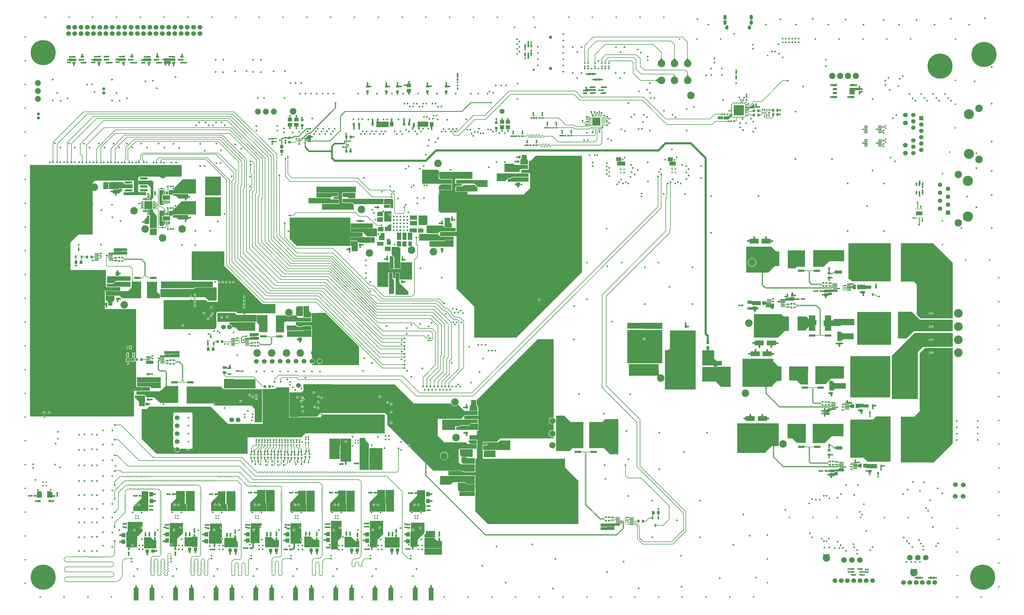
<source format=gbl>
G04*
G04 #@! TF.GenerationSoftware,Altium Limited,Altium Designer,20.0.13 (296)*
G04*
G04 Layer_Physical_Order=12*
G04 Layer_Color=16711680*
%FSLAX25Y25*%
%MOIN*%
G70*
G01*
G75*
%ADD10C,0.02362*%
%ADD11C,0.00984*%
%ADD12C,0.01000*%
%ADD15C,0.00787*%
%ADD17C,0.01575*%
%ADD18C,0.00500*%
%ADD35R,0.03150X0.03740*%
%ADD37R,0.03937X0.04134*%
%ADD43R,0.02441X0.02598*%
%ADD51R,0.02165X0.01772*%
%ADD53R,0.02362X0.01378*%
%ADD59R,0.02323X0.02441*%
%ADD74R,0.02441X0.02323*%
%ADD75R,0.02165X0.02362*%
%ADD76R,0.02362X0.02165*%
%ADD81R,0.03543X0.02756*%
%ADD85R,0.03740X0.03150*%
%ADD88R,0.03740X0.02362*%
%ADD89R,0.02953X0.03543*%
%ADD98R,0.05512X0.04528*%
%ADD101R,0.03543X0.02953*%
%ADD105R,0.03937X0.03543*%
%ADD108R,0.06000X0.16000*%
%ADD109R,0.02756X0.03543*%
%ADD113R,0.04528X0.05512*%
%ADD115R,0.03543X0.03937*%
%ADD116R,0.02362X0.03740*%
%ADD134C,0.01968*%
%ADD164C,0.09449*%
%ADD165C,0.07480*%
%ADD166C,0.04252*%
%ADD167C,0.03937*%
%ADD168C,0.06000*%
%ADD169C,0.05512*%
%ADD170C,0.31496*%
%ADD171C,0.07874*%
%ADD172R,0.05512X0.05512*%
%ADD173C,0.06024*%
%ADD174C,0.12598*%
%ADD175C,0.07087*%
%ADD176O,0.03937X0.06299*%
%ADD177O,0.03937X0.05512*%
%ADD178C,0.06300*%
%ADD179C,0.08300*%
%ADD180C,0.05504*%
%ADD181C,0.02000*%
%ADD182C,0.09272*%
%ADD183R,0.05504X0.05504*%
%ADD184C,0.12795*%
%ADD185C,0.11000*%
%ADD186C,0.02165*%
%ADD187C,0.01900*%
%ADD188C,0.02756*%
%ADD189C,0.01968*%
%ADD192C,0.01181*%
%ADD193C,0.01800*%
%ADD194C,0.01378*%
%ADD195C,0.02756*%
%ADD196C,0.00780*%
%ADD197C,0.00800*%
%ADD198C,0.00980*%
%ADD199C,0.01180*%
%ADD202C,0.00984*%
%ADD203R,0.08268X0.19488*%
%ADD204R,0.08268X0.03150*%
%ADD205O,0.05315X0.01181*%
%ADD206R,0.02362X0.01575*%
%ADD207R,0.32677X0.41732*%
%ADD208R,0.08661X0.04134*%
%ADD209R,0.11811X0.06496*%
%ADD210R,0.09055X0.22047*%
%ADD211R,0.02365X0.04375*%
%ADD212R,0.08465X0.04961*%
%ADD213R,0.00984X0.01575*%
%ADD214R,0.01417X0.00984*%
%ADD215R,0.09252X0.03543*%
%ADD216R,0.35039X0.36417*%
%ADD217R,0.09843X0.09843*%
%ADD218O,0.03740X0.00984*%
%ADD219O,0.00984X0.03740*%
%ADD220R,0.12598X0.12598*%
%ADD221R,0.01181X0.01772*%
%ADD222R,0.01772X0.01181*%
%ADD223R,0.02559X0.02953*%
%ADD224R,0.05709X0.02559*%
%ADD225R,0.06890X0.14567*%
%ADD226R,0.03937X0.01968*%
G04:AMPARAMS|DCode=227|XSize=11.81mil|YSize=53.15mil|CornerRadius=1.95mil|HoleSize=0mil|Usage=FLASHONLY|Rotation=270.000|XOffset=0mil|YOffset=0mil|HoleType=Round|Shape=RoundedRectangle|*
%AMROUNDEDRECTD227*
21,1,0.01181,0.04925,0,0,270.0*
21,1,0.00791,0.05315,0,0,270.0*
1,1,0.00390,-0.02463,-0.00396*
1,1,0.00390,-0.02463,0.00396*
1,1,0.00390,0.02463,0.00396*
1,1,0.00390,0.02463,-0.00396*
%
%ADD227ROUNDEDRECTD227*%
%ADD228R,0.01968X0.03937*%
%ADD229R,0.01378X0.02362*%
G04:AMPARAMS|DCode=230|XSize=25.59mil|YSize=47.24mil|CornerRadius=1.92mil|HoleSize=0mil|Usage=FLASHONLY|Rotation=270.000|XOffset=0mil|YOffset=0mil|HoleType=Round|Shape=RoundedRectangle|*
%AMROUNDEDRECTD230*
21,1,0.02559,0.04341,0,0,270.0*
21,1,0.02175,0.04724,0,0,270.0*
1,1,0.00384,-0.02170,-0.01088*
1,1,0.00384,-0.02170,0.01088*
1,1,0.00384,0.02170,0.01088*
1,1,0.00384,0.02170,-0.01088*
%
%ADD230ROUNDEDRECTD230*%
G04:AMPARAMS|DCode=231|XSize=124.02mil|YSize=70.87mil|CornerRadius=2.13mil|HoleSize=0mil|Usage=FLASHONLY|Rotation=90.000|XOffset=0mil|YOffset=0mil|HoleType=Round|Shape=RoundedRectangle|*
%AMROUNDEDRECTD231*
21,1,0.12402,0.06661,0,0,90.0*
21,1,0.11976,0.07087,0,0,90.0*
1,1,0.00425,0.03331,0.05988*
1,1,0.00425,0.03331,-0.05988*
1,1,0.00425,-0.03331,-0.05988*
1,1,0.00425,-0.03331,0.05988*
%
%ADD231ROUNDEDRECTD231*%
G04:AMPARAMS|DCode=232|XSize=23.62mil|YSize=70.87mil|CornerRadius=2.01mil|HoleSize=0mil|Usage=FLASHONLY|Rotation=90.000|XOffset=0mil|YOffset=0mil|HoleType=Round|Shape=RoundedRectangle|*
%AMROUNDEDRECTD232*
21,1,0.02362,0.06685,0,0,90.0*
21,1,0.01961,0.07087,0,0,90.0*
1,1,0.00402,0.03343,0.00980*
1,1,0.00402,0.03343,-0.00980*
1,1,0.00402,-0.03343,-0.00980*
1,1,0.00402,-0.03343,0.00980*
%
%ADD232ROUNDEDRECTD232*%
%ADD233R,0.01575X0.02165*%
G04:AMPARAMS|DCode=234|XSize=23.62mil|YSize=82.68mil|CornerRadius=2.01mil|HoleSize=0mil|Usage=FLASHONLY|Rotation=90.000|XOffset=0mil|YOffset=0mil|HoleType=Round|Shape=RoundedRectangle|*
%AMROUNDEDRECTD234*
21,1,0.02362,0.07866,0,0,90.0*
21,1,0.01961,0.08268,0,0,90.0*
1,1,0.00402,0.03933,0.00980*
1,1,0.00402,0.03933,-0.00980*
1,1,0.00402,-0.03933,-0.00980*
1,1,0.00402,-0.03933,0.00980*
%
%ADD234ROUNDEDRECTD234*%
G04:AMPARAMS|DCode=235|XSize=125.98mil|YSize=82.68mil|CornerRadius=2.07mil|HoleSize=0mil|Usage=FLASHONLY|Rotation=90.000|XOffset=0mil|YOffset=0mil|HoleType=Round|Shape=RoundedRectangle|*
%AMROUNDEDRECTD235*
21,1,0.12598,0.07854,0,0,90.0*
21,1,0.12185,0.08268,0,0,90.0*
1,1,0.00413,0.03927,0.06093*
1,1,0.00413,0.03927,-0.06093*
1,1,0.00413,-0.03927,-0.06093*
1,1,0.00413,-0.03927,0.06093*
%
%ADD235ROUNDEDRECTD235*%
%ADD236R,0.06378X0.09370*%
%ADD237R,0.02165X0.01378*%
%ADD238R,0.03937X0.04331*%
%ADD239R,0.02165X0.01575*%
%ADD240R,0.01772X0.02953*%
%ADD241O,0.09843X0.02756*%
%ADD242R,0.01181X0.03562*%
%ADD243R,0.03562X0.01181*%
%ADD244R,0.10236X0.10236*%
%ADD245R,0.09370X0.05827*%
%ADD246R,0.01378X0.03937*%
%ADD247R,0.11417X0.05906*%
%ADD248R,0.25591X0.24803*%
%ADD249R,0.07008X0.13780*%
%ADD250R,0.08465X0.12598*%
%ADD251R,0.08465X0.02756*%
G04:AMPARAMS|DCode=252|XSize=25.59mil|YSize=47.24mil|CornerRadius=1.92mil|HoleSize=0mil|Usage=FLASHONLY|Rotation=0.000|XOffset=0mil|YOffset=0mil|HoleType=Round|Shape=RoundedRectangle|*
%AMROUNDEDRECTD252*
21,1,0.02559,0.04341,0,0,0.0*
21,1,0.02175,0.04724,0,0,0.0*
1,1,0.00384,0.01088,-0.02170*
1,1,0.00384,-0.01088,-0.02170*
1,1,0.00384,-0.01088,0.02170*
1,1,0.00384,0.01088,0.02170*
%
%ADD252ROUNDEDRECTD252*%
%ADD253R,0.06890X0.04528*%
G36*
X642377Y803299D02*
X642307Y803226D01*
X642245Y803150D01*
X642190Y803070D01*
X642143Y802987D01*
X642103Y802900D01*
X642070Y802810D01*
X642044Y802717D01*
X642026Y802620D01*
X642015Y802519D01*
X642011Y802415D01*
X641224Y802419D01*
X641220Y802523D01*
X641209Y802623D01*
X641191Y802720D01*
X641166Y802814D01*
X641133Y802904D01*
X641093Y802991D01*
X641046Y803075D01*
X640992Y803155D01*
X640930Y803232D01*
X640861Y803305D01*
X642377Y803299D01*
D02*
G37*
G36*
X638672Y802573D02*
X638737Y801550D01*
X638761Y801439D01*
X638788Y801361D01*
X638819Y801314D01*
X638854Y801298D01*
X636910D01*
X636945Y801314D01*
X636977Y801361D01*
X637005Y801439D01*
X637029Y801550D01*
X637049Y801692D01*
X637079Y802069D01*
X637096Y802873D01*
X638670D01*
X638672Y802573D01*
D02*
G37*
G36*
X642015Y801933D02*
X642027Y801797D01*
X642047Y801678D01*
X642074Y801574D01*
X642110Y801486D01*
X642153Y801414D01*
X642204Y801358D01*
X642263Y801318D01*
X642330Y801294D01*
X642405Y801286D01*
X640830D01*
X640905Y801294D01*
X640972Y801318D01*
X641031Y801358D01*
X641082Y801414D01*
X641125Y801486D01*
X641161Y801574D01*
X641188Y801678D01*
X641208Y801797D01*
X641220Y801933D01*
X641224Y802085D01*
X642011D01*
X642015Y801933D01*
D02*
G37*
G36*
X634854Y797377D02*
X634787Y797353D01*
X634728Y797314D01*
X634677Y797259D01*
X634634Y797188D01*
X634598Y797101D01*
X634571Y796999D01*
X634551Y796881D01*
X634539Y796747D01*
X634535Y796597D01*
X633748D01*
X633744Y796747D01*
X633732Y796881D01*
X633713Y796999D01*
X633685Y797101D01*
X633650Y797188D01*
X633606Y797259D01*
X633555Y797314D01*
X633496Y797353D01*
X633429Y797377D01*
X633354Y797385D01*
X634929D01*
X634854Y797377D01*
D02*
G37*
G36*
X634539Y796294D02*
X634550Y796194D01*
X634568Y796097D01*
X634594Y796003D01*
X634626Y795913D01*
X634666Y795826D01*
X634714Y795743D01*
X634768Y795663D01*
X634830Y795586D01*
X634900Y795513D01*
X633384D01*
X633453Y795586D01*
X633515Y795663D01*
X633570Y795743D01*
X633617Y795826D01*
X633657Y795913D01*
X633690Y796003D01*
X633715Y796097D01*
X633734Y796194D01*
X633744Y796294D01*
X633748Y796398D01*
X634535D01*
X634539Y796294D01*
D02*
G37*
G36*
X642311Y792573D02*
X642249Y792496D01*
X642194Y792416D01*
X642147Y792333D01*
X642107Y792246D01*
X642074Y792156D01*
X642049Y792062D01*
X642030Y791965D01*
X642019Y791865D01*
X642016Y791761D01*
X641228D01*
X641225Y791865D01*
X641214Y791965D01*
X641196Y792062D01*
X641170Y792156D01*
X641137Y792246D01*
X641097Y792333D01*
X641050Y792416D01*
X640995Y792496D01*
X640933Y792573D01*
X640864Y792646D01*
X642380D01*
X642311Y792573D01*
D02*
G37*
G36*
X642020Y791303D02*
X642031Y791167D01*
X642051Y791048D01*
X642079Y790944D01*
X642114Y790856D01*
X642158Y790784D01*
X642209Y790728D01*
X642268Y790688D01*
X642335Y790664D01*
X642410Y790656D01*
X640835D01*
X640909Y790664D01*
X640976Y790688D01*
X641035Y790728D01*
X641087Y790784D01*
X641130Y790856D01*
X641165Y790944D01*
X641193Y791048D01*
X641213Y791167D01*
X641224Y791303D01*
X641228Y791455D01*
X642016D01*
X642020Y791303D01*
D02*
G37*
G36*
X139967Y787879D02*
X139990Y787613D01*
X140028Y787379D01*
X140082Y787175D01*
X140150Y787003D01*
X140234Y786863D01*
X140334Y786753D01*
X140448Y786675D01*
X140578Y786628D01*
X140723Y786613D01*
X137621D01*
X137767Y786628D01*
X137896Y786675D01*
X138011Y786753D01*
X138110Y786863D01*
X138194Y787003D01*
X138263Y787175D01*
X138316Y787379D01*
X138354Y787613D01*
X138377Y787879D01*
X138385Y788175D01*
X139960D01*
X139967Y787879D01*
D02*
G37*
G36*
X202908Y787879D02*
X202932Y787610D01*
X202972Y787372D01*
X203027Y787165D01*
X203098Y786991D01*
X203184Y786848D01*
X203286Y786737D01*
X203404Y786658D01*
X203538Y786610D01*
X203688Y786594D01*
X200538D01*
X200688Y786610D01*
X200822Y786658D01*
X200940Y786737D01*
X201042Y786848D01*
X201129Y786991D01*
X201200Y787165D01*
X201255Y787372D01*
X201294Y787610D01*
X201318Y787879D01*
X201326Y788181D01*
X202901D01*
X202908Y787879D01*
D02*
G37*
G36*
X171849Y787880D02*
X171872Y787611D01*
X171912Y787373D01*
X171967Y787167D01*
X172038Y786992D01*
X172124Y786849D01*
X172227Y786738D01*
X172345Y786659D01*
X172479Y786611D01*
X172628Y786594D01*
X169514Y786606D01*
X169657Y786622D01*
X169784Y786669D01*
X169897Y786748D01*
X169995Y786858D01*
X170078Y787000D01*
X170146Y787173D01*
X170198Y787378D01*
X170236Y787614D01*
X170259Y787882D01*
X170266Y788181D01*
X171841D01*
X171849Y787880D01*
D02*
G37*
G36*
X77355Y787872D02*
X77379Y787602D01*
X77418Y787364D01*
X77473Y787157D01*
X77544Y786983D01*
X77631Y786840D01*
X77733Y786729D01*
X77851Y786650D01*
X77985Y786602D01*
X78135Y786586D01*
X74985D01*
X75135Y786602D01*
X75269Y786650D01*
X75387Y786729D01*
X75489Y786840D01*
X75576Y786983D01*
X75647Y787157D01*
X75702Y787364D01*
X75741Y787602D01*
X75765Y787872D01*
X75773Y788173D01*
X77347D01*
X77355Y787872D01*
D02*
G37*
G36*
X634809Y786747D02*
X634742Y786723D01*
X634683Y786684D01*
X634631Y786629D01*
X634588Y786558D01*
X634553Y786471D01*
X634525Y786369D01*
X634506Y786251D01*
X634494Y786117D01*
X634490Y785967D01*
X633702D01*
X633699Y786117D01*
X633687Y786251D01*
X633667Y786369D01*
X633639Y786471D01*
X633604Y786558D01*
X633561Y786629D01*
X633509Y786684D01*
X633451Y786723D01*
X633384Y786747D01*
X633309Y786755D01*
X634883D01*
X634809Y786747D01*
D02*
G37*
G36*
X638819Y786739D02*
X638788Y786692D01*
X638760Y786613D01*
X638736Y786503D01*
X638716Y786361D01*
X638686Y785983D01*
X638669Y785180D01*
X637094D01*
X637093Y785479D01*
X637028Y786503D01*
X637004Y786613D01*
X636976Y786692D01*
X636945Y786739D01*
X636910Y786755D01*
X638854D01*
X638819Y786739D01*
D02*
G37*
G36*
X126530Y784681D02*
X126514Y784716D01*
X126467Y784748D01*
X126388Y784776D01*
X126278Y784800D01*
X126136Y784820D01*
X125758Y784850D01*
X124955Y784866D01*
Y786441D01*
X125254Y786443D01*
X126278Y786508D01*
X126388Y786531D01*
X126467Y786559D01*
X126514Y786591D01*
X126530Y786626D01*
Y784681D01*
D02*
G37*
G36*
X106494Y784669D02*
X106478Y784704D01*
X106431Y784736D01*
X106352Y784763D01*
X106242Y784787D01*
X106100Y784808D01*
X105722Y784837D01*
X104919Y784854D01*
Y786429D01*
X105218Y786431D01*
X106242Y786495D01*
X106352Y786519D01*
X106431Y786547D01*
X106478Y786579D01*
X106494Y786614D01*
Y784669D01*
D02*
G37*
G36*
X95864D02*
X95848Y784706D01*
X95801Y784740D01*
X95722Y784770D01*
X95612Y784795D01*
X95470Y784817D01*
X95092Y784848D01*
X94289Y784866D01*
Y786441D01*
X94589Y786443D01*
X95612Y786503D01*
X95722Y786526D01*
X95801Y786552D01*
X95848Y786581D01*
X95864Y786614D01*
Y784669D01*
D02*
G37*
G36*
X189366Y784662D02*
X189351Y784716D01*
X189303Y784765D01*
X189225Y784809D01*
X189114Y784846D01*
X188973Y784878D01*
X188799Y784904D01*
X188358Y784939D01*
X187792Y784950D01*
Y786525D01*
X189366Y786606D01*
Y784662D01*
D02*
G37*
G36*
X158884D02*
X158868Y784697D01*
X158821Y784729D01*
X158742Y784757D01*
X158632Y784781D01*
X158490Y784801D01*
X158112Y784831D01*
X157309Y784848D01*
Y786423D01*
X157608Y786424D01*
X158632Y786489D01*
X158742Y786513D01*
X158821Y786540D01*
X158868Y786571D01*
X158884Y786606D01*
Y784662D01*
D02*
G37*
G36*
X63995Y784654D02*
X63979Y784684D01*
X63932Y784711D01*
X63853Y784734D01*
X63743Y784755D01*
X63601Y784772D01*
X63223Y784797D01*
X62420Y784811D01*
Y786386D01*
X62719Y786388D01*
X63743Y786463D01*
X63853Y786490D01*
X63932Y786522D01*
X63979Y786558D01*
X63995Y786598D01*
Y784654D01*
D02*
G37*
G36*
X634490Y785024D02*
X634493Y784920D01*
X634504Y784820D01*
X634521Y784722D01*
X634546Y784628D01*
X634577Y784537D01*
X634616Y784448D01*
X634661Y784363D01*
X634714Y784280D01*
X634773Y784201D01*
X634840Y784125D01*
X633326Y784190D01*
X633397Y784260D01*
X633461Y784333D01*
X633518Y784411D01*
X633567Y784492D01*
X633608Y784577D01*
X633642Y784666D01*
X633669Y784759D01*
X633687Y784855D01*
X633699Y784956D01*
X633702Y785060D01*
X634490Y785024D01*
D02*
G37*
G36*
X137159Y780940D02*
X137144Y780975D01*
X137097Y781007D01*
X137018Y781034D01*
X136907Y781058D01*
X136766Y781079D01*
X136388Y781108D01*
X135585Y781125D01*
Y782700D01*
X135884Y782702D01*
X136907Y782766D01*
X137018Y782790D01*
X137097Y782818D01*
X137144Y782849D01*
X137159Y782885D01*
Y780940D01*
D02*
G37*
G36*
X106494Y780929D02*
X106478Y780964D01*
X106431Y780996D01*
X106352Y781023D01*
X106242Y781047D01*
X106100Y781068D01*
X105722Y781097D01*
X104919Y781114D01*
Y782689D01*
X105218Y782690D01*
X106242Y782755D01*
X106352Y782779D01*
X106431Y782807D01*
X106478Y782838D01*
X106494Y782873D01*
Y780929D01*
D02*
G37*
G36*
X199996Y780922D02*
X199980Y780957D01*
X199933Y780988D01*
X199855Y781016D01*
X199744Y781040D01*
X199602Y781060D01*
X199225Y781090D01*
X198422Y781106D01*
Y782681D01*
X198721Y782683D01*
X199744Y782748D01*
X199855Y782772D01*
X199933Y782799D01*
X199980Y782831D01*
X199996Y782866D01*
Y780922D01*
D02*
G37*
G36*
X169514D02*
X169498Y780957D01*
X169451Y780988D01*
X169372Y781016D01*
X169262Y781040D01*
X169120Y781060D01*
X168742Y781090D01*
X167939Y781106D01*
Y782681D01*
X168238Y782683D01*
X169262Y782748D01*
X169372Y782772D01*
X169451Y782799D01*
X169498Y782831D01*
X169514Y782866D01*
Y780922D01*
D02*
G37*
G36*
X74625Y780914D02*
X74609Y780949D01*
X74562Y780980D01*
X74483Y781008D01*
X74373Y781032D01*
X74231Y781052D01*
X73853Y781082D01*
X73050Y781098D01*
Y782673D01*
X73349Y782675D01*
X74373Y782740D01*
X74483Y782764D01*
X74562Y782792D01*
X74609Y782823D01*
X74625Y782858D01*
Y780914D01*
D02*
G37*
G36*
X125632Y783354D02*
X131070D01*
X131453Y782970D01*
X131453Y780551D01*
X121494Y780551D01*
X121141Y780905D01*
X121141Y781170D01*
X121036Y781191D01*
X120831Y781218D01*
X120327Y781248D01*
X120028Y781252D01*
Y782827D01*
X120327Y782831D01*
X121036Y782888D01*
X121142Y782909D01*
X121142Y783612D01*
X125373Y783612D01*
X125632Y783354D01*
D02*
G37*
G36*
X182912Y783442D02*
X193457Y783442D01*
X193811Y783088D01*
X193811Y780508D01*
X180305Y780508D01*
X179952Y780862D01*
X179952Y781075D01*
X179915Y781089D01*
X179774Y781127D01*
X179601Y781158D01*
X179396Y781182D01*
X178892Y781209D01*
X178593Y781213D01*
Y782787D01*
X178892Y782792D01*
X179396Y782825D01*
X179601Y782855D01*
X179774Y782893D01*
X179915Y782939D01*
X179953Y782958D01*
X179954Y783700D01*
X182654Y783700D01*
X182912Y783442D01*
D02*
G37*
G36*
X822517Y784272D02*
X822604Y783963D01*
X822750Y783623D01*
X822954Y783253D01*
X823216Y782851D01*
X823537Y782419D01*
X824353Y781462D01*
X825401Y780381D01*
X818787D01*
X819341Y780937D01*
X820652Y782419D01*
X820972Y782851D01*
X821235Y783253D01*
X821438Y783623D01*
X821584Y783963D01*
X821671Y784272D01*
X821701Y784550D01*
X822488D01*
X822517Y784272D01*
D02*
G37*
G36*
X806013D02*
X806101Y783963D01*
X806246Y783623D01*
X806450Y783253D01*
X806713Y782851D01*
X807033Y782419D01*
X807849Y781462D01*
X808898Y780381D01*
X802283D01*
X802837Y780937D01*
X804148Y782419D01*
X804469Y782851D01*
X804731Y783253D01*
X804935Y783623D01*
X805080Y783963D01*
X805168Y784272D01*
X805197Y784550D01*
X805984D01*
X806013Y784272D01*
D02*
G37*
G36*
X838846Y784274D02*
X838935Y783959D01*
X839085Y783620D01*
X839294Y783257D01*
X839563Y782870D01*
X839892Y782458D01*
X840280Y782023D01*
X841236Y781080D01*
X841804Y780573D01*
X835202Y780178D01*
X835739Y780783D01*
X837322Y782824D01*
X837576Y783239D01*
X837774Y783616D01*
X837916Y783955D01*
X838000Y784255D01*
X838029Y784518D01*
X838816Y784565D01*
X838846Y784274D01*
D02*
G37*
G36*
X93832Y783109D02*
X100787Y783109D01*
X100787Y780175D01*
X90968Y780175D01*
X90615Y780529D01*
X90615Y780792D01*
X90470Y780821D01*
X90265Y780848D01*
X89761Y780878D01*
X89462Y780882D01*
Y782457D01*
X89761Y782460D01*
X90470Y782518D01*
X90616Y782547D01*
X90617Y783387D01*
X93554Y783387D01*
X93832Y783109D01*
D02*
G37*
G36*
X63394Y783030D02*
X68832D01*
X68918Y782944D01*
Y780165D01*
X60262Y780165D01*
X59909Y780519D01*
X59909Y780837D01*
X59748Y780869D01*
X59543Y780896D01*
X59039Y780926D01*
X58740Y780930D01*
Y782505D01*
X59039Y782509D01*
X59748Y782566D01*
X59910Y782598D01*
X59911Y783586D01*
X62838Y783586D01*
X63394Y783030D01*
D02*
G37*
G36*
X157986Y783335D02*
X163070D01*
X163424Y782982D01*
X163424Y780027D01*
X153670D01*
X153317Y780381D01*
X153317Y780513D01*
X153193Y780529D01*
X152690Y780559D01*
X152390Y780563D01*
Y782138D01*
X152690Y782142D01*
X153318Y782192D01*
X153319Y783594D01*
X157727Y783594D01*
X157986Y783335D01*
D02*
G37*
G36*
X739759Y778953D02*
X739771Y778817D01*
X739790Y778697D01*
X739818Y778593D01*
X739853Y778505D01*
X739897Y778433D01*
X739948Y778377D01*
X740007Y778337D01*
X740074Y778313D01*
X740149Y778305D01*
X738574D01*
X738649Y778313D01*
X738716Y778337D01*
X738775Y778377D01*
X738826Y778433D01*
X738869Y778505D01*
X738905Y778593D01*
X738932Y778697D01*
X738952Y778817D01*
X738964Y778953D01*
X738968Y779104D01*
X739755D01*
X739759Y778953D01*
D02*
G37*
G36*
X735419D02*
X735431Y778817D01*
X735450Y778697D01*
X735478Y778593D01*
X735513Y778505D01*
X735557Y778433D01*
X735608Y778377D01*
X735667Y778337D01*
X735734Y778313D01*
X735809Y778305D01*
X734234D01*
X734308Y778313D01*
X734375Y778337D01*
X734435Y778377D01*
X734486Y778433D01*
X734529Y778505D01*
X734564Y778593D01*
X734592Y778697D01*
X734612Y778817D01*
X734623Y778953D01*
X734627Y779104D01*
X735415D01*
X735419Y778953D01*
D02*
G37*
G36*
X731106D02*
X731118Y778817D01*
X731138Y778697D01*
X731165Y778593D01*
X731201Y778505D01*
X731244Y778433D01*
X731295Y778377D01*
X731354Y778337D01*
X731421Y778313D01*
X731496Y778305D01*
X729921D01*
X729996Y778313D01*
X730063Y778337D01*
X730122Y778377D01*
X730173Y778433D01*
X730217Y778505D01*
X730252Y778593D01*
X730279Y778697D01*
X730299Y778817D01*
X730311Y778953D01*
X730315Y779104D01*
X731102D01*
X731106Y778953D01*
D02*
G37*
G36*
X722445D02*
X722457Y778817D01*
X722476Y778697D01*
X722504Y778593D01*
X722539Y778505D01*
X722583Y778433D01*
X722634Y778377D01*
X722693Y778337D01*
X722760Y778313D01*
X722835Y778305D01*
X721260D01*
X721335Y778313D01*
X721402Y778337D01*
X721461Y778377D01*
X721512Y778433D01*
X721555Y778505D01*
X721591Y778593D01*
X721618Y778697D01*
X721638Y778817D01*
X721650Y778953D01*
X721654Y779104D01*
X722441D01*
X722445Y778953D01*
D02*
G37*
G36*
X713859D02*
X713871Y778817D01*
X713891Y778697D01*
X713918Y778593D01*
X713954Y778505D01*
X713997Y778433D01*
X714048Y778377D01*
X714108Y778337D01*
X714174Y778313D01*
X714249Y778305D01*
X712674D01*
X712749Y778313D01*
X712816Y778337D01*
X712875Y778377D01*
X712926Y778433D01*
X712970Y778505D01*
X713005Y778593D01*
X713033Y778697D01*
X713052Y778817D01*
X713064Y778953D01*
X713068Y779104D01*
X713856D01*
X713859Y778953D01*
D02*
G37*
G36*
X709453D02*
X709465Y778817D01*
X709484Y778697D01*
X709512Y778593D01*
X709547Y778505D01*
X709590Y778433D01*
X709642Y778377D01*
X709701Y778337D01*
X709768Y778313D01*
X709842Y778305D01*
X708268D01*
X708343Y778313D01*
X708410Y778337D01*
X708468Y778377D01*
X708520Y778433D01*
X708563Y778505D01*
X708598Y778593D01*
X708626Y778697D01*
X708646Y778817D01*
X708658Y778953D01*
X708661Y779104D01*
X709449D01*
X709453Y778953D01*
D02*
G37*
G36*
X121602Y777524D02*
X121587Y777596D01*
X121539Y777661D01*
X121461Y777718D01*
X121351Y777768D01*
X121209Y777810D01*
X121036Y777844D01*
X120831Y777871D01*
X120327Y777902D01*
X120028Y777906D01*
Y779480D01*
X120327Y779484D01*
X121036Y779541D01*
X121209Y779576D01*
X121351Y779618D01*
X121461Y779667D01*
X121539Y779725D01*
X121587Y779789D01*
X121602Y779862D01*
Y777524D01*
D02*
G37*
G36*
X60315Y777202D02*
X60299Y777275D01*
X60252Y777340D01*
X60173Y777397D01*
X60063Y777446D01*
X59921Y777488D01*
X59748Y777523D01*
X59543Y777549D01*
X59039Y777580D01*
X58740Y777584D01*
Y779159D01*
X59039Y779162D01*
X59748Y779220D01*
X59921Y779254D01*
X60063Y779296D01*
X60173Y779346D01*
X60252Y779403D01*
X60299Y779468D01*
X60315Y779540D01*
Y777202D01*
D02*
G37*
G36*
X141088Y779109D02*
X141135Y779078D01*
X141214Y779050D01*
X141324Y779026D01*
X141466Y779006D01*
X141844Y778976D01*
X142647Y778960D01*
Y777385D01*
X142348Y777383D01*
X141324Y777318D01*
X141214Y777294D01*
X141135Y777267D01*
X141088Y777235D01*
X141072Y777200D01*
Y779144D01*
X141088Y779109D01*
D02*
G37*
G36*
X110423Y779098D02*
X110470Y779067D01*
X110549Y779039D01*
X110659Y779015D01*
X110801Y778995D01*
X111179Y778965D01*
X111982Y778948D01*
Y777374D01*
X111683Y777372D01*
X110659Y777307D01*
X110549Y777283D01*
X110470Y777255D01*
X110423Y777224D01*
X110407Y777189D01*
Y779133D01*
X110423Y779098D01*
D02*
G37*
G36*
X203925Y779110D02*
X203972Y779096D01*
X204051Y779084D01*
X204161Y779073D01*
X204681Y779051D01*
X205484Y779044D01*
Y777469D01*
X205185Y777466D01*
X204303Y777397D01*
X204161Y777365D01*
X204051Y777328D01*
X203972Y777285D01*
X203925Y777236D01*
X203909Y777181D01*
Y779126D01*
X203925Y779110D01*
D02*
G37*
G36*
X173442Y779088D02*
X173490Y779054D01*
X173568Y779024D01*
X173679Y778997D01*
X173820Y778975D01*
X174198Y778943D01*
X174702Y778927D01*
X175001Y778925D01*
Y777350D01*
X174702Y777349D01*
X173568Y777268D01*
X173490Y777242D01*
X173442Y777213D01*
X173427Y777181D01*
Y779126D01*
X173442Y779088D01*
D02*
G37*
G36*
X78554Y779083D02*
X78601Y779051D01*
X78680Y779024D01*
X78790Y779000D01*
X78932Y778979D01*
X79309Y778950D01*
X80113Y778933D01*
Y777358D01*
X79813Y777356D01*
X78790Y777292D01*
X78680Y777268D01*
X78601Y777240D01*
X78554Y777209D01*
X78538Y777173D01*
Y779118D01*
X78554Y779083D01*
D02*
G37*
G36*
X91036Y777154D02*
X91021Y777226D01*
X90974Y777291D01*
X90895Y777348D01*
X90785Y777398D01*
X90643Y777440D01*
X90470Y777474D01*
X90265Y777501D01*
X89761Y777532D01*
X89462Y777535D01*
Y779110D01*
X89761Y779114D01*
X90470Y779171D01*
X90643Y779206D01*
X90785Y779248D01*
X90895Y779297D01*
X90974Y779354D01*
X91021Y779419D01*
X91036Y779492D01*
Y777154D01*
D02*
G37*
G36*
X153965Y776835D02*
X153949Y776907D01*
X153902Y776972D01*
X153823Y777030D01*
X153713Y777079D01*
X153571Y777121D01*
X153398Y777155D01*
X153193Y777182D01*
X152690Y777213D01*
X152390Y777216D01*
Y778791D01*
X152690Y778795D01*
X153398Y778852D01*
X153571Y778887D01*
X153713Y778929D01*
X153823Y778978D01*
X153902Y779036D01*
X153949Y779101D01*
X153965Y779173D01*
Y776835D01*
D02*
G37*
G36*
X180305Y780021D02*
X180305Y780021D01*
X180305Y780021D01*
X187670Y780021D01*
X188024Y779667D01*
X188024Y776738D01*
X186587Y776738D01*
X186566Y776477D01*
X186555Y775910D01*
X184980D01*
X184977Y776209D01*
X184937Y776738D01*
X182027Y776738D01*
X182003Y776248D01*
X182000Y775949D01*
X180425D01*
X180423Y776248D01*
X180388Y776738D01*
X179236Y776738D01*
X179236Y780027D01*
X180289D01*
X180305Y780021D01*
D02*
G37*
G36*
X67112Y777173D02*
X67033Y777135D01*
X66964Y777072D01*
X66905Y776984D01*
X66854Y776870D01*
X66812Y776732D01*
X66780Y776568D01*
X66757Y776379D01*
X66743Y776165D01*
X66739Y775926D01*
X65164D01*
X65159Y776165D01*
X65123Y776568D01*
X65090Y776732D01*
X65049Y776870D01*
X64998Y776984D01*
X64938Y777072D01*
X64869Y777135D01*
X64791Y777173D01*
X64704Y777185D01*
X67199D01*
X67112Y777173D01*
D02*
G37*
G36*
X130033Y777197D02*
X129899Y777149D01*
X129781Y777070D01*
X129678Y776959D01*
X129592Y776816D01*
X129521Y776642D01*
X129466Y776436D01*
X129427Y776197D01*
X129403Y775928D01*
X129395Y775626D01*
X127820D01*
X127812Y775928D01*
X127789Y776197D01*
X127749Y776436D01*
X127694Y776642D01*
X127623Y776816D01*
X127537Y776959D01*
X127434Y777070D01*
X127316Y777149D01*
X127182Y777197D01*
X127033Y777213D01*
X130182D01*
X130033Y777197D01*
D02*
G37*
G36*
X99041Y777185D02*
X98907Y777137D01*
X98789Y777058D01*
X98686Y776947D01*
X98600Y776804D01*
X98529Y776630D01*
X98474Y776423D01*
X98434Y776185D01*
X98411Y775915D01*
X98403Y775614D01*
X96828D01*
X96820Y775915D01*
X96797Y776185D01*
X96757Y776423D01*
X96702Y776630D01*
X96631Y776804D01*
X96544Y776947D01*
X96442Y777058D01*
X96324Y777137D01*
X96190Y777185D01*
X96041Y777201D01*
X99190D01*
X99041Y777185D01*
D02*
G37*
G36*
X192795Y777177D02*
X192661Y777130D01*
X192543Y777050D01*
X192440Y776939D01*
X192353Y776797D01*
X192283Y776622D01*
X192228Y776416D01*
X192188Y776178D01*
X192165Y775908D01*
X192157Y775606D01*
X190582D01*
X190574Y775908D01*
X190550Y776178D01*
X190511Y776416D01*
X190456Y776622D01*
X190385Y776797D01*
X190298Y776939D01*
X190196Y777050D01*
X190078Y777130D01*
X189944Y777177D01*
X189795Y777193D01*
X192944D01*
X192795Y777177D01*
D02*
G37*
G36*
X162073D02*
X161939Y777130D01*
X161821Y777050D01*
X161719Y776939D01*
X161632Y776797D01*
X161561Y776622D01*
X161506Y776416D01*
X161467Y776178D01*
X161443Y775908D01*
X161435Y775606D01*
X159860D01*
X159852Y775908D01*
X159829Y776178D01*
X159789Y776416D01*
X159734Y776622D01*
X159663Y776797D01*
X159577Y776939D01*
X159475Y777050D01*
X159356Y777130D01*
X159222Y777177D01*
X159073Y777193D01*
X162223D01*
X162073Y777177D01*
D02*
G37*
G36*
X735763Y773018D02*
X735695Y772994D01*
X735635Y772954D01*
X735583Y772898D01*
X735539Y772826D01*
X735503Y772738D01*
X735475Y772634D01*
X735455Y772514D01*
X735445Y772397D01*
X735454Y772316D01*
X735472Y772219D01*
X735497Y772125D01*
X735529Y772035D01*
X735568Y771949D01*
X735615Y771866D01*
X735668Y771787D01*
X735729Y771711D01*
X735797Y771639D01*
X734281D01*
X734349Y771711D01*
X734410Y771787D01*
X734464Y771866D01*
X734511Y771949D01*
X734550Y772035D01*
X734582Y772125D01*
X734607Y772219D01*
X734625Y772316D01*
X734634Y772397D01*
X734623Y772514D01*
X734603Y772634D01*
X734575Y772738D01*
X734539Y772826D01*
X734495Y772898D01*
X734443Y772954D01*
X734383Y772994D01*
X734315Y773018D01*
X734239Y773026D01*
X735839D01*
X735763Y773018D01*
D02*
G37*
G36*
X731433D02*
X731365Y772994D01*
X731305Y772954D01*
X731253Y772898D01*
X731209Y772826D01*
X731173Y772738D01*
X731145Y772634D01*
X731125Y772514D01*
X731114Y772397D01*
X731123Y772316D01*
X731141Y772219D01*
X731166Y772125D01*
X731198Y772035D01*
X731238Y771949D01*
X731284Y771866D01*
X731338Y771787D01*
X731398Y771711D01*
X731466Y771639D01*
X729951D01*
X730019Y771711D01*
X730080Y771787D01*
X730133Y771866D01*
X730180Y771949D01*
X730219Y772035D01*
X730251Y772125D01*
X730276Y772219D01*
X730294Y772316D01*
X730303Y772397D01*
X730293Y772514D01*
X730273Y772634D01*
X730245Y772738D01*
X730209Y772826D01*
X730165Y772898D01*
X730113Y772954D01*
X730053Y772994D01*
X729985Y773018D01*
X729909Y773026D01*
X731509D01*
X731433Y773018D01*
D02*
G37*
G36*
X722771D02*
X722703Y772994D01*
X722643Y772954D01*
X722591Y772898D01*
X722547Y772826D01*
X722511Y772738D01*
X722483Y772634D01*
X722463Y772514D01*
X722453Y772397D01*
X722462Y772316D01*
X722479Y772219D01*
X722505Y772125D01*
X722537Y772035D01*
X722576Y771949D01*
X722623Y771866D01*
X722676Y771787D01*
X722737Y771711D01*
X722805Y771639D01*
X721289D01*
X721357Y771711D01*
X721418Y771787D01*
X721472Y771866D01*
X721518Y771949D01*
X721558Y772035D01*
X721590Y772125D01*
X721615Y772219D01*
X721633Y772316D01*
X721641Y772397D01*
X721631Y772514D01*
X721611Y772634D01*
X721583Y772738D01*
X721547Y772826D01*
X721503Y772898D01*
X721451Y772954D01*
X721391Y772994D01*
X721323Y773018D01*
X721247Y773026D01*
X722847D01*
X722771Y773018D01*
D02*
G37*
G36*
X714110D02*
X714042Y772994D01*
X713982Y772954D01*
X713930Y772898D01*
X713886Y772826D01*
X713850Y772738D01*
X713822Y772634D01*
X713802Y772514D01*
X713792Y772397D01*
X713800Y772316D01*
X713818Y772219D01*
X713843Y772125D01*
X713875Y772035D01*
X713915Y771949D01*
X713961Y771866D01*
X714015Y771787D01*
X714076Y771711D01*
X714144Y771639D01*
X712628D01*
X712696Y771711D01*
X712757Y771787D01*
X712811Y771866D01*
X712857Y771949D01*
X712896Y772035D01*
X712929Y772125D01*
X712954Y772219D01*
X712971Y772316D01*
X712980Y772397D01*
X712970Y772514D01*
X712950Y772634D01*
X712922Y772738D01*
X712886Y772826D01*
X712842Y772898D01*
X712790Y772954D01*
X712730Y772994D01*
X712662Y773018D01*
X712586Y773026D01*
X714186D01*
X714110Y773018D01*
D02*
G37*
G36*
X709768Y773018D02*
X709701Y772995D01*
X709642Y772955D01*
X709590Y772900D01*
X709547Y772829D01*
X709512Y772743D01*
X709484Y772640D01*
X709465Y772522D01*
X709454Y772404D01*
X709463Y772320D01*
X709482Y772223D01*
X709507Y772129D01*
X709540Y772039D01*
X709580Y771952D01*
X709627Y771869D01*
X709682Y771789D01*
X709744Y771712D01*
X709813Y771639D01*
X708297D01*
X708366Y771712D01*
X708428Y771789D01*
X708483Y771869D01*
X708530Y771952D01*
X708570Y772039D01*
X708603Y772129D01*
X708629Y772223D01*
X708647Y772320D01*
X708656Y772404D01*
X708646Y772522D01*
X708626Y772640D01*
X708598Y772743D01*
X708563Y772829D01*
X708520Y772900D01*
X708468Y772955D01*
X708410Y772995D01*
X708343Y773018D01*
X708268Y773026D01*
X709842D01*
X709768Y773018D01*
D02*
G37*
G36*
X740090Y773018D02*
X740022Y772994D01*
X739962Y772954D01*
X739910Y772898D01*
X739866Y772826D01*
X739830Y772738D01*
X739802Y772634D01*
X739782Y772514D01*
X739772Y772398D01*
X739780Y772318D01*
X739798Y772221D01*
X739823Y772127D01*
X739855Y772037D01*
X739895Y771951D01*
X739942Y771868D01*
X739996Y771789D01*
X740057Y771714D01*
X740125Y771642D01*
X738609Y771636D01*
X738677Y771709D01*
X738737Y771784D01*
X738791Y771864D01*
X738837Y771947D01*
X738877Y772033D01*
X738909Y772124D01*
X738934Y772217D01*
X738951Y772315D01*
X738960Y772396D01*
X738950Y772514D01*
X738930Y772634D01*
X738902Y772738D01*
X738866Y772826D01*
X738822Y772898D01*
X738770Y772954D01*
X738710Y772994D01*
X738642Y773018D01*
X738566Y773026D01*
X740166D01*
X740090Y773018D01*
D02*
G37*
G36*
X900468Y767080D02*
X900536Y766198D01*
X900567Y766057D01*
X900604Y765946D01*
X900646Y765868D01*
X900694Y765821D01*
X900748Y765805D01*
X898607D01*
X898661Y765821D01*
X898709Y765868D01*
X898751Y765946D01*
X898788Y766057D01*
X898819Y766198D01*
X898845Y766372D01*
X898879Y766813D01*
X898890Y767380D01*
X900465D01*
X900468Y767080D01*
D02*
G37*
G36*
X720326Y765197D02*
X720374Y765116D01*
X720454Y765044D01*
X720566Y764981D01*
X720709Y764928D01*
X720885Y764885D01*
X721092Y764852D01*
X721332Y764827D01*
X721906Y764808D01*
Y762840D01*
X721603Y762835D01*
X721092Y762797D01*
X720885Y762763D01*
X720709Y762720D01*
X720566Y762667D01*
X720454Y762605D01*
X720374Y762533D01*
X720326Y762451D01*
X720310Y762360D01*
Y765288D01*
X720326Y765197D01*
D02*
G37*
G36*
X714626Y762358D02*
X714608Y762466D01*
X714554Y762562D01*
X714464Y762646D01*
X714338Y762720D01*
X714176Y762782D01*
X713978Y762832D01*
X713744Y762872D01*
X713474Y762900D01*
X712826Y762923D01*
Y764723D01*
X713168Y764728D01*
X713744Y764774D01*
X713978Y764813D01*
X714176Y764864D01*
X714338Y764926D01*
X714464Y764999D01*
X714554Y765084D01*
X714608Y765180D01*
X714626Y765287D01*
Y762358D01*
D02*
G37*
G36*
X549792Y763162D02*
X549825Y762658D01*
X549855Y762453D01*
X549893Y762280D01*
X549939Y762138D01*
X549994Y762028D01*
X550057Y761949D01*
X550129Y761902D01*
X550209Y761887D01*
X547791D01*
X547871Y761902D01*
X547943Y761949D01*
X548006Y762028D01*
X548061Y762138D01*
X548107Y762280D01*
X548145Y762453D01*
X548175Y762658D01*
X548196Y762894D01*
X548213Y763461D01*
X549787D01*
X549792Y763162D01*
D02*
G37*
G36*
X822508Y762279D02*
X822570Y761981D01*
X822672Y761690D01*
X822815Y761404D01*
X822998Y761125D01*
X823223Y760852D01*
X823488Y760584D01*
X823794Y760324D01*
X824142Y760069D01*
X824529Y759820D01*
X819659D01*
X820047Y760069D01*
X820394Y760324D01*
X820700Y760584D01*
X820966Y760852D01*
X821190Y761125D01*
X821374Y761404D01*
X821517Y761690D01*
X821619Y761981D01*
X821680Y762279D01*
X821701Y762583D01*
X822488D01*
X822508Y762279D01*
D02*
G37*
G36*
X839127Y763036D02*
X839214Y762727D01*
X839360Y762387D01*
X839564Y762017D01*
X839826Y761615D01*
X840147Y761183D01*
X840962Y760226D01*
X842011Y759145D01*
X835397D01*
X835951Y759701D01*
X837262Y761183D01*
X837582Y761615D01*
X837844Y762017D01*
X838048Y762387D01*
X838194Y762727D01*
X838281Y763036D01*
X838310Y763314D01*
X839098D01*
X839127Y763036D01*
D02*
G37*
G36*
X900694Y760104D02*
X900646Y760057D01*
X900604Y759978D01*
X900567Y759868D01*
X900536Y759726D01*
X900510Y759553D01*
X900476Y759112D01*
X900465Y758545D01*
X898890D01*
X898887Y758845D01*
X898819Y759726D01*
X898788Y759868D01*
X898751Y759978D01*
X898709Y760057D01*
X898661Y760104D01*
X898607Y760120D01*
X900748D01*
X900694Y760104D01*
D02*
G37*
G36*
X728390Y758200D02*
X728449Y758118D01*
X728548Y758046D01*
X728686Y757984D01*
X728863Y757931D01*
X729079Y757888D01*
X729335Y757854D01*
X729965Y757816D01*
X730339Y757811D01*
Y755842D01*
X729965Y755838D01*
X729079Y755766D01*
X728863Y755723D01*
X728686Y755670D01*
X728548Y755607D01*
X728449Y755535D01*
X728390Y755454D01*
X728371Y755362D01*
Y758291D01*
X728390Y758200D01*
D02*
G37*
G36*
X722686Y755362D02*
X722666Y755454D01*
X722607Y755535D01*
X722509Y755607D01*
X722371Y755670D01*
X722194Y755723D01*
X721977Y755766D01*
X721721Y755799D01*
X721092Y755838D01*
X720717Y755842D01*
Y757811D01*
X721092Y757816D01*
X721977Y757888D01*
X722194Y757931D01*
X722371Y757984D01*
X722509Y758046D01*
X722607Y758118D01*
X722666Y758200D01*
X722686Y758291D01*
Y755362D01*
D02*
G37*
G36*
X964047Y754560D02*
X963974Y754630D01*
X963898Y754692D01*
X963818Y754746D01*
X963734Y754793D01*
X963647Y754834D01*
X963557Y754866D01*
X963464Y754892D01*
X963367Y754910D01*
X963266Y754921D01*
X963162Y754924D01*
Y755712D01*
X963266Y755716D01*
X963367Y755726D01*
X963464Y755745D01*
X963557Y755770D01*
X963647Y755803D01*
X963734Y755843D01*
X963818Y755890D01*
X963898Y755945D01*
X963974Y756007D01*
X964047Y756076D01*
Y754560D01*
D02*
G37*
G36*
X549706Y755852D02*
X549640Y755828D01*
X549581Y755788D01*
X549530Y755733D01*
X549487Y755661D01*
X549452Y755574D01*
X549425Y755471D01*
X549406Y755353D01*
X549394Y755218D01*
X549391Y755117D01*
X549394Y755015D01*
X549406Y754880D01*
X549425Y754762D01*
X549452Y754659D01*
X549487Y754571D01*
X549530Y754500D01*
X549581Y754445D01*
X549640Y754405D01*
X549706Y754381D01*
X549780Y754374D01*
X548220D01*
X548294Y754381D01*
X548360Y754405D01*
X548419Y754445D01*
X548470Y754500D01*
X548513Y754571D01*
X548548Y754659D01*
X548575Y754762D01*
X548594Y754880D01*
X548606Y755015D01*
X548609Y755117D01*
X548606Y755218D01*
X548594Y755353D01*
X548575Y755471D01*
X548548Y755574D01*
X548513Y755661D01*
X548470Y755733D01*
X548419Y755788D01*
X548360Y755828D01*
X548294Y755852D01*
X548220Y755860D01*
X549780D01*
X549706Y755852D01*
D02*
G37*
G36*
X802124Y752562D02*
X801592Y753122D01*
X800159Y754450D01*
X799737Y754774D01*
X799342Y755040D01*
X798975Y755246D01*
X798635Y755394D01*
X798323Y755482D01*
X798039Y755512D01*
X798061Y756299D01*
X798332Y756328D01*
X798637Y756414D01*
X798977Y756558D01*
X799351Y756759D01*
X799758Y757018D01*
X800201Y757334D01*
X801188Y758138D01*
X802312Y759173D01*
X802124Y752562D01*
D02*
G37*
G36*
X488467Y753057D02*
X488491Y752787D01*
X488530Y752549D01*
X488585Y752343D01*
X488656Y752168D01*
X488743Y752025D01*
X488845Y751914D01*
X488963Y751835D01*
X489097Y751787D01*
X489247Y751771D01*
X486097D01*
X486246Y751787D01*
X486380Y751835D01*
X486498Y751914D01*
X486601Y752025D01*
X486687Y752168D01*
X486758Y752343D01*
X486813Y752549D01*
X486853Y752787D01*
X486876Y753057D01*
X486884Y753358D01*
X488459D01*
X488467Y753057D01*
D02*
G37*
G36*
X511913Y751096D02*
X511937Y750828D01*
X511976Y750592D01*
X512031Y750387D01*
X512102Y750214D01*
X512189Y750072D01*
X512291Y749962D01*
X512409Y749883D01*
X512543Y749836D01*
X512693Y749820D01*
X509543D01*
X509693Y749836D01*
X509827Y749883D01*
X509945Y749962D01*
X510047Y750072D01*
X510134Y750214D01*
X510205Y750387D01*
X510260Y750592D01*
X510299Y750828D01*
X510323Y751096D01*
X510331Y751395D01*
X511905D01*
X511913Y751096D01*
D02*
G37*
G36*
X535579Y751094D02*
X535603Y750827D01*
X535642Y750590D01*
X535697Y750386D01*
X535768Y750212D01*
X535855Y750071D01*
X535957Y749960D01*
X536075Y749882D01*
X536209Y749834D01*
X536359Y749819D01*
X533209D01*
X533359Y749834D01*
X533493Y749882D01*
X533611Y749960D01*
X533713Y750071D01*
X533800Y750212D01*
X533871Y750386D01*
X533926Y750590D01*
X533965Y750827D01*
X533989Y751094D01*
X533996Y751394D01*
X535571D01*
X535579Y751094D01*
D02*
G37*
G36*
X474183Y750910D02*
X474228Y750479D01*
X474267Y750304D01*
X474317Y750155D01*
X474378Y750034D01*
X474451Y749940D01*
X474535Y749873D01*
X474630Y749832D01*
X474736Y749819D01*
X472043D01*
X472149Y749832D01*
X472244Y749873D01*
X472328Y749940D01*
X472401Y750034D01*
X472463Y750155D01*
X472513Y750304D01*
X472552Y750479D01*
X472580Y750681D01*
X472597Y750910D01*
X472602Y751165D01*
X474177D01*
X474183Y750910D01*
D02*
G37*
G36*
X460013D02*
X460058Y750479D01*
X460097Y750304D01*
X460148Y750155D01*
X460209Y750034D01*
X460282Y749940D01*
X460366Y749873D01*
X460461Y749832D01*
X460567Y749819D01*
X457874D01*
X457980Y749832D01*
X458075Y749873D01*
X458159Y749940D01*
X458232Y750034D01*
X458293Y750155D01*
X458344Y750304D01*
X458383Y750479D01*
X458411Y750681D01*
X458427Y750910D01*
X458433Y751165D01*
X460008D01*
X460013Y750910D01*
D02*
G37*
G36*
X436384Y750910D02*
X436428Y750479D01*
X436468Y750304D01*
X436518Y750156D01*
X436580Y750034D01*
X436653Y749940D01*
X436736Y749873D01*
X436832Y749832D01*
X436938Y749819D01*
X434243D01*
X434349Y749832D01*
X434445Y749873D01*
X434529Y749940D01*
X434601Y750034D01*
X434663Y750156D01*
X434714Y750304D01*
X434753Y750479D01*
X434781Y750681D01*
X434797Y750910D01*
X434803Y751166D01*
X436378D01*
X436384Y750910D01*
D02*
G37*
G36*
X1048422Y751137D02*
X1048481Y751089D01*
X1048580Y751046D01*
X1048717Y751010D01*
X1048895Y750978D01*
X1049111Y750953D01*
X1049662Y750919D01*
X1050371Y750908D01*
Y748939D01*
X1049997Y748936D01*
X1048895Y748868D01*
X1048717Y748837D01*
X1048580Y748800D01*
X1048481Y748758D01*
X1048422Y748710D01*
X1048402Y748656D01*
Y751191D01*
X1048422Y751137D01*
D02*
G37*
G36*
X1021261Y748656D02*
X1021241Y748717D01*
X1021182Y748773D01*
X1021084Y748821D01*
X1020946Y748864D01*
X1020769Y748900D01*
X1020552Y748929D01*
X1020001Y748968D01*
X1019293Y748981D01*
Y750949D01*
X1019667Y750952D01*
X1020946Y751036D01*
X1021084Y751068D01*
X1021182Y751104D01*
X1021241Y751145D01*
X1021261Y751191D01*
Y748656D01*
D02*
G37*
G36*
X549706Y749087D02*
X549640Y749063D01*
X549581Y749024D01*
X549530Y748970D01*
X549487Y748900D01*
X549452Y748814D01*
X549425Y748712D01*
X549406Y748595D01*
X549394Y748463D01*
X549390Y748315D01*
X548610D01*
X548606Y748463D01*
X548594Y748595D01*
X548575Y748712D01*
X548548Y748814D01*
X548513Y748900D01*
X548470Y748970D01*
X548419Y749024D01*
X548360Y749063D01*
X548294Y749087D01*
X548220Y749094D01*
X549780D01*
X549706Y749087D01*
D02*
G37*
G36*
X484831Y748128D02*
X484815Y748278D01*
X484768Y748412D01*
X484688Y748530D01*
X484577Y748632D01*
X484434Y748719D01*
X484260Y748790D01*
X484054Y748845D01*
X483815Y748884D01*
X483546Y748908D01*
X483244Y748916D01*
Y750490D01*
X483546Y750498D01*
X483815Y750522D01*
X484054Y750561D01*
X484260Y750616D01*
X484434Y750687D01*
X484577Y750774D01*
X484688Y750876D01*
X484768Y750994D01*
X484815Y751128D01*
X484831Y751278D01*
Y748128D01*
D02*
G37*
G36*
X513067Y749684D02*
X513114Y749563D01*
X513193Y749455D01*
X513303Y749362D01*
X513445Y749283D01*
X513618Y749219D01*
X513823Y749169D01*
X514059Y749133D01*
X514327Y749112D01*
X514626Y749104D01*
Y747530D01*
X514325Y747522D01*
X514055Y747498D01*
X513818Y747459D01*
X513612Y747404D01*
X513437Y747333D01*
X513294Y747246D01*
X513183Y747144D01*
X513103Y747026D01*
X513055Y746892D01*
X513039Y746742D01*
X513051Y749820D01*
X513067Y749684D01*
D02*
G37*
G36*
X536724Y749671D02*
X536771Y749540D01*
X536850Y749423D01*
X536960Y749322D01*
X537102Y749237D01*
X537275Y749167D01*
X537480Y749113D01*
X537716Y749074D01*
X537984Y749051D01*
X538283Y749043D01*
Y747469D01*
X537984Y747461D01*
X537716Y747437D01*
X537480Y747399D01*
X537275Y747344D01*
X537102Y747275D01*
X536960Y747189D01*
X536850Y747089D01*
X536771Y746972D01*
X536724Y746840D01*
X536708Y746693D01*
Y749819D01*
X536724Y749671D01*
D02*
G37*
G36*
X475252Y749487D02*
X475300Y749353D01*
X475380Y749235D01*
X475491Y749132D01*
X475634Y749046D01*
X475809Y748975D01*
X476015Y748920D01*
X476252Y748880D01*
X476522Y748857D01*
X476823Y748849D01*
Y747274D01*
X476523Y747268D01*
X476019Y747222D01*
X475815Y747181D01*
X475641Y747129D01*
X475500Y747065D01*
X475390Y746989D01*
X475311Y746902D01*
X475264Y746804D01*
X475248Y746693D01*
X475236Y749636D01*
X475252Y749487D01*
D02*
G37*
G36*
X461083Y749476D02*
X461131Y749342D01*
X461211Y749224D01*
X461322Y749122D01*
X461465Y749035D01*
X461639Y748965D01*
X461845Y748910D01*
X462083Y748870D01*
X462352Y748846D01*
X462653Y748839D01*
Y747264D01*
X462354Y747258D01*
X461850Y747212D01*
X461646Y747172D01*
X461472Y747121D01*
X461331Y747058D01*
X461220Y746984D01*
X461141Y746899D01*
X461094Y746802D01*
X461079Y746693D01*
X461067Y749626D01*
X461083Y749476D01*
D02*
G37*
G36*
X437461D02*
X437509Y749342D01*
X437589Y749224D01*
X437700Y749122D01*
X437843Y749035D01*
X438017Y748965D01*
X438223Y748910D01*
X438461Y748870D01*
X438730Y748846D01*
X439031Y748839D01*
Y747264D01*
X438732Y747258D01*
X438228Y747212D01*
X438023Y747172D01*
X437850Y747121D01*
X437709Y747058D01*
X437598Y746984D01*
X437520Y746899D01*
X437472Y746802D01*
X437457Y746693D01*
X437444Y749626D01*
X437461Y749476D01*
D02*
G37*
G36*
X549394Y746809D02*
X549405Y746709D01*
X549423Y746612D01*
X549449Y746518D01*
X549482Y746428D01*
X549522Y746341D01*
X549570Y746257D01*
X549625Y746177D01*
X549688Y746100D01*
X549758Y746026D01*
X548242D01*
X548312Y746100D01*
X548375Y746177D01*
X548430Y746257D01*
X548478Y746341D01*
X548518Y746428D01*
X548551Y746518D01*
X548577Y746612D01*
X548595Y746709D01*
X548606Y746809D01*
X548610Y746912D01*
X549390D01*
X549394Y746809D01*
D02*
G37*
G36*
X711955Y745685D02*
X712005Y744976D01*
X712034Y744803D01*
X712043Y744772D01*
X712724Y744756D01*
X722906Y744756D01*
Y742370D01*
X713362D01*
X712653Y741661D01*
X709701Y741661D01*
X709701Y742205D01*
Y742367D01*
X709575Y742392D01*
X709370Y742418D01*
X708866Y742449D01*
X708567Y742453D01*
Y744028D01*
X708866Y744031D01*
X709575Y744089D01*
X709701Y744113D01*
Y744350D01*
X709711Y744388D01*
X710176Y744815D01*
X710319Y744812D01*
X710339Y744976D01*
X710367Y745417D01*
X710377Y745984D01*
X711951D01*
X711955Y745685D01*
D02*
G37*
G36*
X729288Y742532D02*
X729276Y742624D01*
X729240Y742706D01*
X729181Y742779D01*
X729099Y742842D01*
X728992Y742896D01*
X728862Y742939D01*
X728709Y742973D01*
X728532Y742998D01*
X728334Y743012D01*
X728072Y742990D01*
X727989Y742975D01*
X727916Y742957D01*
X727851Y742935D01*
X727795Y742910D01*
X727749Y742881D01*
X727711Y742850D01*
Y744365D01*
X727749Y744334D01*
X727795Y744305D01*
X727851Y744280D01*
X727916Y744258D01*
X727989Y744240D01*
X728072Y744225D01*
X728164Y744213D01*
X728343Y744202D01*
X728862Y744243D01*
X728992Y744268D01*
X729099Y744298D01*
X729181Y744334D01*
X729240Y744376D01*
X729276Y744423D01*
X729288Y744476D01*
Y742532D01*
D02*
G37*
G36*
X1055946Y747368D02*
X1056003Y746627D01*
X1056102D01*
X1056456Y746273D01*
X1056456Y745858D01*
X1056479Y745848D01*
X1056620Y745806D01*
X1056794Y745772D01*
X1056998Y745745D01*
X1057502Y745715D01*
X1057802Y745711D01*
Y744136D01*
X1057502Y744132D01*
X1056794Y744075D01*
X1056620Y744040D01*
X1056479Y743998D01*
X1056456Y743988D01*
X1056456Y743477D01*
X1049706Y743477D01*
X1048906Y742677D01*
Y737977D01*
X1042256D01*
Y746577D01*
X1053756D01*
X1053806Y746627D01*
X1054319Y746627D01*
X1054323Y746659D01*
X1054357Y747100D01*
X1054369Y747667D01*
X1055943D01*
X1055946Y747368D01*
D02*
G37*
G36*
X1056242Y742673D02*
X1056290Y742608D01*
X1056368Y742551D01*
X1056479Y742502D01*
X1056620Y742460D01*
X1056794Y742425D01*
X1056998Y742399D01*
X1057502Y742368D01*
X1057802Y742364D01*
Y740789D01*
X1057502Y740786D01*
X1056794Y740728D01*
X1056620Y740694D01*
X1056479Y740652D01*
X1056368Y740602D01*
X1056290Y740545D01*
X1056242Y740480D01*
X1056227Y740408D01*
X1056173Y740396D01*
X1056125Y740360D01*
X1056082Y740301D01*
X1056045Y740217D01*
X1056014Y740110D01*
X1055989Y739979D01*
X1055969Y739824D01*
X1055946Y739443D01*
X1055943Y739216D01*
X1054369D01*
X1054366Y739443D01*
X1054323Y739979D01*
X1054298Y740110D01*
X1054267Y740217D01*
X1054230Y740301D01*
X1054187Y740360D01*
X1054139Y740396D01*
X1054085Y740408D01*
X1056227D01*
Y742746D01*
X1056242Y742673D01*
D02*
G37*
G36*
X436191Y740248D02*
X436195Y740209D01*
X436780D01*
X436668Y740197D01*
X436567Y740161D01*
X436479Y740102D01*
X436402Y740018D01*
X436337Y739911D01*
X436284Y739780D01*
X436271Y739733D01*
X436275Y739723D01*
X436301Y739668D01*
X436330Y739622D01*
X436363Y739584D01*
X436236Y739582D01*
X436213Y739445D01*
X436195Y739243D01*
X436190Y739016D01*
X435008D01*
X435003Y739243D01*
X434985Y739445D01*
X434967Y739555D01*
X434848Y739552D01*
X434878Y739590D01*
X434906Y739636D01*
X434930Y739692D01*
X434934Y739705D01*
X434914Y739780D01*
X434861Y739911D01*
X434796Y740018D01*
X434719Y740102D01*
X434630Y740161D01*
X434530Y740197D01*
X434418Y740209D01*
X435007D01*
X435007Y740217D01*
X435008Y740337D01*
X436190Y740367D01*
X436191Y740248D01*
D02*
G37*
G36*
X488990Y740571D02*
X488856Y740523D01*
X488738Y740445D01*
X488635Y740334D01*
X488549Y740193D01*
X488478Y740019D01*
X488423Y739815D01*
X488383Y739578D01*
X488360Y739311D01*
X488352Y739012D01*
X486777D01*
X486769Y739311D01*
X486746Y739578D01*
X486706Y739815D01*
X486651Y740019D01*
X486580Y740193D01*
X486494Y740334D01*
X486391Y740445D01*
X486273Y740523D01*
X486139Y740571D01*
X485990Y740586D01*
X489139D01*
X488990Y740571D01*
D02*
G37*
G36*
X460504Y740195D02*
X460400Y740153D01*
X460308Y740082D01*
X460228Y739983D01*
X460161Y739856D01*
X460106Y739701D01*
X460063Y739517D01*
X460032Y739305D01*
X460014Y739065D01*
X460008Y738797D01*
X458433D01*
X458427Y739065D01*
X458409Y739305D01*
X458378Y739517D01*
X458335Y739701D01*
X458280Y739856D01*
X458212Y739983D01*
X458133Y740082D01*
X458041Y740153D01*
X457937Y740195D01*
X457820Y740209D01*
X460621D01*
X460504Y740195D01*
D02*
G37*
G36*
X474674Y740195D02*
X474570Y740153D01*
X474478Y740082D01*
X474398Y739983D01*
X474330Y739856D01*
X474275Y739701D01*
X474232Y739517D01*
X474202Y739305D01*
X474183Y739065D01*
X474177Y738797D01*
X472602D01*
X472596Y739065D01*
X472578Y739305D01*
X472547Y739517D01*
X472504Y739701D01*
X472449Y739856D01*
X472382Y739983D01*
X472302Y740082D01*
X472210Y740153D01*
X472106Y740195D01*
X471989Y740209D01*
X474790D01*
X474674Y740195D01*
D02*
G37*
G36*
X536088Y740195D02*
X535984Y740153D01*
X535892Y740082D01*
X535812Y739983D01*
X535744Y739856D01*
X535689Y739700D01*
X535646Y739516D01*
X535615Y739304D01*
X535597Y739064D01*
X535591Y738795D01*
X534016D01*
X534010Y739064D01*
X533991Y739304D01*
X533960Y739516D01*
X533918Y739700D01*
X533862Y739856D01*
X533795Y739983D01*
X533715Y740082D01*
X533623Y740153D01*
X533518Y740195D01*
X533401Y740209D01*
X536205D01*
X536088Y740195D01*
D02*
G37*
G36*
X512470D02*
X512365Y740153D01*
X512273Y740082D01*
X512193Y739983D01*
X512126Y739855D01*
X512070Y739700D01*
X512027Y739516D01*
X511997Y739304D01*
X511978Y739064D01*
X511972Y738795D01*
X510397D01*
X510391Y739064D01*
X510373Y739304D01*
X510342Y739516D01*
X510299Y739700D01*
X510244Y739855D01*
X510176Y739983D01*
X510096Y740082D01*
X510004Y740153D01*
X509899Y740195D01*
X509783Y740209D01*
X512587D01*
X512470Y740195D01*
D02*
G37*
G36*
X710142Y738725D02*
X710126Y738802D01*
X710079Y738870D01*
X710000Y738931D01*
X709890Y738984D01*
X709748Y739029D01*
X709575Y739065D01*
X709370Y739093D01*
X708866Y739126D01*
X708567Y739130D01*
Y740705D01*
X708866Y740708D01*
X709575Y740762D01*
X709748Y740794D01*
X709890Y740834D01*
X710000Y740880D01*
X710079Y740934D01*
X710126Y740995D01*
X710142Y741063D01*
Y738725D01*
D02*
G37*
G36*
X913520Y736922D02*
X913449Y736851D01*
X913385Y736776D01*
X913330Y736698D01*
X913281Y736616D01*
X913240Y736530D01*
X913207Y736441D01*
X913181Y736348D01*
X913179Y736339D01*
X913183Y736316D01*
X913210Y736214D01*
X913245Y736128D01*
X913289Y736057D01*
X913340Y736001D01*
X913399Y735962D01*
X913466Y735939D01*
X913541Y735931D01*
X911966D01*
X912041Y735939D01*
X912108Y735962D01*
X912167Y736001D01*
X912218Y736057D01*
X912261Y736128D01*
X912297Y736214D01*
X912324Y736316D01*
X912331Y736355D01*
X912328Y736371D01*
X912303Y736465D01*
X912271Y736556D01*
X912232Y736644D01*
X912186Y736729D01*
X912132Y736810D01*
X912072Y736889D01*
X912004Y736964D01*
X913520Y736922D01*
D02*
G37*
G36*
X1042718Y733656D02*
X1042698Y733713D01*
X1042639Y733765D01*
X1042541Y733810D01*
X1042403Y733850D01*
X1042226Y733883D01*
X1042009Y733910D01*
X1041458Y733947D01*
X1040749Y733959D01*
Y735927D01*
X1041123Y735930D01*
X1042403Y736022D01*
X1042541Y736056D01*
X1042639Y736096D01*
X1042698Y736141D01*
X1042718Y736191D01*
Y733656D01*
D02*
G37*
G36*
X1021261D02*
X1021241Y733710D01*
X1021182Y733758D01*
X1021084Y733800D01*
X1020946Y733837D01*
X1020769Y733868D01*
X1020552Y733894D01*
X1020001Y733928D01*
X1019293Y733939D01*
Y735908D01*
X1019667Y735910D01*
X1020769Y735978D01*
X1020946Y736010D01*
X1021084Y736046D01*
X1021182Y736089D01*
X1021241Y736137D01*
X1021261Y736191D01*
Y733656D01*
D02*
G37*
G36*
X908769Y730020D02*
X908631Y730018D01*
X908379Y729996D01*
X908265Y729975D01*
X908159Y729949D01*
X908062Y729916D01*
X907972Y729877D01*
X907891Y729831D01*
X907818Y729779D01*
X907753Y729721D01*
X907399Y730075D01*
X907457Y730140D01*
X907509Y730213D01*
X907554Y730295D01*
X907593Y730384D01*
X907626Y730482D01*
X907653Y730587D01*
X907673Y730701D01*
X907688Y730823D01*
X907696Y730953D01*
X907697Y731091D01*
X908769Y730020D01*
D02*
G37*
G36*
X906321Y730953D02*
X906343Y730701D01*
X906364Y730587D01*
X906390Y730482D01*
X906423Y730384D01*
X906462Y730295D01*
X906508Y730213D01*
X906560Y730140D01*
X906618Y730075D01*
X906264Y729721D01*
X906199Y729779D01*
X906126Y729831D01*
X906044Y729877D01*
X905955Y729916D01*
X905857Y729949D01*
X905751Y729975D01*
X905638Y729996D01*
X905516Y730010D01*
X905386Y730018D01*
X905247Y730020D01*
X906319Y731091D01*
X906321Y730953D01*
D02*
G37*
G36*
X913466Y730250D02*
X913399Y730226D01*
X913340Y730186D01*
X913289Y730130D01*
X913245Y730058D01*
X913210Y729970D01*
X913183Y729866D01*
X913163Y729746D01*
X913151Y729610D01*
X913147Y729459D01*
X912360D01*
X912356Y729610D01*
X912344Y729746D01*
X912324Y729866D01*
X912297Y729970D01*
X912261Y730058D01*
X912218Y730130D01*
X912167Y730186D01*
X912108Y730226D01*
X912041Y730250D01*
X911966Y730258D01*
X913541D01*
X913466Y730250D01*
D02*
G37*
G36*
X908089Y727929D02*
X907565D01*
X907567Y727931D01*
X907569Y727940D01*
X907571Y727953D01*
X907574Y727997D01*
X907577Y728203D01*
X908077D01*
X908089Y727929D01*
D02*
G37*
G36*
X906120D02*
X905596D01*
X905599Y727931D01*
X905601Y727940D01*
X905602Y727953D01*
X905605Y727997D01*
X905608Y728203D01*
X906108D01*
X906120Y727929D01*
D02*
G37*
G36*
X590723Y726957D02*
X590669Y727006D01*
X590609Y727050D01*
X590542Y727088D01*
X590468Y727122D01*
X590388Y727150D01*
X590301Y727173D01*
X590207Y727191D01*
X590107Y727204D01*
X590000Y727212D01*
X589887Y727215D01*
Y728215D01*
X590000Y728217D01*
X590207Y728238D01*
X590301Y728256D01*
X590388Y728279D01*
X590468Y728307D01*
X590542Y728341D01*
X590609Y728380D01*
X590669Y728424D01*
X590723Y728473D01*
Y726957D01*
D02*
G37*
G36*
X910370Y727779D02*
X910394Y727713D01*
X910434Y727654D01*
X910490Y727602D01*
X910562Y727559D01*
X910650Y727524D01*
X910754Y727496D01*
X910874Y727476D01*
X911009Y727465D01*
X911161Y727461D01*
Y726673D01*
X911009Y726669D01*
X910874Y726657D01*
X910754Y726638D01*
X910650Y726610D01*
X910562Y726575D01*
X910490Y726532D01*
X910434Y726480D01*
X910394Y726421D01*
X910370Y726354D01*
X910362Y726279D01*
Y727854D01*
X910370Y727779D01*
D02*
G37*
G36*
X396211Y726178D02*
X396182Y726132D01*
X396157Y726076D01*
X396136Y726012D01*
X396117Y725938D01*
X396102Y725855D01*
X396091Y725763D01*
X396077Y725551D01*
X396076Y725432D01*
X394894D01*
X394893Y725551D01*
X394868Y725855D01*
X394852Y725938D01*
X394834Y726012D01*
X394812Y726076D01*
X394787Y726132D01*
X394759Y726178D01*
X394727Y726216D01*
X396243D01*
X396211Y726178D01*
D02*
G37*
G36*
X925529Y724850D02*
X925580Y724142D01*
X925611Y723968D01*
X925649Y723827D01*
X925694Y723716D01*
X925745Y723638D01*
X925803Y723590D01*
X925868Y723575D01*
X923530D01*
X923610Y723590D01*
X923682Y723638D01*
X923745Y723716D01*
X923799Y723827D01*
X923846Y723968D01*
X923883Y724142D01*
X923913Y724346D01*
X923934Y724582D01*
X923951Y725149D01*
X925525D01*
X925529Y724850D01*
D02*
G37*
G36*
X912547Y723772D02*
X912571Y723740D01*
X912610Y723713D01*
X912665Y723689D01*
X912736Y723668D01*
X912823Y723652D01*
X912925Y723639D01*
X913177Y723624D01*
X913327Y723622D01*
Y722835D01*
X913177Y722833D01*
X912823Y722805D01*
X912736Y722788D01*
X912665Y722768D01*
X912610Y722744D01*
X912571Y722716D01*
X912547Y722685D01*
X912539Y722650D01*
Y723807D01*
X912547Y723772D01*
D02*
G37*
G36*
X922144Y724834D02*
X922201Y724134D01*
X922230Y723992D01*
X923026D01*
X923026Y720409D01*
X915775D01*
X915471Y720612D01*
X914873Y720731D01*
X914275Y720612D01*
X913994Y720424D01*
X913933Y720409D01*
X910585Y720409D01*
X910585Y721834D01*
X910939Y722188D01*
X912414D01*
X912433Y722175D01*
X912488Y722184D01*
X912539Y722163D01*
X913001Y722188D01*
D01*
X913478Y722267D01*
X917396Y722267D01*
X919121Y723992D01*
X920476Y723992D01*
X920504Y724134D01*
X920531Y724336D01*
X920562Y724834D01*
X920566Y725129D01*
X922140D01*
X922144Y724834D01*
D02*
G37*
G36*
X925884Y723512D02*
X925931Y723456D01*
X926010Y723406D01*
X926120Y723363D01*
X926262Y723327D01*
X926435Y723297D01*
X926640Y723274D01*
X927144Y723247D01*
X927443Y723244D01*
Y721669D01*
X927144Y721667D01*
X926262Y721610D01*
X926120Y721584D01*
X926010Y721554D01*
X925931Y721518D01*
X925884Y721478D01*
X925868Y721433D01*
Y723575D01*
X925884Y723512D01*
D02*
G37*
G36*
X914019Y718503D02*
X913969Y718560D01*
X913913Y718610D01*
X913849Y718654D01*
X913778Y718693D01*
X913700Y718725D01*
X913616Y718752D01*
X913524Y718773D01*
X913425Y718787D01*
X913319Y718796D01*
X913306Y718797D01*
X912628Y718757D01*
X912579Y718744D01*
X912549Y718729D01*
X912539Y718713D01*
Y719870D01*
X912549Y719853D01*
X912579Y719839D01*
X912628Y719826D01*
X912697Y719815D01*
X912785Y719805D01*
X913169Y719787D01*
X913395Y719785D01*
X913445Y719786D01*
X913653Y719804D01*
X913748Y719820D01*
X913837Y719840D01*
X913920Y719865D01*
X913997Y719894D01*
X914067Y719928D01*
X914132Y719966D01*
X914191Y720009D01*
X914019Y718503D01*
D02*
G37*
G36*
X934952Y717904D02*
X934944Y717979D01*
X934920Y718046D01*
X934880Y718105D01*
X934824Y718156D01*
X934752Y718200D01*
X934665Y718235D01*
X934561Y718263D01*
X934448Y718281D01*
X934363Y718265D01*
X934269Y718240D01*
X934179Y718207D01*
X934092Y718167D01*
X934009Y718120D01*
X933929Y718065D01*
X933853Y718003D01*
X933780Y717934D01*
Y719450D01*
X933853Y719380D01*
X933929Y719318D01*
X934009Y719264D01*
X934092Y719216D01*
X934179Y719176D01*
X934269Y719144D01*
X934363Y719118D01*
X934448Y719102D01*
X934561Y719121D01*
X934665Y719148D01*
X934752Y719184D01*
X934824Y719227D01*
X934880Y719278D01*
X934920Y719337D01*
X934944Y719404D01*
X934952Y719479D01*
Y717904D01*
D02*
G37*
G36*
X941802Y719344D02*
X941826Y719277D01*
X941866Y719218D01*
X941922Y719167D01*
X941994Y719124D01*
X942082Y719089D01*
X942186Y719061D01*
X942306Y719041D01*
X942442Y719029D01*
X942593Y719026D01*
Y718238D01*
X942442Y718234D01*
X942306Y718222D01*
X942186Y718203D01*
X942082Y718175D01*
X941994Y718140D01*
X941922Y718096D01*
X941866Y718045D01*
X941826Y717986D01*
X941802Y717919D01*
X941794Y717844D01*
Y719419D01*
X941802Y719344D01*
D02*
G37*
G36*
X953163Y718697D02*
X953187Y718630D01*
X953227Y718571D01*
X953283Y718520D01*
X953355Y718476D01*
X953443Y718441D01*
X953547Y718413D01*
X953658Y718395D01*
X953740Y718411D01*
X953834Y718436D01*
X953924Y718469D01*
X954011Y718509D01*
X954094Y718556D01*
X954174Y718611D01*
X954250Y718673D01*
X954323Y718742D01*
Y717226D01*
X954250Y717296D01*
X954174Y717357D01*
X954094Y717412D01*
X954011Y717459D01*
X953924Y717499D01*
X953834Y717532D01*
X953740Y717558D01*
X953658Y717573D01*
X953547Y717555D01*
X953443Y717527D01*
X953355Y717492D01*
X953283Y717449D01*
X953227Y717398D01*
X953187Y717339D01*
X953163Y717272D01*
X953155Y717197D01*
Y718772D01*
X953163Y718697D01*
D02*
G37*
G36*
X944924Y717176D02*
X944916Y717251D01*
X944892Y717318D01*
X944853Y717377D01*
X944798Y717428D01*
X944727Y717471D01*
X944640Y717507D01*
X944538Y717534D01*
X944420Y717554D01*
X944286Y717566D01*
X944136Y717570D01*
Y718357D01*
X944286Y718361D01*
X944420Y718373D01*
X944538Y718393D01*
X944640Y718420D01*
X944727Y718456D01*
X944798Y718499D01*
X944853Y718550D01*
X944892Y718609D01*
X944916Y718676D01*
X944924Y718751D01*
Y717176D01*
D02*
G37*
G36*
X920669Y717140D02*
X920665Y717147D01*
X920652Y717153D01*
X920630Y717158D01*
X920600Y717163D01*
X920561Y717167D01*
X920393Y717175D01*
X920239Y717176D01*
Y717964D01*
X920320Y717964D01*
X920652Y717987D01*
X920665Y717993D01*
X920669Y718000D01*
Y717140D01*
D02*
G37*
G36*
X928909Y718282D02*
X928932Y718216D01*
X928972Y718156D01*
X929028Y718105D01*
X929100Y718062D01*
X929188Y718026D01*
X929292Y717999D01*
X929412Y717979D01*
X929548Y717967D01*
X929700Y717964D01*
Y717176D01*
X929548Y717172D01*
X929412Y717160D01*
X929292Y717141D01*
X929188Y717113D01*
X929100Y717078D01*
X929028Y717034D01*
X928972Y716983D01*
X928932Y716924D01*
X928909Y716857D01*
X928901Y716782D01*
Y718357D01*
X928909Y718282D01*
D02*
G37*
G36*
X912547Y717866D02*
X912571Y717835D01*
X912610Y717807D01*
X912665Y717783D01*
X912736Y717763D01*
X912823Y717746D01*
X912925Y717733D01*
X913177Y717718D01*
X913327Y717717D01*
Y716929D01*
X913177Y716927D01*
X912823Y716900D01*
X912736Y716883D01*
X912665Y716863D01*
X912610Y716839D01*
X912571Y716811D01*
X912547Y716779D01*
X912539Y716744D01*
Y717901D01*
X912547Y717866D01*
D02*
G37*
G36*
X891991Y718028D02*
X892053Y717984D01*
X892121Y717944D01*
X892196Y717910D01*
X892277Y717881D01*
X892365Y717857D01*
X892458Y717839D01*
X892558Y717826D01*
X892594Y717823D01*
X893183Y717857D01*
X893233Y717870D01*
X893262Y717885D01*
X893272Y717901D01*
Y716744D01*
X893262Y716761D01*
X893233Y716775D01*
X893183Y716788D01*
X893114Y716800D01*
X893026Y716809D01*
X892658Y716826D01*
X892467Y716807D01*
X892373Y716788D01*
X892286Y716764D01*
X892205Y716734D01*
X892131Y716699D01*
X892063Y716659D01*
X892002Y716614D01*
X891947Y716563D01*
X891936Y718078D01*
X891991Y718028D01*
D02*
G37*
G36*
X938931Y717173D02*
X938897Y717155D01*
X938866Y717125D01*
X938840Y717082D01*
X938818Y717027D01*
X938799Y716960D01*
X938785Y716881D01*
X938775Y716790D01*
X938767Y716571D01*
X937980D01*
X937978Y716686D01*
X937961Y716881D01*
X937947Y716960D01*
X937929Y717027D01*
X937906Y717082D01*
X937880Y717125D01*
X937850Y717155D01*
X937815Y717173D01*
X937777Y717179D01*
X938970D01*
X938931Y717173D01*
D02*
G37*
G36*
X912547Y715898D02*
X912571Y715866D01*
X912610Y715839D01*
X912665Y715815D01*
X912736Y715794D01*
X912823Y715778D01*
X912925Y715765D01*
X913177Y715750D01*
X913327Y715748D01*
Y714961D01*
X913177Y714959D01*
X912823Y714931D01*
X912736Y714914D01*
X912665Y714894D01*
X912610Y714870D01*
X912571Y714842D01*
X912547Y714811D01*
X912539Y714776D01*
Y715933D01*
X912547Y715898D01*
D02*
G37*
G36*
X717777Y715179D02*
X717776Y715162D01*
X717773Y714985D01*
X717772Y714635D01*
X716787D01*
X716780Y715185D01*
X717779D01*
X717777Y715179D01*
D02*
G37*
G36*
X728446Y715317D02*
X728401Y715255D01*
X728361Y715187D01*
X728327Y715113D01*
X728298Y715032D01*
X728273Y714945D01*
X728255Y714851D01*
X728242Y714751D01*
X728234Y714645D01*
X728231Y714532D01*
X727247D01*
X727244Y714645D01*
X727223Y714851D01*
X727204Y714945D01*
X727180Y715032D01*
X727151Y715113D01*
X727117Y715187D01*
X727077Y715255D01*
X727032Y715317D01*
X726981Y715373D01*
X728497D01*
X728446Y715317D01*
D02*
G37*
G36*
X730891Y713893D02*
X730829Y713816D01*
X730774Y713736D01*
X730727Y713653D01*
X730687Y713566D01*
X730654Y713476D01*
X730628Y713382D01*
X730610Y713285D01*
X730599Y713185D01*
X730596Y713081D01*
X729808D01*
X729805Y713185D01*
X729794Y713285D01*
X729775Y713382D01*
X729750Y713476D01*
X729717Y713566D01*
X729677Y713653D01*
X729630Y713736D01*
X729575Y713816D01*
X729513Y713893D01*
X729444Y713966D01*
X730960D01*
X730891Y713893D01*
D02*
G37*
G36*
X656532Y714389D02*
X656488Y714329D01*
X656449Y714261D01*
X656416Y714188D01*
X656387Y714107D01*
X656364Y714020D01*
X656346Y713927D01*
X656333Y713827D01*
X656327Y713744D01*
X656328Y713719D01*
X656343Y713549D01*
X656368Y713399D01*
X656403Y713269D01*
X656448Y713159D01*
X656503Y713069D01*
X656568Y712999D01*
X656643Y712949D01*
X656728Y712919D01*
X656823Y712909D01*
X654823D01*
X654918Y712919D01*
X655003Y712949D01*
X655078Y712999D01*
X655143Y713069D01*
X655198Y713159D01*
X655243Y713269D01*
X655278Y713399D01*
X655303Y713549D01*
X655318Y713719D01*
X655318Y713739D01*
X655300Y713927D01*
X655282Y714020D01*
X655258Y714107D01*
X655230Y714188D01*
X655197Y714261D01*
X655158Y714329D01*
X655114Y714389D01*
X655065Y714443D01*
X656581D01*
X656532Y714389D01*
D02*
G37*
G36*
X644958Y714322D02*
X644914Y714261D01*
X644876Y714194D01*
X644842Y714120D01*
X644814Y714040D01*
X644791Y713953D01*
X644772Y713859D01*
X644760Y713759D01*
X644756Y713704D01*
X644769Y713549D01*
X644794Y713399D01*
X644829Y713269D01*
X644874Y713159D01*
X644929Y713069D01*
X644994Y712999D01*
X645069Y712949D01*
X645154Y712919D01*
X645249Y712909D01*
X643492D01*
X643541Y712919D01*
X643585Y712949D01*
X643623Y712999D01*
X643657Y713069D01*
X643685Y713159D01*
X643708Y713269D01*
X643726Y713399D01*
X643744Y713678D01*
X643726Y713859D01*
X643708Y713953D01*
X643685Y714040D01*
X643656Y714120D01*
X643623Y714194D01*
X643584Y714261D01*
X643540Y714322D01*
X643491Y714375D01*
X645007D01*
X644958Y714322D01*
D02*
G37*
G36*
X893272Y712807D02*
X893264Y712851D01*
X893240Y712889D01*
X893201Y712923D01*
X893146Y712953D01*
X893075Y712978D01*
X892988Y712999D01*
X892886Y713015D01*
X892768Y713026D01*
X892484Y713035D01*
Y713823D01*
X892634Y713824D01*
X893075Y713858D01*
X893146Y713874D01*
X893201Y713892D01*
X893240Y713913D01*
X893264Y713937D01*
X893272Y713964D01*
Y712807D01*
D02*
G37*
G36*
X725417Y714012D02*
X725355Y713936D01*
X725301Y713856D01*
X725253Y713772D01*
X725213Y713685D01*
X725180Y713595D01*
X725155Y713502D01*
X725137Y713405D01*
X725131Y713350D01*
X725170Y712770D01*
X725181Y712745D01*
X724276D01*
X724287Y712770D01*
X724297Y712808D01*
X724306Y712861D01*
X724320Y713008D01*
X724331Y713302D01*
X724331Y713304D01*
X724320Y713405D01*
X724302Y713502D01*
X724276Y713595D01*
X724244Y713685D01*
X724203Y713772D01*
X724156Y713856D01*
X724102Y713936D01*
X724040Y714012D01*
X723971Y714085D01*
X725486D01*
X725417Y714012D01*
D02*
G37*
G36*
X941690Y714242D02*
X941621Y714169D01*
X941559Y714092D01*
X941505Y714013D01*
X941457Y713929D01*
X941417Y713842D01*
X941384Y713752D01*
X941359Y713659D01*
X941341Y713562D01*
X941330Y713461D01*
X941327Y713377D01*
X941330Y713254D01*
X941342Y713120D01*
X941361Y713002D01*
X941389Y712899D01*
X941424Y712813D01*
X941468Y712742D01*
X941519Y712687D01*
X941578Y712647D01*
X941645Y712624D01*
X941720Y712616D01*
X940145D01*
X940220Y712624D01*
X940287Y712647D01*
X940346Y712687D01*
X940397Y712742D01*
X940440Y712813D01*
X940476Y712899D01*
X940503Y713002D01*
X940523Y713120D01*
X940535Y713254D01*
X940538Y713377D01*
X940535Y713462D01*
X940524Y713562D01*
X940506Y713659D01*
X940480Y713753D01*
X940448Y713843D01*
X940408Y713930D01*
X940360Y714013D01*
X940306Y714093D01*
X940244Y714170D01*
X940175Y714243D01*
X941690Y714242D01*
D02*
G37*
G36*
X938769Y713121D02*
X938788Y712921D01*
X938804Y712840D01*
X938824Y712772D01*
X938850Y712716D01*
X938879Y712672D01*
X938914Y712641D01*
X938953Y712622D01*
X938997Y712616D01*
X937750D01*
X937794Y712622D01*
X937833Y712641D01*
X937867Y712672D01*
X937897Y712716D01*
X937922Y712772D01*
X937943Y712840D01*
X937959Y712921D01*
X937970Y713015D01*
X937977Y713121D01*
X937980Y713239D01*
X938767D01*
X938769Y713121D01*
D02*
G37*
G36*
X889714Y713659D02*
X889731Y713627D01*
X889760Y713598D01*
X889801Y713574D01*
X889853Y713553D01*
X889917Y713536D01*
X889993Y713523D01*
X890081Y713514D01*
X890290Y713506D01*
Y712719D01*
X890180Y712717D01*
X889993Y712702D01*
X889917Y712688D01*
X889853Y712672D01*
X889801Y712651D01*
X889760Y712626D01*
X889731Y712598D01*
X889714Y712566D01*
X889708Y712530D01*
Y713695D01*
X889714Y713659D01*
D02*
G37*
G36*
X882106Y713786D02*
X882186Y713727D01*
X882269Y713675D01*
X882355Y713630D01*
X882444Y713592D01*
X882536Y713561D01*
X882630Y713537D01*
X882728Y713520D01*
X882828Y713510D01*
X882932Y713506D01*
X882980Y712719D01*
X882876Y712715D01*
X882775Y712704D01*
X882679Y712684D01*
X882586Y712658D01*
X882498Y712624D01*
X882413Y712582D01*
X882333Y712532D01*
X882257Y712475D01*
X882184Y712410D01*
X882116Y712338D01*
X882028Y713851D01*
X882106Y713786D01*
D02*
G37*
G36*
X880484Y712338D02*
X880416Y712410D01*
X880344Y712475D01*
X880267Y712532D01*
X880186Y712582D01*
X880102Y712624D01*
X880014Y712658D01*
X879921Y712684D01*
X879825Y712704D01*
X879724Y712715D01*
X879620Y712719D01*
X879669Y713506D01*
X879772Y713510D01*
X879872Y713520D01*
X879970Y713537D01*
X880064Y713561D01*
X880156Y713592D01*
X880245Y713630D01*
X880331Y713675D01*
X880414Y713727D01*
X880494Y713786D01*
X880572Y713851D01*
X880484Y712338D01*
D02*
G37*
G36*
X884035Y712325D02*
X884027Y712400D01*
X884003Y712467D01*
X883963Y712526D01*
X883907Y712577D01*
X883835Y712620D01*
X883747Y712656D01*
X883644Y712683D01*
X883524Y712703D01*
X883388Y712715D01*
X883236Y712719D01*
Y713506D01*
X883388Y713510D01*
X883524Y713522D01*
X883644Y713542D01*
X883747Y713569D01*
X883835Y713604D01*
X883907Y713648D01*
X883963Y713699D01*
X884003Y713758D01*
X884027Y713825D01*
X884035Y713900D01*
Y712325D01*
D02*
G37*
G36*
X913388Y711911D02*
X913523Y711909D01*
Y710925D01*
X913388Y710925D01*
Y710660D01*
X913333Y710710D01*
X913272Y710755D01*
X913203Y710795D01*
X913129Y710829D01*
X913048Y710859D01*
X912961Y710883D01*
X912884Y710898D01*
X912628Y710883D01*
X912579Y710870D01*
X912549Y710855D01*
X912539Y710839D01*
Y711996D01*
X912549Y711979D01*
X912579Y711965D01*
X912628Y711952D01*
X912697Y711941D01*
X912785Y711931D01*
X912826Y711929D01*
X912867Y711933D01*
X912961Y711952D01*
X913048Y711976D01*
X913129Y712005D01*
X913203Y712040D01*
X913272Y712079D01*
X913333Y712125D01*
X913388Y712175D01*
Y711911D01*
D02*
G37*
G36*
X953163Y713381D02*
X953187Y713314D01*
X953227Y713255D01*
X953283Y713204D01*
X953355Y713160D01*
X953443Y713125D01*
X953547Y713097D01*
X953658Y713079D01*
X953740Y713095D01*
X953834Y713120D01*
X953924Y713153D01*
X954011Y713193D01*
X954094Y713240D01*
X954174Y713295D01*
X954250Y713357D01*
X954323Y713426D01*
Y711910D01*
X954250Y711980D01*
X954174Y712042D01*
X954094Y712096D01*
X954011Y712143D01*
X953924Y712184D01*
X953834Y712216D01*
X953740Y712242D01*
X953658Y712257D01*
X953547Y712239D01*
X953443Y712212D01*
X953355Y712176D01*
X953283Y712133D01*
X953227Y712082D01*
X953187Y712023D01*
X953163Y711956D01*
X953155Y711881D01*
Y713456D01*
X953163Y713381D01*
D02*
G37*
G36*
X720314Y710196D02*
X720304Y710289D01*
X720274Y710373D01*
X720224Y710447D01*
X720154Y710511D01*
X720065Y710565D01*
X719955Y710609D01*
X719826Y710644D01*
X719807Y710647D01*
X719789Y710644D01*
X719659Y710609D01*
X719549Y710565D01*
X719460Y710511D01*
X719390Y710447D01*
X719340Y710373D01*
X719310Y710289D01*
X719300Y710196D01*
Y712164D01*
X719310Y712071D01*
X719340Y711987D01*
X719390Y711913D01*
X719460Y711849D01*
X719549Y711795D01*
X719659Y711751D01*
X719789Y711717D01*
X719807Y711714D01*
X719826Y711717D01*
X719955Y711751D01*
X720065Y711795D01*
X720154Y711849D01*
X720224Y711913D01*
X720274Y711987D01*
X720304Y712071D01*
X720314Y712164D01*
Y710196D01*
D02*
G37*
G36*
X928920Y712771D02*
X928944Y712704D01*
X928983Y712645D01*
X929038Y712593D01*
X929109Y712550D01*
X929196Y712515D01*
X929298Y712487D01*
X929416Y712467D01*
X929550Y712456D01*
X929700Y712452D01*
Y711664D01*
X929550Y711660D01*
X929416Y711649D01*
X929298Y711629D01*
X929196Y711601D01*
X929109Y711566D01*
X929038Y711523D01*
X928983Y711471D01*
X928944Y711412D01*
X928920Y711345D01*
X928912Y711271D01*
Y712845D01*
X928920Y712771D01*
D02*
G37*
G36*
X920681Y711271D02*
X920673Y711345D01*
X920649Y711412D01*
X920609Y711471D01*
X920553Y711523D01*
X920481Y711566D01*
X920393Y711601D01*
X920289Y711629D01*
X920169Y711649D01*
X920033Y711660D01*
X919881Y711664D01*
Y712452D01*
X920033Y712456D01*
X920169Y712467D01*
X920289Y712487D01*
X920393Y712515D01*
X920481Y712550D01*
X920553Y712593D01*
X920609Y712645D01*
X920649Y712704D01*
X920673Y712771D01*
X920681Y712845D01*
Y711271D01*
D02*
G37*
G36*
X729148Y711626D02*
X729162Y711615D01*
X729185Y711605D01*
X729218Y711597D01*
X729260Y711590D01*
X729312Y711584D01*
X729444Y711576D01*
X729613Y711574D01*
Y710786D01*
X729523Y710786D01*
X729218Y710763D01*
X729185Y710755D01*
X729162Y710745D01*
X729148Y710735D01*
X729143Y710722D01*
Y711638D01*
X729148Y711626D01*
D02*
G37*
G36*
X892810Y712345D02*
Y712345D01*
X893272Y712320D01*
X893314Y712338D01*
X893359Y712328D01*
X893386Y712345D01*
X894743D01*
X895096Y711992D01*
X895096Y710883D01*
X894975D01*
Y710851D01*
X894622Y710497D01*
X893715Y710497D01*
X889830Y706613D01*
X883934Y706613D01*
X883934Y710497D01*
X889614Y710497D01*
X891568Y712452D01*
X892346D01*
X892810Y712345D01*
D02*
G37*
G36*
X947002Y710913D02*
X946935Y710889D01*
X946876Y710849D01*
X946825Y710793D01*
X946782Y710721D01*
X946746Y710633D01*
X946719Y710529D01*
X946699Y710409D01*
X946687Y710273D01*
X946683Y710121D01*
X945896D01*
X945892Y710273D01*
X945880Y710409D01*
X945860Y710529D01*
X945833Y710633D01*
X945797Y710721D01*
X945754Y710793D01*
X945703Y710849D01*
X945644Y710889D01*
X945577Y710913D01*
X945502Y710921D01*
X947077D01*
X947002Y710913D01*
D02*
G37*
G36*
X712640Y710550D02*
X712700Y710506D01*
X712767Y710467D01*
X712840Y710433D01*
X712920Y710405D01*
X713007Y710382D01*
X713100Y710364D01*
X713201Y710351D01*
X713307Y710343D01*
X713421Y710340D01*
Y709356D01*
X713307Y709353D01*
X713100Y709333D01*
X713007Y709315D01*
X712920Y709292D01*
X712840Y709263D01*
X712767Y709229D01*
X712700Y709191D01*
X712640Y709147D01*
X712587Y709098D01*
Y710599D01*
X712640Y710550D01*
D02*
G37*
G36*
X643504Y707394D02*
X643494Y707489D01*
X643464Y707574D01*
X643413Y707649D01*
X643342Y707714D01*
X643251Y707769D01*
X643140Y707814D01*
X643008Y707849D01*
X642968Y707855D01*
X642953Y707852D01*
X642867Y707829D01*
X642786Y707801D01*
X642712Y707767D01*
X642645Y707729D01*
X642585Y707685D01*
X642531Y707636D01*
Y707893D01*
X642492Y707894D01*
Y708894D01*
X642531Y708895D01*
Y709152D01*
X642585Y709103D01*
X642645Y709059D01*
X642712Y709020D01*
X642786Y708987D01*
X642867Y708958D01*
X642953Y708935D01*
X642968Y708932D01*
X643008Y708939D01*
X643140Y708974D01*
X643251Y709019D01*
X643342Y709074D01*
X643413Y709139D01*
X643464Y709214D01*
X643494Y709299D01*
X643504Y709394D01*
Y707394D01*
D02*
G37*
G36*
X736642Y708901D02*
X736568Y708969D01*
X736490Y709030D01*
X736409Y709084D01*
X736325Y709131D01*
X736237Y709170D01*
X736147Y709202D01*
X736053Y709228D01*
X735955Y709245D01*
X735855Y709256D01*
X735751Y709260D01*
X735736Y710047D01*
X735840Y710051D01*
X735941Y710062D01*
X736037Y710080D01*
X736131Y710106D01*
X736220Y710140D01*
X736306Y710180D01*
X736389Y710228D01*
X736468Y710284D01*
X736543Y710347D01*
X736615Y710417D01*
X736642Y708901D01*
D02*
G37*
G36*
X647367Y707394D02*
X647356Y707489D01*
X647326Y707574D01*
X647275Y707649D01*
X647205Y707714D01*
X647114Y707769D01*
X647002Y707814D01*
X646871Y707849D01*
X646719Y707874D01*
X646547Y707889D01*
X646494Y707890D01*
X646441Y707889D01*
X646269Y707874D01*
X646117Y707849D01*
X645986Y707814D01*
X645875Y707769D01*
X645784Y707714D01*
X645713Y707649D01*
X645662Y707574D01*
X645632Y707489D01*
X645622Y707394D01*
Y709394D01*
X645632Y709299D01*
X645662Y709214D01*
X645713Y709139D01*
X645784Y709074D01*
X645875Y709019D01*
X645986Y708974D01*
X646117Y708939D01*
X646269Y708914D01*
X646441Y708899D01*
X646494Y708897D01*
X646547Y708899D01*
X646719Y708914D01*
X646871Y708939D01*
X647002Y708974D01*
X647114Y709019D01*
X647205Y709074D01*
X647275Y709139D01*
X647326Y709214D01*
X647356Y709299D01*
X647367Y709394D01*
Y707394D01*
D02*
G37*
G36*
X346681Y710181D02*
X346638Y710120D01*
X346599Y710053D01*
X346565Y709979D01*
X346537Y709899D01*
X346514Y709812D01*
X346496Y709719D01*
X346483Y709618D01*
X346481Y709594D01*
X346492Y709462D01*
X346517Y709310D01*
X346552Y709179D01*
X346597Y709068D01*
X346652Y708977D01*
X346717Y708906D01*
X346792Y708855D01*
X346877Y708825D01*
X346972Y708815D01*
X344972D01*
X345067Y708825D01*
X345152Y708855D01*
X345227Y708906D01*
X345292Y708977D01*
X345347Y709068D01*
X345392Y709179D01*
X345427Y709310D01*
X345452Y709462D01*
X345463Y709582D01*
X345449Y709719D01*
X345431Y709812D01*
X345408Y709899D01*
X345380Y709979D01*
X345346Y710053D01*
X345307Y710120D01*
X345264Y710181D01*
X345215Y710235D01*
X346730D01*
X346681Y710181D01*
D02*
G37*
G36*
X338702Y710181D02*
X338658Y710121D01*
X338619Y710054D01*
X338586Y709980D01*
X338557Y709900D01*
X338534Y709813D01*
X338516Y709719D01*
X338503Y709619D01*
X338501Y709594D01*
X338513Y709462D01*
X338538Y709310D01*
X338573Y709179D01*
X338618Y709068D01*
X338673Y708977D01*
X338738Y708906D01*
X338813Y708855D01*
X338898Y708825D01*
X338993Y708815D01*
X336993D01*
X337088Y708825D01*
X337173Y708855D01*
X337248Y708906D01*
X337313Y708977D01*
X337368Y709068D01*
X337413Y709179D01*
X337448Y709310D01*
X337473Y709462D01*
X337483Y709582D01*
X337470Y709718D01*
X337452Y709812D01*
X337428Y709899D01*
X337400Y709979D01*
X337366Y710053D01*
X337328Y710120D01*
X337284Y710180D01*
X337235Y710234D01*
X338751Y710235D01*
X338702Y710181D01*
D02*
G37*
G36*
X714455Y709629D02*
X714794Y709345D01*
X714949Y709238D01*
X715093Y709156D01*
X715227Y709097D01*
X715351Y709061D01*
X715465Y709050D01*
X715569Y709062D01*
X715663Y709099D01*
X714434Y708434D01*
X714432Y708401D01*
X714408Y708393D01*
X714364Y708411D01*
X714297Y708454D01*
X714209Y708522D01*
X713968Y708733D01*
X713445Y709240D01*
X714271Y709806D01*
X714455Y709629D01*
D02*
G37*
G36*
X732814Y709062D02*
X732852Y709053D01*
X732904Y709044D01*
X733051Y709030D01*
X733376Y709018D01*
X733663Y709016D01*
X733665Y708228D01*
X733515Y708228D01*
X732853Y708190D01*
X732815Y708180D01*
X732790Y708169D01*
Y709073D01*
X732814Y709062D01*
D02*
G37*
G36*
X900496Y708666D02*
X900465Y708642D01*
X900437Y708603D01*
X900413Y708547D01*
X900393Y708477D01*
X900376Y708390D01*
X900363Y708288D01*
X900348Y708036D01*
X900346Y707886D01*
X899559D01*
X899557Y708036D01*
X899529Y708390D01*
X899513Y708477D01*
X899492Y708547D01*
X899469Y708603D01*
X899441Y708642D01*
X899409Y708666D01*
X899374Y708673D01*
X900531D01*
X900496Y708666D01*
D02*
G37*
G36*
X908389Y708664D02*
X908374Y708634D01*
X908361Y708585D01*
X908350Y708516D01*
X908340Y708427D01*
X908339Y708387D01*
X908343Y708346D01*
X908361Y708252D01*
X908385Y708165D01*
X908415Y708084D01*
X908449Y708009D01*
X908489Y707941D01*
X908534Y707879D01*
X908585Y707824D01*
X908320D01*
X908319Y707689D01*
X907335D01*
X907334Y707824D01*
X907069D01*
X907119Y707879D01*
X907165Y707941D01*
X907204Y708009D01*
X907239Y708084D01*
X907268Y708165D01*
X907292Y708252D01*
X907307Y708328D01*
X907292Y708585D01*
X907279Y708634D01*
X907265Y708664D01*
X907248Y708673D01*
X908405D01*
X908389Y708664D01*
D02*
G37*
G36*
X656889Y709105D02*
X656914Y709038D01*
X656953Y708979D01*
X657009Y708928D01*
X657081Y708885D01*
X657169Y708849D01*
X657273Y708822D01*
X657393Y708802D01*
X657529Y708790D01*
X657681Y708786D01*
Y707999D01*
X657529Y707995D01*
X657393Y707983D01*
X657273Y707964D01*
X657169Y707936D01*
X657081Y707900D01*
X657009Y707857D01*
X656953Y707806D01*
X656914Y707747D01*
X656889Y707680D01*
X656882Y707605D01*
Y709180D01*
X656889Y709105D01*
D02*
G37*
G36*
X654764Y707605D02*
X654756Y707680D01*
X654732Y707747D01*
X654692Y707806D01*
X654636Y707857D01*
X654564Y707900D01*
X654476Y707936D01*
X654373Y707964D01*
X654252Y707983D01*
X654117Y707995D01*
X653965Y707999D01*
Y708786D01*
X654117Y708790D01*
X654252Y708802D01*
X654373Y708822D01*
X654476Y708849D01*
X654564Y708885D01*
X654636Y708928D01*
X654692Y708979D01*
X654732Y709038D01*
X654756Y709105D01*
X654764Y709180D01*
Y707605D01*
D02*
G37*
G36*
X653047Y709105D02*
X653071Y709038D01*
X653110Y708979D01*
X653165Y708928D01*
X653236Y708885D01*
X653323Y708849D01*
X653425Y708822D01*
X653543Y708802D01*
X653677Y708790D01*
X653827Y708786D01*
Y707999D01*
X653677Y707995D01*
X653543Y707983D01*
X653425Y707964D01*
X653323Y707936D01*
X653236Y707900D01*
X653165Y707857D01*
X653110Y707806D01*
X653071Y707747D01*
X653047Y707680D01*
X653039Y707605D01*
Y709180D01*
X653047Y709105D01*
D02*
G37*
G36*
X353731Y708136D02*
X353984D01*
X353936Y708082D01*
X353892Y708022D01*
X353853Y707955D01*
X353819Y707881D01*
X353791Y707801D01*
X353782Y707768D01*
X353807Y707677D01*
X353852Y707566D01*
X353907Y707475D01*
X353972Y707404D01*
X354047Y707353D01*
X354132Y707323D01*
X354227Y707313D01*
X353727D01*
X353727Y707300D01*
X352727D01*
X352726Y707313D01*
X352227D01*
X352322Y707323D01*
X352407Y707353D01*
X352482Y707404D01*
X352547Y707475D01*
X352602Y707566D01*
X352647Y707677D01*
X352671Y707768D01*
X352662Y707801D01*
X352634Y707881D01*
X352600Y707955D01*
X352562Y708022D01*
X352518Y708082D01*
X352469Y708136D01*
X352722D01*
X352727Y708325D01*
X353727D01*
X353731Y708136D01*
D02*
G37*
G36*
X883447Y710056D02*
X883447Y706825D01*
X876986Y706811D01*
X876632Y707164D01*
X876632Y710556D01*
X882971Y710556D01*
X883447Y710056D01*
D02*
G37*
G36*
X739436Y706757D02*
X739355Y706819D01*
X739272Y706874D01*
X739186Y706923D01*
X739098Y706965D01*
X739008Y707001D01*
X738915Y707031D01*
X738819Y707053D01*
X738721Y707070D01*
X738621Y707079D01*
X738518Y707083D01*
X738425Y707870D01*
X738530Y707874D01*
X738631Y707886D01*
X738727Y707905D01*
X738818Y707933D01*
X738905Y707968D01*
X738987Y708012D01*
X739065Y708063D01*
X739138Y708122D01*
X739207Y708189D01*
X739271Y708263D01*
X739436Y706757D01*
D02*
G37*
G36*
X712692Y707698D02*
X712734Y707668D01*
X712786Y707642D01*
X712847Y707619D01*
X712919Y707600D01*
X713000Y707584D01*
X713090Y707572D01*
X713301Y707558D01*
X713421Y707556D01*
Y706572D01*
X713301Y706570D01*
X713000Y706543D01*
X712919Y706528D01*
X712847Y706508D01*
X712786Y706486D01*
X712734Y706459D01*
X712692Y706430D01*
X712660Y706396D01*
Y707731D01*
X712692Y707698D01*
D02*
G37*
G36*
X732814Y707094D02*
X732853Y707084D01*
X732905Y707075D01*
X733052Y707061D01*
X733378Y707049D01*
X733665Y707046D01*
Y706259D01*
X733514Y706258D01*
X732814Y706211D01*
X732790Y706200D01*
Y707105D01*
X732814Y707094D01*
D02*
G37*
G36*
X598507Y706627D02*
X598469Y706564D01*
X598435Y706495D01*
X598406Y706419D01*
X598381Y706337D01*
X598361Y706249D01*
X598345Y706154D01*
X598334Y706053D01*
X598325Y705832D01*
X597325Y705725D01*
X597322Y705839D01*
X597313Y705945D01*
X597299Y706045D01*
X597279Y706137D01*
X597254Y706222D01*
X597223Y706300D01*
X597186Y706371D01*
X597143Y706435D01*
X597095Y706491D01*
X597041Y706541D01*
X598550Y706683D01*
X598507Y706627D01*
D02*
G37*
G36*
X612958Y706654D02*
X612971Y706506D01*
X613211D01*
X613162Y706453D01*
X613118Y706392D01*
X613079Y706325D01*
X613046Y706251D01*
X613030Y706208D01*
X613033Y706199D01*
X613078Y706087D01*
X613133Y705996D01*
X613198Y705925D01*
X613273Y705875D01*
X613358Y705844D01*
X613453Y705834D01*
X612959D01*
X612955Y705783D01*
X612953Y705670D01*
X611953D01*
X611950Y705783D01*
X611945Y705834D01*
X611453D01*
X611548Y705844D01*
X611633Y705875D01*
X611708Y705925D01*
X611773Y705996D01*
X611828Y706087D01*
X611873Y706199D01*
X611875Y706208D01*
X611860Y706251D01*
X611826Y706325D01*
X611788Y706392D01*
X611744Y706453D01*
X611695Y706506D01*
X611935D01*
X611948Y706654D01*
X611953Y706846D01*
X612953D01*
X612958Y706654D01*
D02*
G37*
G36*
X605416D02*
X605429Y706506D01*
X605669D01*
X605620Y706453D01*
X605576Y706392D01*
X605538Y706325D01*
X605504Y706251D01*
X605489Y706208D01*
X605491Y706199D01*
X605536Y706087D01*
X605591Y705996D01*
X605656Y705925D01*
X605731Y705875D01*
X605816Y705844D01*
X605911Y705834D01*
X605417D01*
X605414Y705783D01*
X605411Y705670D01*
X604411D01*
X604409Y705783D01*
X604403Y705834D01*
X603911D01*
X604006Y705844D01*
X604091Y705875D01*
X604166Y705925D01*
X604231Y705996D01*
X604286Y706087D01*
X604331Y706199D01*
X604334Y706208D01*
X604318Y706251D01*
X604285Y706325D01*
X604246Y706392D01*
X604202Y706453D01*
X604153Y706506D01*
X604393D01*
X604406Y706654D01*
X604411Y706846D01*
X605411D01*
X605416Y706654D01*
D02*
G37*
G36*
X892109Y703650D02*
X892101Y703724D01*
X892077Y703791D01*
X892037Y703850D01*
X891981Y703901D01*
X891909Y703945D01*
X891821Y703980D01*
X891718Y704008D01*
X891618Y704024D01*
X891537Y704007D01*
X891447Y703979D01*
X891362Y703942D01*
X891282Y703898D01*
X891207Y703846D01*
X891137Y703785D01*
X891072Y703716D01*
X891012Y703640D01*
X890773Y705136D01*
X890857Y705078D01*
X890943Y705026D01*
X891031Y704981D01*
X891121Y704941D01*
X891212Y704907D01*
X891306Y704880D01*
X891402Y704858D01*
X891500Y704843D01*
X891528Y704840D01*
X891598Y704846D01*
X891718Y704866D01*
X891821Y704894D01*
X891909Y704929D01*
X891981Y704972D01*
X892037Y705023D01*
X892077Y705083D01*
X892101Y705150D01*
X892109Y705224D01*
Y703650D01*
D02*
G37*
G36*
X732814Y705125D02*
X732853Y705115D01*
X732905Y705106D01*
X733052Y705092D01*
X733378Y705080D01*
X733665Y705078D01*
Y704290D01*
X733514Y704290D01*
X732814Y704243D01*
X732790Y704232D01*
Y705136D01*
X732814Y705125D01*
D02*
G37*
G36*
X598330Y704807D02*
X598345Y704635D01*
X598370Y704483D01*
X598405Y704352D01*
X598450Y704241D01*
X598505Y704149D01*
X598570Y704079D01*
X598645Y704028D01*
X598730Y703998D01*
X598825Y703988D01*
X596825D01*
X596920Y703998D01*
X597005Y704028D01*
X597080Y704079D01*
X597145Y704149D01*
X597200Y704241D01*
X597245Y704352D01*
X597280Y704483D01*
X597305Y704635D01*
X597320Y704807D01*
X597325Y704999D01*
X598325D01*
X598330Y704807D01*
D02*
G37*
G36*
X736229Y703908D02*
X736161Y703981D01*
X736089Y704046D01*
X736013Y704103D01*
X735932Y704153D01*
X735848Y704195D01*
X735760Y704229D01*
X735668Y704256D01*
X735571Y704275D01*
X735471Y704286D01*
X735366Y704290D01*
X735420Y705078D01*
X735523Y705081D01*
X735624Y705091D01*
X735721Y705109D01*
X735816Y705133D01*
X735908Y705163D01*
X735997Y705201D01*
X736083Y705246D01*
X736167Y705297D01*
X736247Y705356D01*
X736325Y705421D01*
X736229Y703908D01*
D02*
G37*
G36*
X897790Y705151D02*
X897813Y705084D01*
X897853Y705025D01*
X897908Y704974D01*
X897979Y704930D01*
X898065Y704895D01*
X898168Y704867D01*
X898286Y704848D01*
X898420Y704836D01*
X898569Y704832D01*
Y704045D01*
X898420Y704041D01*
X898286Y704029D01*
X898168Y704009D01*
X898065Y703982D01*
X897979Y703946D01*
X897908Y703903D01*
X897853Y703852D01*
X897813Y703793D01*
X897790Y703726D01*
X897782Y703651D01*
Y705226D01*
X897790Y705151D01*
D02*
G37*
G36*
X706986Y704337D02*
X706924Y704260D01*
X706870Y704180D01*
X706822Y704097D01*
X706782Y704010D01*
X706749Y703920D01*
X706724Y703826D01*
X706706Y703729D01*
X706695Y703629D01*
X706691Y703525D01*
X705904D01*
X705900Y703629D01*
X705889Y703729D01*
X705871Y703826D01*
X705846Y703920D01*
X705813Y704010D01*
X705773Y704097D01*
X705725Y704180D01*
X705671Y704260D01*
X705609Y704337D01*
X705540Y704410D01*
X707055D01*
X706986Y704337D01*
D02*
G37*
G36*
X889356Y703508D02*
X889283Y703578D01*
X889207Y703640D01*
X889126Y703694D01*
X889043Y703742D01*
X888956Y703782D01*
X888866Y703814D01*
X888772Y703840D01*
X888675Y703858D01*
X888575Y703869D01*
X888471Y703873D01*
Y704660D01*
X888575Y704664D01*
X888675Y704675D01*
X888772Y704693D01*
X888866Y704718D01*
X888956Y704751D01*
X889043Y704791D01*
X889126Y704838D01*
X889207Y704893D01*
X889283Y704955D01*
X889356Y705024D01*
Y703508D01*
D02*
G37*
G36*
X712680Y704930D02*
X712739Y704882D01*
X712805Y704839D01*
X712878Y704802D01*
X712957Y704771D01*
X713043Y704745D01*
X713135Y704725D01*
X713235Y704711D01*
X713341Y704703D01*
X713454Y704700D01*
X713381Y703715D01*
X713269Y703713D01*
X713061Y703693D01*
X712967Y703676D01*
X712878Y703654D01*
X712796Y703628D01*
X712720Y703596D01*
X712650Y703559D01*
X712587Y703518D01*
X712529Y703472D01*
X712628Y704984D01*
X712680Y704930D01*
D02*
G37*
G36*
X467104Y704746D02*
X467134Y704409D01*
X467183Y704112D01*
X467252Y703854D01*
X467341Y703637D01*
X467449Y703458D01*
X467577Y703320D01*
X467724Y703221D01*
X467892Y703161D01*
X468079Y703141D01*
X464142D01*
X464329Y703161D01*
X464496Y703221D01*
X464644Y703320D01*
X464772Y703458D01*
X464880Y703637D01*
X464968Y703854D01*
X465037Y704112D01*
X465087Y704409D01*
X465116Y704746D01*
X465126Y705122D01*
X467095D01*
X467104Y704746D01*
D02*
G37*
G36*
X443002Y703862D02*
X443048Y703232D01*
X443089Y702976D01*
X443141Y702760D01*
X443204Y702583D01*
X443280Y702445D01*
X443366Y702346D01*
X443465Y702287D01*
X443575Y702268D01*
X440449D01*
X440559Y702287D01*
X440657Y702346D01*
X440744Y702445D01*
X440819Y702583D01*
X440883Y702760D01*
X440935Y702976D01*
X440976Y703232D01*
X441004Y703527D01*
X441028Y704236D01*
X442996D01*
X443002Y703862D01*
D02*
G37*
G36*
X732814Y703157D02*
X732852Y703147D01*
X732904Y703138D01*
X733051Y703125D01*
X733376Y703113D01*
X733663Y703110D01*
X733666Y702323D01*
X733516Y702322D01*
X732853Y702285D01*
X732815Y702275D01*
X732790Y702263D01*
Y703168D01*
X732814Y703157D01*
D02*
G37*
G36*
X714699Y702263D02*
X714674Y702275D01*
X714637Y702285D01*
X714586Y702294D01*
X714522Y702301D01*
X714251Y702317D01*
X713863Y702323D01*
Y703110D01*
X714006Y703111D01*
X714638Y703147D01*
X714675Y703157D01*
X714699Y703168D01*
Y702263D01*
D02*
G37*
G36*
X482600Y703834D02*
X482647Y703204D01*
X482687Y702949D01*
X482739Y702732D01*
X482803Y702555D01*
X482878Y702417D01*
X482965Y702319D01*
X483063Y702260D01*
X483173Y702240D01*
X480047D01*
X480157Y702260D01*
X480256Y702319D01*
X480342Y702417D01*
X480418Y702555D01*
X480481Y702732D01*
X480533Y702949D01*
X480574Y703204D01*
X480603Y703500D01*
X480626Y704209D01*
X482594D01*
X482600Y703834D01*
D02*
G37*
G36*
X489092Y703146D02*
X489140Y702409D01*
X489158Y702330D01*
X489178Y702273D01*
X489202Y702239D01*
X489228Y702228D01*
X486985D01*
X487011Y702239D01*
X487035Y702273D01*
X487055Y702330D01*
X487073Y702409D01*
X487088Y702511D01*
X487110Y702783D01*
X487122Y703361D01*
X489091D01*
X489092Y703146D01*
D02*
G37*
G36*
X738901Y701623D02*
X738857Y701704D01*
X738806Y701776D01*
X738748Y701839D01*
X738683Y701894D01*
X738611Y701941D01*
X738532Y701979D01*
X738446Y702009D01*
X738353Y702030D01*
X738253Y702042D01*
X738147Y702047D01*
X738441Y702834D01*
X738542Y702836D01*
X738739Y702854D01*
X738836Y702870D01*
X739026Y702914D01*
X739119Y702944D01*
X739302Y703015D01*
X739391Y703058D01*
X738901Y701623D01*
D02*
G37*
G36*
X662601Y702050D02*
X662557Y701990D01*
X662518Y701923D01*
X662485Y701849D01*
X662456Y701768D01*
X662433Y701682D01*
X662415Y701588D01*
X662402Y701488D01*
X662399Y701447D01*
X662412Y701304D01*
X662437Y701154D01*
X662472Y701024D01*
X662517Y700914D01*
X662572Y700824D01*
X662637Y700754D01*
X662712Y700704D01*
X662797Y700674D01*
X662892Y700664D01*
X660892D01*
X660987Y700674D01*
X661072Y700704D01*
X661147Y700754D01*
X661212Y700824D01*
X661267Y700914D01*
X661312Y701024D01*
X661347Y701154D01*
X661372Y701304D01*
X661384Y701437D01*
X661369Y701588D01*
X661351Y701682D01*
X661328Y701768D01*
X661299Y701849D01*
X661266Y701923D01*
X661227Y701990D01*
X661183Y702050D01*
X661134Y702104D01*
X662650D01*
X662601Y702050D01*
D02*
G37*
G36*
X673907Y702275D02*
X673876Y702211D01*
X673848Y702142D01*
X673824Y702066D01*
X673804Y701983D01*
X673787Y701895D01*
X673765Y701698D01*
X673760Y701590D01*
X673759Y701576D01*
X673763Y701447D01*
X673778Y701277D01*
X673803Y701127D01*
X673838Y700997D01*
X673883Y700887D01*
X673938Y700797D01*
X674003Y700727D01*
X674078Y700677D01*
X674163Y700647D01*
X674258Y700637D01*
X672395D01*
X672464Y700647D01*
X672526Y700677D01*
X672580Y700727D01*
X672627Y700797D01*
X672667Y700887D01*
X672700Y700997D01*
X672725Y701127D01*
X672743Y701277D01*
X672752Y701405D01*
X672746Y701473D01*
X672730Y701571D01*
X672709Y701661D01*
X672682Y701744D01*
X672649Y701819D01*
X672609Y701886D01*
X672564Y701945D01*
X672512Y701997D01*
X672455Y702041D01*
X673942Y702331D01*
X673907Y702275D01*
D02*
G37*
G36*
X711587Y700494D02*
X711649Y700448D01*
X711717Y700409D01*
X711791Y700374D01*
X711872Y700345D01*
X711959Y700321D01*
X712053Y700302D01*
X712153Y700289D01*
X712260Y700281D01*
X712372Y700278D01*
Y699294D01*
X712260Y699291D01*
X712053Y699270D01*
X711959Y699252D01*
X711872Y699228D01*
X711791Y699198D01*
X711717Y699164D01*
X711649Y699124D01*
X711587Y699079D01*
X711532Y699028D01*
Y700544D01*
X711587Y700494D01*
D02*
G37*
G36*
X736494Y698569D02*
X736421Y698638D01*
X736345Y698700D01*
X736265Y698755D01*
X736182Y698802D01*
X736095Y698842D01*
X736005Y698875D01*
X735911Y698900D01*
X735814Y698918D01*
X735713Y698929D01*
X735610Y698933D01*
Y699720D01*
X735713Y699724D01*
X735814Y699735D01*
X735911Y699753D01*
X736005Y699779D01*
X736095Y699812D01*
X736182Y699852D01*
X736265Y699899D01*
X736345Y699954D01*
X736421Y700015D01*
X736494Y700085D01*
Y698569D01*
D02*
G37*
G36*
X715457Y698301D02*
X715386Y698334D01*
X715306Y698347D01*
X715218Y698340D01*
X715120Y698313D01*
X715013Y698266D01*
X714897Y698199D01*
X714772Y698112D01*
X714638Y698006D01*
X714343Y697732D01*
X713869Y698372D01*
X714434Y698966D01*
X715457Y698301D01*
D02*
G37*
G36*
X1087698Y698000D02*
X1087581Y697985D01*
X1087367Y697944D01*
X1087270Y697916D01*
X1087180Y697885D01*
X1087096Y697850D01*
X1087019Y697810D01*
X1086948Y697766D01*
X1086884Y697718D01*
X1086827Y697666D01*
X1086431Y697978D01*
X1086486Y698039D01*
X1086534Y698106D01*
X1086575Y698178D01*
X1086608Y698255D01*
X1086634Y698337D01*
X1086653Y698424D01*
X1086665Y698517D01*
X1086669Y698615D01*
X1086666Y698719D01*
X1086656Y698827D01*
X1087698Y698000D01*
D02*
G37*
G36*
X511960Y697463D02*
X501508Y697463D01*
X501489Y697264D01*
X501466Y696555D01*
X499497D01*
X499491Y696929D01*
X499452Y697463D01*
X498752D01*
Y703691D01*
X511960Y703691D01*
Y697463D01*
D02*
G37*
G36*
X732115Y698291D02*
X732031Y698261D01*
X731958Y698211D01*
X731894Y698142D01*
X731840Y698052D01*
X731795Y697942D01*
X731761Y697813D01*
X731736Y697663D01*
X731732Y697613D01*
X731740Y697529D01*
X731759Y697436D01*
X731783Y697348D01*
X731812Y697267D01*
X731847Y697193D01*
X731887Y697125D01*
X731932Y697063D01*
X731982Y697008D01*
X730467D01*
X730517Y697063D01*
X730562Y697125D01*
X730602Y697193D01*
X730637Y697267D01*
X730666Y697348D01*
X730690Y697436D01*
X730708Y697529D01*
X730718Y697602D01*
X730713Y697663D01*
X730688Y697813D01*
X730653Y697942D01*
X730609Y698052D01*
X730555Y698142D01*
X730491Y698211D01*
X730417Y698261D01*
X730334Y698291D01*
X730240Y698301D01*
X732209D01*
X732115Y698291D01*
D02*
G37*
G36*
X426421Y698536D02*
X426289Y698488D01*
X426173Y698410D01*
X426072Y698299D01*
X425987Y698158D01*
X425917Y697984D01*
X425863Y697780D01*
X425824Y697543D01*
X425801Y697276D01*
X425793Y696977D01*
X424218D01*
X424211Y697276D01*
X424187Y697543D01*
X424148Y697780D01*
X424094Y697984D01*
X424024Y698158D01*
X423939Y698299D01*
X423838Y698410D01*
X423722Y698488D01*
X423590Y698536D01*
X423443Y698551D01*
X426568D01*
X426421Y698536D01*
D02*
G37*
G36*
X419923D02*
X419792Y698488D01*
X419675Y698410D01*
X419574Y698299D01*
X419489Y698158D01*
X419419Y697984D01*
X419365Y697780D01*
X419326Y697543D01*
X419303Y697276D01*
X419295Y696977D01*
X417721D01*
X417713Y697276D01*
X417690Y697543D01*
X417651Y697780D01*
X417596Y697984D01*
X417527Y698158D01*
X417441Y698299D01*
X417341Y698410D01*
X417224Y698488D01*
X417092Y698536D01*
X416945Y698551D01*
X420071D01*
X419923Y698536D01*
D02*
G37*
G36*
X449498Y703862D02*
X449501Y703818D01*
X461945Y703818D01*
X462298Y703465D01*
X462298Y696816D01*
X446678Y696816D01*
Y703818D01*
X447510D01*
X447524Y704236D01*
X449492D01*
X449498Y703862D01*
D02*
G37*
G36*
X660832Y696655D02*
X660897Y696651D01*
X661010Y696648D01*
Y695648D01*
X660897Y695645D01*
X660832Y695639D01*
Y695148D01*
X660822Y695243D01*
X660791Y695328D01*
X660741Y695403D01*
X660670Y695468D01*
X660579Y695523D01*
X660468Y695568D01*
X660466Y695568D01*
X660429Y695555D01*
X660355Y695522D01*
X660288Y695483D01*
X660227Y695439D01*
X660174Y695390D01*
Y695629D01*
X660012Y695643D01*
X659820Y695648D01*
Y696648D01*
X660012Y696653D01*
X660174Y696667D01*
Y696906D01*
X660227Y696857D01*
X660288Y696813D01*
X660355Y696774D01*
X660429Y696741D01*
X660466Y696728D01*
X660468Y696728D01*
X660579Y696773D01*
X660670Y696828D01*
X660741Y696893D01*
X660791Y696968D01*
X660822Y697053D01*
X660832Y697148D01*
Y696655D01*
D02*
G37*
G36*
X338898Y697620D02*
X338813Y697590D01*
X338738Y697540D01*
X338673Y697470D01*
X338618Y697380D01*
X338573Y697270D01*
X338538Y697140D01*
X338513Y696990D01*
X338511Y696974D01*
X338516Y696927D01*
X338534Y696834D01*
X338557Y696746D01*
X338586Y696666D01*
X338619Y696592D01*
X338658Y696525D01*
X338702Y696465D01*
X338751Y696411D01*
X337235Y696412D01*
X337284Y696466D01*
X337328Y696526D01*
X337366Y696593D01*
X337400Y696667D01*
X337428Y696747D01*
X337452Y696834D01*
X337470Y696928D01*
X337475Y696968D01*
X337473Y696990D01*
X337448Y697140D01*
X337413Y697270D01*
X337368Y697380D01*
X337313Y697470D01*
X337248Y697540D01*
X337173Y697590D01*
X337088Y697620D01*
X336993Y697630D01*
X338993D01*
X338898Y697620D01*
D02*
G37*
G36*
X354125Y697693D02*
X354041Y697663D01*
X353965Y697613D01*
X353901Y697543D01*
X353846Y697453D01*
X353801Y697343D01*
X353766Y697213D01*
X353741Y697063D01*
X353726Y696893D01*
X353723Y696786D01*
X353723Y696768D01*
X353744Y696561D01*
X353762Y696467D01*
X353785Y696380D01*
X353813Y696300D01*
X353847Y696226D01*
X353886Y696159D01*
X353929Y696099D01*
X353978Y696045D01*
X352463D01*
X352512Y696099D01*
X352555Y696159D01*
X352594Y696226D01*
X352628Y696300D01*
X352656Y696380D01*
X352679Y696467D01*
X352697Y696561D01*
X352710Y696661D01*
X352718Y696768D01*
X352718Y696786D01*
X352715Y696893D01*
X352700Y697063D01*
X352676Y697213D01*
X352641Y697343D01*
X352595Y697453D01*
X352540Y697543D01*
X352476Y697613D01*
X352400Y697663D01*
X352315Y697693D01*
X352221Y697703D01*
X354221D01*
X354125Y697693D01*
D02*
G37*
G36*
X346877Y697620D02*
X346792Y697590D01*
X346717Y697540D01*
X346652Y697470D01*
X346597Y697380D01*
X346552Y697270D01*
X346517Y697140D01*
X346492Y696990D01*
X346477Y696820D01*
X346476Y696760D01*
X346496Y696561D01*
X346514Y696467D01*
X346537Y696380D01*
X346565Y696300D01*
X346599Y696226D01*
X346638Y696159D01*
X346681Y696099D01*
X346730Y696045D01*
X345215D01*
X345264Y696099D01*
X345307Y696159D01*
X345346Y696226D01*
X345380Y696300D01*
X345408Y696380D01*
X345431Y696467D01*
X345449Y696561D01*
X345462Y696661D01*
X345469Y696757D01*
X345467Y696820D01*
X345452Y696990D01*
X345427Y697140D01*
X345392Y697270D01*
X345347Y697380D01*
X345292Y697470D01*
X345227Y697540D01*
X345152Y697590D01*
X345067Y697620D01*
X344972Y697630D01*
X346972D01*
X346877Y697620D01*
D02*
G37*
G36*
X518014Y697870D02*
X517846Y697811D01*
X517699Y697712D01*
X517571Y697573D01*
X517463Y697395D01*
X517374Y697177D01*
X517305Y696920D01*
X517256Y696623D01*
X517226Y696286D01*
X517216Y695910D01*
X515248D01*
X515238Y696286D01*
X515209Y696623D01*
X515160Y696920D01*
X515091Y697177D01*
X515002Y697395D01*
X514894Y697573D01*
X514766Y697712D01*
X514618Y697811D01*
X514451Y697870D01*
X514264Y697890D01*
X518201D01*
X518014Y697870D01*
D02*
G37*
G36*
X1086744Y696546D02*
X1086810Y696498D01*
X1086882Y696457D01*
X1086959Y696421D01*
X1087043Y696393D01*
X1087131Y696370D01*
X1087226Y696355D01*
X1087326Y696345D01*
X1087432Y696342D01*
X1087543Y696346D01*
X1086649Y695361D01*
X1086642Y695476D01*
X1086613Y695687D01*
X1086590Y695783D01*
X1086562Y695873D01*
X1086530Y695957D01*
X1086492Y696034D01*
X1086449Y696105D01*
X1086401Y696171D01*
X1086348Y696229D01*
X1086684Y696601D01*
X1086744Y696546D01*
D02*
G37*
G36*
X672407Y695361D02*
X672399Y695435D01*
X672375Y695502D01*
X672335Y695561D01*
X672279Y695613D01*
X672207Y695656D01*
X672119Y695691D01*
X672015Y695719D01*
X671895Y695739D01*
X671759Y695750D01*
X671607Y695754D01*
Y696542D01*
X671759Y696546D01*
X671895Y696557D01*
X672015Y696577D01*
X672119Y696605D01*
X672207Y696640D01*
X672279Y696683D01*
X672335Y696735D01*
X672375Y696794D01*
X672399Y696861D01*
X672407Y696935D01*
Y695361D01*
D02*
G37*
G36*
X670556Y696861D02*
X670579Y696794D01*
X670619Y696735D01*
X670674Y696683D01*
X670745Y696640D01*
X670831Y696605D01*
X670934Y696577D01*
X671052Y696557D01*
X671186Y696546D01*
X671335Y696542D01*
Y695754D01*
X671186Y695750D01*
X671052Y695739D01*
X670934Y695719D01*
X670831Y695691D01*
X670745Y695656D01*
X670674Y695613D01*
X670619Y695561D01*
X670579Y695502D01*
X670556Y695435D01*
X670548Y695361D01*
Y696935D01*
X670556Y696861D01*
D02*
G37*
G36*
X664875Y695361D02*
X664867Y695435D01*
X664843Y695502D01*
X664803Y695561D01*
X664747Y695613D01*
X664676Y695656D01*
X664587Y695691D01*
X664484Y695719D01*
X664364Y695739D01*
X664228Y695750D01*
X664076Y695754D01*
Y696542D01*
X664228Y696546D01*
X664364Y696557D01*
X664484Y696577D01*
X664587Y696605D01*
X664676Y696640D01*
X664747Y696683D01*
X664803Y696735D01*
X664843Y696794D01*
X664867Y696861D01*
X664875Y696935D01*
Y695361D01*
D02*
G37*
G36*
X662957Y696861D02*
X662981Y696794D01*
X663021Y696735D01*
X663077Y696683D01*
X663149Y696640D01*
X663237Y696605D01*
X663341Y696577D01*
X663461Y696557D01*
X663597Y696546D01*
X663749Y696542D01*
Y695754D01*
X663597Y695750D01*
X663461Y695739D01*
X663341Y695719D01*
X663237Y695691D01*
X663149Y695656D01*
X663077Y695613D01*
X663021Y695561D01*
X662981Y695502D01*
X662957Y695435D01*
X662949Y695361D01*
Y696935D01*
X662957Y696861D01*
D02*
G37*
G36*
X674532Y696834D02*
X674556Y696767D01*
X674596Y696708D01*
X674652Y696657D01*
X674724Y696613D01*
X674812Y696578D01*
X674916Y696550D01*
X675036Y696531D01*
X675172Y696519D01*
X675324Y696515D01*
Y695728D01*
X675172Y695724D01*
X675036Y695712D01*
X674916Y695692D01*
X674812Y695665D01*
X674724Y695629D01*
X674652Y695586D01*
X674596Y695535D01*
X674556Y695476D01*
X674532Y695409D01*
X674524Y695334D01*
Y696909D01*
X674532Y696834D01*
D02*
G37*
G36*
X718345Y695153D02*
X718337Y695228D01*
X718313Y695295D01*
X718273Y695354D01*
X718217Y695405D01*
X718146Y695448D01*
X718057Y695484D01*
X717954Y695511D01*
X717834Y695531D01*
X717698Y695543D01*
X717546Y695547D01*
Y696334D01*
X717698Y696338D01*
X717834Y696350D01*
X717954Y696370D01*
X718057Y696397D01*
X718146Y696433D01*
X718217Y696476D01*
X718273Y696527D01*
X718313Y696586D01*
X718337Y696653D01*
X718345Y696728D01*
Y695153D01*
D02*
G37*
G36*
X729135Y696136D02*
X729142Y696036D01*
X729163Y695933D01*
X729198Y695827D01*
X729248Y695718D01*
X729312Y695605D01*
X729390Y695488D01*
X729483Y695368D01*
X729590Y695245D01*
X729712Y695118D01*
X729652Y694064D01*
X729551Y694160D01*
X729455Y694242D01*
X729364Y694310D01*
X729277Y694363D01*
X729195Y694403D01*
X729117Y694428D01*
X729044Y694440D01*
X728976Y694437D01*
X728912Y694420D01*
X728853Y694389D01*
X729143Y696231D01*
X729135Y696136D01*
D02*
G37*
G36*
X362809Y693890D02*
X362772Y693922D01*
X362726Y693950D01*
X362670Y693975D01*
X362605Y693997D01*
X362531Y694015D01*
X362449Y694030D01*
X362356Y694042D01*
X362145Y694056D01*
X362026Y694057D01*
Y695238D01*
X362145Y695240D01*
X362449Y695265D01*
X362531Y695280D01*
X362605Y695298D01*
X362670Y695320D01*
X362726Y695345D01*
X362772Y695374D01*
X362809Y695406D01*
Y693890D01*
D02*
G37*
G36*
X725170Y694630D02*
X725160Y694591D01*
X725151Y694539D01*
X725137Y694392D01*
X725124Y694066D01*
X725122Y693779D01*
X724335D01*
X724334Y693930D01*
X724287Y694630D01*
X724276Y694654D01*
X725181D01*
X725170Y694630D01*
D02*
G37*
G36*
X723201D02*
X723191Y694591D01*
X723182Y694539D01*
X723168Y694392D01*
X723156Y694066D01*
X723153Y693779D01*
X722366D01*
X722366Y693930D01*
X722319Y694630D01*
X722308Y694654D01*
X723212D01*
X723201Y694630D01*
D02*
G37*
G36*
X1059588Y694746D02*
X1059632Y694717D01*
X1059685Y694691D01*
X1059744Y694668D01*
X1059811Y694650D01*
X1059885Y694634D01*
X1059966Y694622D01*
X1059986Y694620D01*
X1060767Y694659D01*
Y693569D01*
X1060742Y693579D01*
X1060699Y693588D01*
X1060638Y693596D01*
X1060461Y693609D01*
X1060085Y693615D01*
X1059966Y693607D01*
X1059885Y693594D01*
X1059811Y693579D01*
X1059744Y693560D01*
X1059685Y693537D01*
X1059632Y693511D01*
X1059588Y693482D01*
X1059550Y693449D01*
Y694779D01*
X1059588Y694746D01*
D02*
G37*
G36*
X1077061Y694765D02*
X1077090Y694752D01*
X1077129Y694741D01*
X1077178Y694732D01*
X1077237Y694723D01*
X1077384Y694711D01*
X1077677Y694705D01*
X1077677Y693524D01*
X1077570Y693523D01*
X1077178Y693497D01*
X1077129Y693487D01*
X1077090Y693476D01*
X1077061Y693463D01*
X1077042Y693449D01*
X1077042Y694779D01*
X1077061Y694765D01*
D02*
G37*
G36*
X613358Y694640D02*
X613273Y694610D01*
X613198Y694560D01*
X613133Y694490D01*
X613078Y694400D01*
X613033Y694290D01*
X612998Y694160D01*
X612973Y694010D01*
X612958Y693840D01*
X612956Y693781D01*
X612976Y693582D01*
X612994Y693489D01*
X613017Y693402D01*
X613046Y693322D01*
X613079Y693248D01*
X613118Y693181D01*
X613162Y693120D01*
X613211Y693066D01*
X611695Y693066D01*
X611744Y693120D01*
X611788Y693181D01*
X611826Y693248D01*
X611860Y693322D01*
X611888Y693402D01*
X611911Y693489D01*
X611930Y693582D01*
X611942Y693683D01*
X611949Y693779D01*
X611948Y693840D01*
X611933Y694010D01*
X611908Y694160D01*
X611873Y694290D01*
X611828Y694400D01*
X611773Y694490D01*
X611708Y694560D01*
X611633Y694610D01*
X611548Y694640D01*
X611453Y694650D01*
X613453D01*
X613358Y694640D01*
D02*
G37*
G36*
X598628Y694368D02*
X598543Y694338D01*
X598468Y694288D01*
X598403Y694218D01*
X598348Y694128D01*
X598303Y694018D01*
X598268Y693888D01*
X598243Y693738D01*
X598237Y693673D01*
X598246Y693583D01*
X598264Y693490D01*
X598288Y693403D01*
X598316Y693322D01*
X598350Y693249D01*
X598388Y693182D01*
X598432Y693121D01*
X598481Y693067D01*
X596966Y693065D01*
X597015Y693119D01*
X597058Y693180D01*
X597097Y693247D01*
X597130Y693321D01*
X597159Y693401D01*
X597182Y693488D01*
X597200Y693582D01*
X597210Y693660D01*
X597203Y693738D01*
X597178Y693888D01*
X597143Y694018D01*
X597098Y694128D01*
X597043Y694218D01*
X596978Y694288D01*
X596903Y694338D01*
X596818Y694368D01*
X596723Y694378D01*
X598723D01*
X598628Y694368D01*
D02*
G37*
G36*
X605816Y694640D02*
X605731Y694610D01*
X605656Y694560D01*
X605591Y694490D01*
X605536Y694400D01*
X605491Y694290D01*
X605456Y694160D01*
X605431Y694010D01*
X605416Y693840D01*
X605414Y693780D01*
X605434Y693582D01*
X605452Y693488D01*
X605476Y693401D01*
X605504Y693321D01*
X605537Y693247D01*
X605576Y693180D01*
X605620Y693119D01*
X605668Y693065D01*
X604153Y693068D01*
X604202Y693121D01*
X604246Y693182D01*
X604284Y693249D01*
X604318Y693323D01*
X604347Y693403D01*
X604370Y693490D01*
X604388Y693583D01*
X604401Y693684D01*
X604408Y693779D01*
X604406Y693840D01*
X604391Y694010D01*
X604366Y694160D01*
X604331Y694290D01*
X604286Y694400D01*
X604231Y694490D01*
X604166Y694560D01*
X604091Y694610D01*
X604006Y694640D01*
X603911Y694650D01*
X605911D01*
X605816Y694640D01*
D02*
G37*
G36*
X543835Y693711D02*
X543765Y693639D01*
X543702Y693564D01*
X543646Y693485D01*
X543598Y693403D01*
X543557Y693317D01*
X543524Y693228D01*
X543498Y693134D01*
X543479Y693038D01*
X543468Y692937D01*
X543465Y692833D01*
X542677Y692851D01*
X542674Y692955D01*
X542663Y693055D01*
X542645Y693153D01*
X542620Y693247D01*
X542588Y693338D01*
X542549Y693425D01*
X542502Y693510D01*
X542449Y693591D01*
X542388Y693669D01*
X542320Y693744D01*
X543835Y693711D01*
D02*
G37*
G36*
X1085199Y691972D02*
X1085087Y691973D01*
X1084980Y691969D01*
X1084880Y691958D01*
X1084785Y691941D01*
X1084696Y691917D01*
X1084613Y691888D01*
X1084535Y691852D01*
X1084463Y691810D01*
X1084397Y691762D01*
X1084337Y691708D01*
X1083994Y692072D01*
X1084048Y692132D01*
X1084096Y692197D01*
X1084138Y692268D01*
X1084176Y692346D01*
X1084208Y692429D01*
X1084234Y692519D01*
X1084255Y692615D01*
X1084271Y692717D01*
X1084281Y692825D01*
X1084286Y692940D01*
X1085199Y691972D01*
D02*
G37*
G36*
X728258Y692176D02*
X728279Y691970D01*
X728298Y691876D01*
X728322Y691789D01*
X728351Y691708D01*
X728385Y691634D01*
X728425Y691566D01*
X728470Y691504D01*
X728521Y691448D01*
X727005D01*
X727056Y691504D01*
X727101Y691566D01*
X727141Y691634D01*
X727175Y691708D01*
X727204Y691789D01*
X727228Y691876D01*
X727247Y691970D01*
X727260Y692070D01*
X727268Y692176D01*
X727271Y692289D01*
X728255D01*
X728258Y692176D01*
D02*
G37*
G36*
X719306Y691854D02*
X719317Y691753D01*
X719335Y691656D01*
X719361Y691562D01*
X719393Y691472D01*
X719433Y691385D01*
X719481Y691302D01*
X719535Y691222D01*
X719597Y691146D01*
X719666Y691073D01*
X718151D01*
X718220Y691146D01*
X718282Y691222D01*
X718336Y691302D01*
X718384Y691385D01*
X718424Y691472D01*
X718457Y691562D01*
X718482Y691656D01*
X718500Y691753D01*
X718511Y691854D01*
X718515Y691958D01*
X719302D01*
X719306Y691854D01*
D02*
G37*
G36*
X692399Y691569D02*
X692653D01*
X692604Y691515D01*
X692561Y691455D01*
X692522Y691388D01*
X692488Y691314D01*
X692460Y691234D01*
X692446Y691180D01*
X692476Y691069D01*
X692521Y690958D01*
X692576Y690869D01*
X692641Y690799D01*
X692716Y690749D01*
X692801Y690719D01*
X692896Y690708D01*
X690896D01*
X690991Y690719D01*
X691076Y690749D01*
X691151Y690799D01*
X691216Y690869D01*
X691271Y690958D01*
X691316Y691069D01*
X691346Y691180D01*
X691331Y691234D01*
X691303Y691314D01*
X691269Y691388D01*
X691230Y691455D01*
X691187Y691515D01*
X691138Y691569D01*
X691392D01*
X691396Y691709D01*
X692396D01*
X692399Y691569D01*
D02*
G37*
G36*
X681190D02*
X681445D01*
X681395Y691515D01*
X681352Y691455D01*
X681313Y691388D01*
X681280Y691314D01*
X681251Y691234D01*
X681237Y691180D01*
X681267Y691069D01*
X681312Y690958D01*
X681367Y690869D01*
X681432Y690799D01*
X681507Y690749D01*
X681592Y690719D01*
X681687Y690708D01*
X679687D01*
X679782Y690719D01*
X679867Y690749D01*
X679942Y690799D01*
X680007Y690869D01*
X680062Y690958D01*
X680107Y691069D01*
X680137Y691180D01*
X680122Y691234D01*
X680094Y691314D01*
X680060Y691388D01*
X680022Y691455D01*
X679978Y691515D01*
X679929Y691569D01*
X680183D01*
X680187Y691709D01*
X681187D01*
X681190Y691569D01*
D02*
G37*
G36*
X546357Y691991D02*
X546427Y691925D01*
X546502Y691867D01*
X546581Y691817D01*
X546665Y691774D01*
X546752Y691739D01*
X546844Y691712D01*
X546941Y691693D01*
X547041Y691681D01*
X547146Y691677D01*
X547075Y690890D01*
X546972Y690886D01*
X546871Y690876D01*
X546773Y690860D01*
X546678Y690836D01*
X546586Y690806D01*
X546496Y690769D01*
X546409Y690725D01*
X546325Y690675D01*
X546243Y690618D01*
X546164Y690554D01*
X546291Y692065D01*
X546357Y691991D01*
D02*
G37*
G36*
X631185Y690877D02*
X631200Y690707D01*
X631204Y690683D01*
X631438D01*
X631389Y690629D01*
X631345Y690569D01*
X631306Y690502D01*
X631273Y690428D01*
X631267Y690411D01*
X631305Y690317D01*
X631360Y690228D01*
X631425Y690158D01*
X631500Y690107D01*
X631585Y690077D01*
X631680Y690067D01*
X631190D01*
X631190Y690067D01*
X631182Y689960D01*
X631180Y689846D01*
X630180D01*
X630177Y689960D01*
X630167Y690067D01*
X629680D01*
X629775Y690077D01*
X629860Y690107D01*
X629935Y690158D01*
X630000Y690228D01*
X630055Y690317D01*
X630093Y690411D01*
X630087Y690428D01*
X630054Y690502D01*
X630015Y690569D01*
X629971Y690629D01*
X629922Y690683D01*
X630156D01*
X630160Y690707D01*
X630175Y690877D01*
X630180Y691068D01*
X631180D01*
X631185Y690877D01*
D02*
G37*
G36*
X619611D02*
X619626Y690707D01*
X619630Y690683D01*
X619864D01*
X619815Y690629D01*
X619771Y690569D01*
X619733Y690502D01*
X619699Y690428D01*
X619693Y690411D01*
X619731Y690317D01*
X619786Y690228D01*
X619851Y690158D01*
X619926Y690107D01*
X620011Y690077D01*
X620106Y690067D01*
X619617D01*
X619617Y690067D01*
X619609Y689960D01*
X619606Y689846D01*
X618606D01*
X618604Y689960D01*
X618593Y690067D01*
X618106D01*
X618201Y690077D01*
X618286Y690107D01*
X618361Y690158D01*
X618426Y690228D01*
X618481Y690317D01*
X618519Y690411D01*
X618513Y690428D01*
X618480Y690502D01*
X618441Y690569D01*
X618397Y690629D01*
X618348Y690683D01*
X618582D01*
X618586Y690707D01*
X618601Y690877D01*
X618606Y691068D01*
X619606D01*
X619611Y690877D01*
D02*
G37*
G36*
X1084390Y690568D02*
X1084456Y690520D01*
X1084528Y690478D01*
X1084605Y690443D01*
X1084689Y690413D01*
X1084778Y690391D01*
X1084872Y690374D01*
X1084973Y690364D01*
X1085079Y690360D01*
X1085190Y690362D01*
X1084287Y689387D01*
X1084281Y689501D01*
X1084253Y689712D01*
X1084231Y689808D01*
X1084204Y689898D01*
X1084172Y689981D01*
X1084134Y690059D01*
X1084092Y690130D01*
X1084044Y690196D01*
X1083990Y690254D01*
X1084330Y690622D01*
X1084390Y690568D01*
D02*
G37*
G36*
X679627Y686712D02*
X679632Y686712D01*
X679745Y686709D01*
X679728Y685709D01*
X679627Y685707D01*
Y685209D01*
X679617Y685304D01*
X679586Y685389D01*
X679536Y685464D01*
X679465Y685529D01*
X679374Y685584D01*
X679262Y685629D01*
X679215Y685642D01*
X679146Y685618D01*
X679072Y685585D01*
X679004Y685547D01*
X678943Y685504D01*
X678889Y685456D01*
X678892Y685697D01*
X678807Y685704D01*
X678615Y685709D01*
Y686709D01*
X678807Y686714D01*
X678908Y686723D01*
X678912Y686972D01*
X678965Y686922D01*
X679025Y686877D01*
X679092Y686838D01*
X679165Y686804D01*
X679229Y686781D01*
X679262Y686789D01*
X679374Y686834D01*
X679465Y686889D01*
X679536Y686954D01*
X679586Y687029D01*
X679617Y687114D01*
X679627Y687209D01*
Y686712D01*
D02*
G37*
G36*
X683450Y685209D02*
X683439Y685304D01*
X683409Y685389D01*
X683359Y685464D01*
X683288Y685529D01*
X683197Y685584D01*
X683085Y685629D01*
X682954Y685664D01*
X682802Y685689D01*
X682630Y685704D01*
X682597Y685705D01*
X682564Y685704D01*
X682392Y685689D01*
X682240Y685664D01*
X682108Y685629D01*
X681997Y685584D01*
X681906Y685529D01*
X681835Y685464D01*
X681785Y685389D01*
X681754Y685304D01*
X681744Y685209D01*
Y687209D01*
X681754Y687114D01*
X681785Y687029D01*
X681835Y686954D01*
X681906Y686889D01*
X681997Y686834D01*
X682108Y686789D01*
X682240Y686754D01*
X682392Y686729D01*
X682564Y686714D01*
X682597Y686714D01*
X682630Y686714D01*
X682802Y686729D01*
X682954Y686754D01*
X683085Y686789D01*
X683197Y686834D01*
X683288Y686889D01*
X683359Y686954D01*
X683409Y687029D01*
X683439Y687114D01*
X683450Y687209D01*
Y685209D01*
D02*
G37*
G36*
X618048Y686059D02*
X618111Y686055D01*
X618225Y686052D01*
Y685052D01*
X618111Y685049D01*
X618048Y685043D01*
Y684552D01*
X618038Y684647D01*
X618007Y684732D01*
X617956Y684807D01*
X617886Y684872D01*
X617795Y684927D01*
X617683Y684972D01*
X617681Y684972D01*
X617643Y684959D01*
X617569Y684926D01*
X617502Y684887D01*
X617442Y684843D01*
X617388Y684794D01*
Y685033D01*
X617228Y685047D01*
X617036Y685052D01*
Y686052D01*
X617228Y686057D01*
X617388Y686071D01*
Y686310D01*
X617442Y686261D01*
X617502Y686217D01*
X617569Y686178D01*
X617643Y686145D01*
X617681Y686131D01*
X617683Y686132D01*
X617795Y686177D01*
X617886Y686232D01*
X617956Y686297D01*
X618007Y686372D01*
X618038Y686457D01*
X618048Y686552D01*
Y686059D01*
D02*
G37*
G36*
X409525Y687945D02*
X409496Y687899D01*
X409471Y687843D01*
X409449Y687778D01*
X409431Y687705D01*
X409416Y687622D01*
X409404Y687530D01*
X409391Y687318D01*
X409390Y687280D01*
X409395Y687097D01*
X409413Y686894D01*
X409442Y686715D01*
X409484Y686560D01*
X409537Y686429D01*
X409602Y686322D01*
X409679Y686238D01*
X409767Y686178D01*
X409868Y686143D01*
X409980Y686131D01*
X407618D01*
X407730Y686143D01*
X407830Y686178D01*
X407919Y686238D01*
X407996Y686322D01*
X408061Y686429D01*
X408114Y686560D01*
X408155Y686715D01*
X408184Y686894D01*
X408202Y687097D01*
X408207Y687280D01*
X408207Y687318D01*
X408181Y687622D01*
X408166Y687705D01*
X408148Y687778D01*
X408126Y687843D01*
X408101Y687899D01*
X408073Y687945D01*
X408041Y687983D01*
X409557D01*
X409525Y687945D01*
D02*
G37*
G36*
X622008Y684552D02*
X621998Y684647D01*
X621968Y684732D01*
X621917Y684807D01*
X621846Y684872D01*
X621755Y684927D01*
X621644Y684972D01*
X621513Y685007D01*
X621361Y685032D01*
X621189Y685047D01*
X621087Y685050D01*
X620985Y685047D01*
X620813Y685032D01*
X620661Y685007D01*
X620529Y684972D01*
X620418Y684927D01*
X620327Y684872D01*
X620256Y684807D01*
X620205Y684732D01*
X620175Y684647D01*
X620165Y684552D01*
Y686552D01*
X620175Y686457D01*
X620205Y686372D01*
X620256Y686297D01*
X620327Y686232D01*
X620418Y686177D01*
X620529Y686132D01*
X620661Y686097D01*
X620813Y686072D01*
X620985Y686057D01*
X621087Y686054D01*
X621189Y686057D01*
X621361Y686072D01*
X621513Y686097D01*
X621644Y686132D01*
X621755Y686177D01*
X621846Y686232D01*
X621917Y686297D01*
X621968Y686372D01*
X621998Y686457D01*
X622008Y686552D01*
Y684552D01*
D02*
G37*
G36*
X692962Y686905D02*
X692986Y686838D01*
X693026Y686779D01*
X693082Y686727D01*
X693154Y686684D01*
X693242Y686649D01*
X693346Y686621D01*
X693466Y686601D01*
X693602Y686590D01*
X693754Y686586D01*
Y685798D01*
X693602Y685794D01*
X693466Y685782D01*
X693346Y685763D01*
X693242Y685735D01*
X693154Y685700D01*
X693082Y685656D01*
X693026Y685605D01*
X692986Y685546D01*
X692962Y685479D01*
X692954Y685405D01*
Y686979D01*
X692962Y686905D01*
D02*
G37*
G36*
X690837Y685405D02*
X690829Y685479D01*
X690805Y685546D01*
X690765Y685605D01*
X690709Y685656D01*
X690637Y685700D01*
X690549Y685735D01*
X690445Y685763D01*
X690325Y685782D01*
X690189Y685794D01*
X690037Y685798D01*
Y686586D01*
X690189Y686590D01*
X690325Y686601D01*
X690445Y686621D01*
X690549Y686649D01*
X690637Y686684D01*
X690709Y686727D01*
X690765Y686779D01*
X690805Y686838D01*
X690829Y686905D01*
X690837Y686979D01*
Y685405D01*
D02*
G37*
G36*
X689130Y686905D02*
X689154Y686838D01*
X689193Y686779D01*
X689248Y686727D01*
X689319Y686684D01*
X689406Y686649D01*
X689508Y686621D01*
X689626Y686601D01*
X689760Y686590D01*
X689910Y686586D01*
Y685798D01*
X689760Y685794D01*
X689626Y685782D01*
X689508Y685763D01*
X689406Y685735D01*
X689319Y685700D01*
X689248Y685656D01*
X689193Y685605D01*
X689154Y685546D01*
X689130Y685479D01*
X689122Y685405D01*
Y686979D01*
X689130Y686905D01*
D02*
G37*
G36*
X631746Y686265D02*
X631771Y686198D01*
X631811Y686139D01*
X631866Y686087D01*
X631938Y686044D01*
X632026Y686009D01*
X632130Y685981D01*
X632250Y685961D01*
X632386Y685950D01*
X632538Y685946D01*
Y685158D01*
X632386Y685154D01*
X632250Y685143D01*
X632130Y685123D01*
X632026Y685095D01*
X631938Y685060D01*
X631866Y685016D01*
X631811Y684965D01*
X631771Y684906D01*
X631746Y684839D01*
X631739Y684765D01*
Y686339D01*
X631746Y686265D01*
D02*
G37*
G36*
X629621Y684765D02*
X629613Y684839D01*
X629589Y684906D01*
X629549Y684965D01*
X629493Y685016D01*
X629421Y685060D01*
X629333Y685095D01*
X629229Y685123D01*
X629110Y685143D01*
X628974Y685154D01*
X628822Y685158D01*
Y685946D01*
X628974Y685950D01*
X629110Y685961D01*
X629229Y685981D01*
X629333Y686009D01*
X629421Y686044D01*
X629493Y686087D01*
X629549Y686139D01*
X629589Y686198D01*
X629613Y686265D01*
X629621Y686339D01*
Y684765D01*
D02*
G37*
G36*
X627689Y686265D02*
X627712Y686198D01*
X627752Y686139D01*
X627807Y686087D01*
X627878Y686044D01*
X627964Y686009D01*
X628067Y685981D01*
X628185Y685961D01*
X628319Y685950D01*
X628468Y685946D01*
Y685158D01*
X628319Y685154D01*
X628185Y685143D01*
X628067Y685123D01*
X627964Y685095D01*
X627878Y685060D01*
X627807Y685016D01*
X627752Y684965D01*
X627712Y684906D01*
X627689Y684839D01*
X627681Y684765D01*
Y686339D01*
X627689Y686265D01*
D02*
G37*
G36*
X335493Y682132D02*
X335481Y682244D01*
X335445Y682344D01*
X335386Y682433D01*
X335302Y682510D01*
X335195Y682575D01*
X335064Y682628D01*
X334908Y682669D01*
X334730Y682699D01*
X334532Y682716D01*
X334168Y682678D01*
X334015Y682643D01*
X333885Y682598D01*
X333778Y682544D01*
X333696Y682479D01*
X333637Y682404D01*
X333601Y682320D01*
X333589Y682225D01*
X333577Y684494D01*
X333590Y684382D01*
X333626Y684281D01*
X333686Y684193D01*
X333770Y684116D01*
X333877Y684051D01*
X334008Y683998D01*
X334163Y683957D01*
X334342Y683927D01*
X334536Y683910D01*
X334730Y683927D01*
X334908Y683957D01*
X335064Y683998D01*
X335195Y684051D01*
X335302Y684116D01*
X335386Y684193D01*
X335445Y684281D01*
X335481Y684382D01*
X335493Y684494D01*
Y682132D01*
D02*
G37*
G36*
X415744Y685451D02*
X415780Y685350D01*
X415839Y685262D01*
X415923Y685185D01*
X416030Y685120D01*
X416161Y685067D01*
X416317Y685026D01*
X416496Y684996D01*
X416698Y684978D01*
X416786Y684976D01*
X417066Y684999D01*
X417149Y685014D01*
X417223Y685033D01*
X417288Y685054D01*
X417343Y685079D01*
X417390Y685108D01*
X417427Y685140D01*
Y683624D01*
X417390Y683656D01*
X417343Y683684D01*
X417288Y683709D01*
X417223Y683731D01*
X417149Y683749D01*
X417066Y683765D01*
X416974Y683776D01*
X416791Y683788D01*
X416698Y683785D01*
X416496Y683768D01*
X416317Y683738D01*
X416161Y683697D01*
X416030Y683644D01*
X415923Y683579D01*
X415839Y683502D01*
X415780Y683413D01*
X415744Y683313D01*
X415732Y683201D01*
Y685563D01*
X415744Y685451D01*
D02*
G37*
G36*
X331460Y682596D02*
X331453Y682620D01*
X331431Y682641D01*
X331394Y682660D01*
X331343Y682677D01*
X331278Y682691D01*
X331198Y682702D01*
X330993Y682717D01*
X330731Y682723D01*
Y683904D01*
X330869Y683905D01*
X331278Y683935D01*
X331343Y683949D01*
X331394Y683966D01*
X331431Y683985D01*
X331453Y684006D01*
X331460Y684030D01*
Y682596D01*
D02*
G37*
G36*
X339012Y684569D02*
X339048Y684470D01*
X339107Y684383D01*
X339189Y684308D01*
X339296Y684244D01*
X339426Y684192D01*
X339579Y684151D01*
X339756Y684122D01*
X339957Y684104D01*
X340181Y684099D01*
Y682918D01*
X339955Y682912D01*
X339753Y682894D01*
X339574Y682864D01*
X339419Y682823D01*
X339288Y682770D01*
X339181Y682705D01*
X339097Y682628D01*
X339037Y682540D01*
X339001Y682439D01*
X338988Y682327D01*
X339000Y684679D01*
X339012Y684569D01*
D02*
G37*
G36*
X328856Y683278D02*
X328883Y683247D01*
X328929Y683219D01*
X328992Y683195D01*
X329073Y683174D01*
X329172Y683158D01*
X329290Y683145D01*
X329579Y683130D01*
X329751Y683128D01*
Y681947D01*
X329579Y681945D01*
X329172Y681918D01*
X329073Y681901D01*
X328992Y681881D01*
X328929Y681856D01*
X328883Y681829D01*
X328856Y681797D01*
X328847Y681762D01*
Y683313D01*
X328856Y683278D01*
D02*
G37*
G36*
X319226Y681762D02*
X319215Y681797D01*
X319182Y681829D01*
X319128Y681856D01*
X319052Y681881D01*
X318954Y681901D01*
X318834Y681918D01*
X318530Y681940D01*
X318138Y681947D01*
Y683128D01*
X318345Y683130D01*
X318954Y683174D01*
X319052Y683195D01*
X319128Y683219D01*
X319182Y683247D01*
X319215Y683278D01*
X319226Y683313D01*
Y681762D01*
D02*
G37*
G36*
X348586Y681671D02*
X348581Y681718D01*
X348566Y681761D01*
X348540Y681798D01*
X348504Y681831D01*
X348458Y681858D01*
X348402Y681881D01*
X348336Y681898D01*
X348259Y681911D01*
X348172Y681918D01*
X348074Y681921D01*
Y682421D01*
X348172Y682423D01*
X348259Y682431D01*
X348336Y682443D01*
X348402Y682461D01*
X348458Y682483D01*
X348504Y682511D01*
X348540Y682543D01*
X348566Y682581D01*
X348581Y682623D01*
X348586Y682671D01*
Y681671D01*
D02*
G37*
G36*
X409721Y682625D02*
X409638Y682596D01*
X409564Y682546D01*
X409500Y682476D01*
X409446Y682386D01*
X409401Y682277D01*
X409367Y682147D01*
X409342Y681998D01*
X409328Y681828D01*
X409323Y681639D01*
X408338D01*
X408333Y681828D01*
X408319Y681998D01*
X408294Y682147D01*
X408260Y682277D01*
X408215Y682386D01*
X408161Y682476D01*
X408097Y682546D01*
X408024Y682596D01*
X407940Y682625D01*
X407846Y682635D01*
X409815D01*
X409721Y682625D01*
D02*
G37*
G36*
X346822Y682832D02*
X347016Y682670D01*
X347111Y682604D01*
X347205Y682548D01*
X347297Y682502D01*
X347388Y682467D01*
X347478Y682441D01*
X347566Y682426D01*
X347653Y682421D01*
Y681921D01*
X347566Y681916D01*
X347478Y681901D01*
X347388Y681875D01*
X347297Y681840D01*
X347205Y681794D01*
X347111Y681738D01*
X347016Y681672D01*
X346920Y681596D01*
X346822Y681509D01*
X346724Y681413D01*
Y682929D01*
X346822Y682832D01*
D02*
G37*
G36*
X312542Y682811D02*
X312589Y682782D01*
X312644Y682757D01*
X312709Y682735D01*
X312783Y682717D01*
X312866Y682702D01*
X312958Y682690D01*
X313169Y682677D01*
X313289Y682675D01*
Y681494D01*
X313169Y681493D01*
X312866Y681467D01*
X312783Y681452D01*
X312709Y681434D01*
X312644Y681412D01*
X312589Y681387D01*
X312542Y681359D01*
X312505Y681327D01*
Y682843D01*
X312542Y682811D01*
D02*
G37*
G36*
X364578Y685824D02*
X364605Y685818D01*
X364810Y685785D01*
X365046Y685763D01*
X365613Y685744D01*
Y684169D01*
X365314Y684162D01*
X365046Y684141D01*
X364810Y684106D01*
X364605Y684058D01*
X364578Y684048D01*
Y681265D01*
X358855D01*
Y681322D01*
X358440D01*
X358393Y681341D01*
X358345Y681322D01*
X358338D01*
X358290Y681330D01*
X358278Y681322D01*
X356045D01*
Y683106D01*
X357307Y683106D01*
X360887Y686687D01*
X364578D01*
Y685824D01*
D02*
G37*
G36*
X326509Y681041D02*
X326561Y681023D01*
X326654Y680997D01*
X326751Y680979D01*
X326852Y680968D01*
X326956Y680965D01*
Y680177D01*
X326852Y680173D01*
X326751Y680162D01*
X326654Y680144D01*
X326561Y680119D01*
X326509Y680100D01*
Y679794D01*
X326501Y679867D01*
X326478Y679932D01*
X326438Y679989D01*
X326383Y680039D01*
X326377Y680042D01*
X326300Y679999D01*
X326220Y679944D01*
X326144Y679882D01*
X326071Y679813D01*
Y680151D01*
X326005Y680162D01*
X325871Y680173D01*
X325722Y680177D01*
Y680965D01*
X325871Y680968D01*
X326005Y680980D01*
X326071Y680990D01*
Y681329D01*
X326144Y681259D01*
X326220Y681198D01*
X326300Y681143D01*
X326378Y681099D01*
X326383Y681101D01*
X326438Y681151D01*
X326478Y681208D01*
X326501Y681272D01*
X326509Y681345D01*
Y681041D01*
D02*
G37*
G36*
X316639Y682940D02*
X316670Y682872D01*
X316720Y682813D01*
X316789Y682761D01*
X316879Y682718D01*
X316989Y682682D01*
X317119Y682654D01*
X317269Y682634D01*
X317439Y682623D01*
X317629Y682619D01*
Y681437D01*
X317439Y681434D01*
X317119Y681402D01*
X316989Y681374D01*
X316879Y681338D01*
X316789Y681295D01*
X316720Y681243D01*
X316670Y681184D01*
X316639Y681116D01*
X316630Y681041D01*
Y683015D01*
X316639Y682940D01*
D02*
G37*
G36*
X314512Y680904D02*
X314500Y681016D01*
X314463Y681116D01*
X314404Y681205D01*
X314320Y681282D01*
X314212Y681347D01*
X314081Y681400D01*
X313926Y681441D01*
X313748Y681470D01*
X313545Y681488D01*
X313319Y681494D01*
Y682675D01*
X313544Y682681D01*
X313744Y682696D01*
X313921Y682722D01*
X314075Y682759D01*
X314205Y682806D01*
X314311Y682863D01*
X314394Y682931D01*
X314453Y683009D01*
X314488Y683098D01*
X314500Y683197D01*
X314512Y680904D01*
D02*
G37*
G36*
X1087613Y680731D02*
X1087499Y680727D01*
X1087391Y680717D01*
X1087289Y680701D01*
X1087193Y680681D01*
X1087103Y680654D01*
X1087020Y680622D01*
X1086942Y680585D01*
X1086871Y680543D01*
X1086805Y680494D01*
X1086746Y680441D01*
X1086383Y680785D01*
X1086437Y680845D01*
X1086485Y680911D01*
X1086527Y680983D01*
X1086563Y681061D01*
X1086593Y681144D01*
X1086616Y681233D01*
X1086634Y681328D01*
X1086645Y681429D01*
X1086650Y681535D01*
X1086649Y681647D01*
X1087613Y680731D01*
D02*
G37*
G36*
X409324Y680974D02*
X409359Y680423D01*
X409375Y680335D01*
X409394Y680266D01*
X409416Y680216D01*
X409441Y680187D01*
X409468Y680177D01*
X408114D01*
X408157Y680187D01*
X408195Y680216D01*
X408228Y680266D01*
X408258Y680335D01*
X408282Y680423D01*
X408302Y680531D01*
X408318Y680659D01*
X408336Y680974D01*
X408338Y681161D01*
X409323D01*
X409324Y680974D01*
D02*
G37*
G36*
X348574Y680585D02*
X349326Y680600D01*
Y679765D01*
X349310Y679769D01*
X349270Y679773D01*
X349122Y679780D01*
X348574Y679785D01*
Y679506D01*
X348567Y679559D01*
X348543Y679608D01*
X348503Y679650D01*
X348448Y679687D01*
X348377Y679718D01*
X348291Y679744D01*
X348188Y679763D01*
X348070Y679778D01*
X347937Y679786D01*
X347787Y679789D01*
Y680576D01*
X347937Y680579D01*
X348188Y680602D01*
X348291Y680622D01*
X348377Y680647D01*
X348448Y680678D01*
X348503Y680715D01*
X348543Y680758D01*
X348567Y680806D01*
X348574Y680860D01*
Y680585D01*
D02*
G37*
G36*
X358400Y680823D02*
X358419Y680796D01*
X358452Y680772D01*
X358499Y680751D01*
X358558Y680733D01*
X358631Y680718D01*
X358717Y680707D01*
X358929Y680694D01*
X359054Y680693D01*
Y679693D01*
X358929Y679691D01*
X358631Y679667D01*
X358558Y679652D01*
X358499Y679634D01*
X358452Y679613D01*
X358419Y679589D01*
X358400Y679562D01*
X358393Y679531D01*
Y680854D01*
X358400Y680823D01*
D02*
G37*
G36*
X360531Y678728D02*
X360525Y678746D01*
X360507Y678763D01*
X360476Y678777D01*
X360434Y678790D01*
X360379Y678800D01*
X360312Y678809D01*
X360141Y678821D01*
X359922Y678825D01*
Y679825D01*
X360038Y679826D01*
X360379Y679849D01*
X360434Y679860D01*
X360476Y679872D01*
X360507Y679887D01*
X360525Y679903D01*
X360531Y679921D01*
Y678728D01*
D02*
G37*
G36*
X364037Y680230D02*
X364067Y680145D01*
X364118Y680070D01*
X364188Y680005D01*
X364279Y679950D01*
X364391Y679905D01*
X364522Y679870D01*
X364674Y679845D01*
X364846Y679830D01*
X365038Y679825D01*
Y678825D01*
X364846Y678820D01*
X364674Y678805D01*
X364522Y678780D01*
X364391Y678745D01*
X364279Y678700D01*
X364188Y678645D01*
X364118Y678580D01*
X364067Y678505D01*
X364037Y678420D01*
X364026Y678325D01*
Y680325D01*
X364037Y680230D01*
D02*
G37*
G36*
X411433Y679720D02*
X411457Y679654D01*
X411497Y679595D01*
X411552Y679543D01*
X411624Y679500D01*
X411712Y679465D01*
X411816Y679437D01*
X411936Y679417D01*
X411961Y679415D01*
X411970Y679416D01*
X412067Y679434D01*
X412161Y679460D01*
X412251Y679493D01*
X412338Y679533D01*
X412421Y679580D01*
X412501Y679635D01*
X412578Y679697D01*
X412651Y679766D01*
Y678250D01*
X412578Y678319D01*
X412501Y678381D01*
X412421Y678436D01*
X412338Y678483D01*
X412251Y678523D01*
X412161Y678556D01*
X412067Y678581D01*
X411970Y678600D01*
X411961Y678601D01*
X411936Y678598D01*
X411816Y678579D01*
X411712Y678551D01*
X411624Y678516D01*
X411552Y678472D01*
X411497Y678421D01*
X411457Y678362D01*
X411433Y678295D01*
X411425Y678221D01*
Y679795D01*
X411433Y679720D01*
D02*
G37*
G36*
X648748Y679337D02*
X648763Y679167D01*
X648779Y679075D01*
X649001D01*
X648952Y679021D01*
X648908Y678961D01*
X648870Y678894D01*
X648844Y678837D01*
X648868Y678777D01*
X648923Y678687D01*
X648988Y678617D01*
X649063Y678567D01*
X649148Y678537D01*
X649243Y678527D01*
X648763D01*
X648754Y678459D01*
X648746Y678352D01*
X648743Y678238D01*
X647743D01*
X647741Y678352D01*
X647723Y678527D01*
X647243D01*
X647338Y678537D01*
X647423Y678567D01*
X647498Y678617D01*
X647563Y678687D01*
X647618Y678777D01*
X647643Y678837D01*
X647617Y678894D01*
X647578Y678961D01*
X647534Y679021D01*
X647485Y679075D01*
X647708D01*
X647723Y679167D01*
X647738Y679337D01*
X647743Y679527D01*
X648743D01*
X648748Y679337D01*
D02*
G37*
G36*
X1086793Y679353D02*
X1086858Y679305D01*
X1086930Y679262D01*
X1087008Y679225D01*
X1087091Y679194D01*
X1087181Y679169D01*
X1087276Y679149D01*
X1087378Y679135D01*
X1087486Y679126D01*
X1087599Y679123D01*
X1086649Y678193D01*
X1086648Y678306D01*
X1086642Y678413D01*
X1086629Y678514D01*
X1086611Y678609D01*
X1086586Y678698D01*
X1086556Y678782D01*
X1086520Y678860D01*
X1086478Y678931D01*
X1086430Y678997D01*
X1086376Y679057D01*
X1086733Y679406D01*
X1086793Y679353D01*
D02*
G37*
G36*
X637174Y679337D02*
X637188Y679167D01*
X637214Y679017D01*
X637216Y679007D01*
X637426D01*
X637377Y678954D01*
X637333Y678893D01*
X637295Y678826D01*
X637284Y678801D01*
X637293Y678777D01*
X637349Y678687D01*
X637414Y678617D01*
X637489Y678567D01*
X637573Y678537D01*
X637669Y678527D01*
X637199D01*
X637192Y678491D01*
X637179Y678391D01*
X637171Y678284D01*
X637169Y678171D01*
X636168D01*
X636166Y678284D01*
X636145Y678491D01*
X636138Y678527D01*
X635669D01*
X635764Y678537D01*
X635849Y678567D01*
X635923Y678617D01*
X635989Y678687D01*
X636044Y678777D01*
X636053Y678801D01*
X636042Y678826D01*
X636003Y678893D01*
X635960Y678954D01*
X635911Y679007D01*
X636121D01*
X636124Y679017D01*
X636149Y679167D01*
X636164Y679337D01*
X636168Y679527D01*
X637169D01*
X637174Y679337D01*
D02*
G37*
G36*
X319226Y677825D02*
X319214Y677860D01*
X319178Y677892D01*
X319119Y677919D01*
X319037Y677944D01*
X318930Y677964D01*
X318800Y677981D01*
X318470Y678003D01*
X318044Y678010D01*
Y679191D01*
X318269Y679193D01*
X318930Y679237D01*
X319037Y679258D01*
X319119Y679282D01*
X319178Y679310D01*
X319214Y679341D01*
X319226Y679376D01*
Y677825D01*
D02*
G37*
G36*
X333536Y678863D02*
X333487Y678816D01*
X333445Y678737D01*
X333408Y678627D01*
X333377Y678485D01*
X333351Y678312D01*
X333317Y677871D01*
X333306Y677304D01*
X331731D01*
X331729Y677603D01*
X331661Y678485D01*
X331629Y678627D01*
X331592Y678737D01*
X331550Y678816D01*
X331502Y678863D01*
X331448Y678879D01*
X333589D01*
X333536Y678863D01*
D02*
G37*
G36*
X338996Y678514D02*
X339020Y678447D01*
X339060Y678388D01*
X339116Y678337D01*
X339188Y678293D01*
X339276Y678258D01*
X339380Y678230D01*
X339500Y678211D01*
X339636Y678199D01*
X339788Y678195D01*
Y677408D01*
X339636Y677404D01*
X339500Y677392D01*
X339380Y677372D01*
X339276Y677345D01*
X339188Y677309D01*
X339116Y677266D01*
X339060Y677215D01*
X339020Y677155D01*
X338996Y677089D01*
X338988Y677014D01*
Y678589D01*
X338996Y678514D01*
D02*
G37*
G36*
X409441Y677829D02*
X409416Y677799D01*
X409394Y677750D01*
X409375Y677681D01*
X409359Y677593D01*
X409346Y677485D01*
X409329Y677209D01*
X409323Y676855D01*
X408338D01*
X408336Y677041D01*
X408302Y677485D01*
X408282Y677593D01*
X408258Y677681D01*
X408228Y677750D01*
X408195Y677799D01*
X408157Y677829D01*
X408114Y677839D01*
X409468D01*
X409441Y677829D01*
D02*
G37*
G36*
X328582Y677827D02*
X328497Y677797D01*
X328422Y677746D01*
X328357Y677675D01*
X328302Y677584D01*
X328257Y677473D01*
X328222Y677341D01*
X328197Y677190D01*
X328182Y677018D01*
X328177Y676825D01*
X327177D01*
X327172Y677018D01*
X327157Y677190D01*
X327132Y677341D01*
X327097Y677473D01*
X327052Y677584D01*
X326997Y677675D01*
X326932Y677746D01*
X326857Y677797D01*
X326772Y677827D01*
X326677Y677837D01*
X328677D01*
X328582Y677827D01*
D02*
G37*
G36*
X407491Y677828D02*
X407483Y677794D01*
X407476Y677739D01*
X407464Y677561D01*
X407453Y676729D01*
X406272D01*
X406270Y676940D01*
X406226Y677661D01*
X406210Y677739D01*
X406191Y677794D01*
X406170Y677828D01*
X406146Y677839D01*
X407500D01*
X407491Y677828D01*
D02*
G37*
G36*
X1059588Y677602D02*
X1059632Y677572D01*
X1059685Y677547D01*
X1059744Y677524D01*
X1059811Y677505D01*
X1059885Y677490D01*
X1059966Y677478D01*
X1059987Y677476D01*
X1060767Y677515D01*
Y676425D01*
X1060742Y676435D01*
X1060699Y676444D01*
X1060638Y676452D01*
X1060461Y676464D01*
X1060084Y676471D01*
X1059966Y676462D01*
X1059885Y676450D01*
X1059811Y676434D01*
X1059744Y676415D01*
X1059685Y676393D01*
X1059632Y676367D01*
X1059588Y676338D01*
X1059550Y676305D01*
Y677635D01*
X1059588Y677602D01*
D02*
G37*
G36*
X1077061Y677621D02*
X1077090Y677608D01*
X1077129Y677597D01*
X1077178Y677587D01*
X1077237Y677579D01*
X1077384Y677567D01*
X1077677Y677560D01*
X1077677Y676379D01*
X1077570Y676378D01*
X1077178Y676352D01*
X1077129Y676343D01*
X1077090Y676332D01*
X1077061Y676319D01*
X1077042Y676305D01*
X1077042Y677635D01*
X1077061Y677621D01*
D02*
G37*
G36*
X350196Y677544D02*
X350153Y677529D01*
X350116Y677503D01*
X350083Y677467D01*
X350056Y677421D01*
X350033Y677365D01*
X350016Y677298D01*
X350004Y677221D01*
X349996Y677136D01*
X349999Y677095D01*
X350014Y677006D01*
X350039Y676917D01*
X350075Y676826D01*
X350120Y676733D01*
X350176Y676640D01*
X350242Y676545D01*
X350319Y676449D01*
X350405Y676351D01*
X350501Y676252D01*
X348986D01*
X349082Y676351D01*
X349245Y676545D01*
X349311Y676640D01*
X349366Y676733D01*
X349412Y676826D01*
X349448Y676917D01*
X349473Y677006D01*
X349488Y677095D01*
X349491Y677136D01*
X349483Y677221D01*
X349471Y677298D01*
X349453Y677365D01*
X349431Y677421D01*
X349404Y677467D01*
X349371Y677503D01*
X349334Y677529D01*
X349291Y677544D01*
X349243Y677549D01*
X350243D01*
X350196Y677544D01*
D02*
G37*
G36*
X358302Y677523D02*
X358220Y677482D01*
X358148Y677413D01*
X358086Y677317D01*
X358033Y677193D01*
X357990Y677041D01*
X357956Y676862D01*
X357932Y676655D01*
X357917Y676421D01*
X357913Y676159D01*
X356535D01*
X356530Y676421D01*
X356492Y676862D01*
X356458Y677041D01*
X356415Y677193D01*
X356362Y677317D01*
X356299Y677413D01*
X356227Y677482D01*
X356146Y677523D01*
X356055Y677537D01*
X358393D01*
X358302Y677523D01*
D02*
G37*
G36*
X316653Y679741D02*
X316689Y679643D01*
X316748Y679556D01*
X316830Y679481D01*
X316937Y679417D01*
X317067Y679365D01*
X317220Y679324D01*
X317397Y679295D01*
X317598Y679278D01*
X317823Y679272D01*
Y678091D01*
X317598Y678085D01*
X317397Y678068D01*
X317220Y678039D01*
X317067Y677999D01*
X316937Y677947D01*
X316830Y677883D01*
X316748Y677808D01*
X316689Y677721D01*
X316653Y677623D01*
X316641Y677513D01*
X316550Y677501D01*
X316469Y677466D01*
X316397Y677407D01*
X316334Y677324D01*
X316281Y677218D01*
X316238Y677088D01*
X316205Y676934D01*
X316181Y676757D01*
X316177Y676704D01*
X316188Y676533D01*
X316203Y676430D01*
X316221Y676340D01*
X316243Y676263D01*
X316268Y676198D01*
X316296Y676147D01*
X316327Y676107D01*
X314812Y676114D01*
X314844Y676153D01*
X314872Y676205D01*
X314898Y676269D01*
X314920Y676346D01*
X314938Y676435D01*
X314953Y676537D01*
X314964Y676667D01*
X314937Y676934D01*
X314903Y677088D01*
X314860Y677218D01*
X314808Y677324D01*
X314745Y677407D01*
X314673Y677466D01*
X314591Y677501D01*
X314500Y677513D01*
X316641D01*
Y679851D01*
X316653Y679741D01*
D02*
G37*
G36*
X1085366Y674953D02*
X1085249Y674934D01*
X1085034Y674886D01*
X1084937Y674857D01*
X1084847Y674823D01*
X1084763Y674787D01*
X1084686Y674746D01*
X1084616Y674702D01*
X1084552Y674654D01*
X1084496Y674603D01*
X1084088Y674902D01*
X1084143Y674964D01*
X1084191Y675030D01*
X1084231Y675102D01*
X1084264Y675179D01*
X1084289Y675261D01*
X1084306Y675348D01*
X1084315Y675440D01*
X1084317Y675536D01*
X1084311Y675638D01*
X1084298Y675745D01*
X1085366Y674953D01*
D02*
G37*
G36*
X635610Y674451D02*
X635675Y674446D01*
X635788Y674444D01*
Y673444D01*
X635675Y673441D01*
X635610Y673435D01*
Y672944D01*
X635600Y673039D01*
X635569Y673124D01*
X635519Y673199D01*
X635448Y673264D01*
X635357Y673319D01*
X635246Y673364D01*
X635244Y673364D01*
X635207Y673351D01*
X635133Y673317D01*
X635066Y673279D01*
X635005Y673235D01*
X634951Y673186D01*
Y673425D01*
X634790Y673439D01*
X634598Y673444D01*
Y674444D01*
X634790Y674449D01*
X634951Y674463D01*
Y674702D01*
X635005Y674653D01*
X635066Y674609D01*
X635133Y674570D01*
X635207Y674537D01*
X635244Y674523D01*
X635246Y674524D01*
X635357Y674569D01*
X635448Y674624D01*
X635519Y674689D01*
X635569Y674764D01*
X635600Y674849D01*
X635610Y674944D01*
Y674451D01*
D02*
G37*
G36*
X639746Y673012D02*
X639736Y673107D01*
X639705Y673192D01*
X639655Y673267D01*
X639584Y673332D01*
X639493Y673387D01*
X639381Y673432D01*
X639250Y673467D01*
X639098Y673492D01*
X638926Y673507D01*
X638736Y673512D01*
X638547Y673507D01*
X638375Y673492D01*
X638223Y673467D01*
X638092Y673432D01*
X637980Y673387D01*
X637889Y673332D01*
X637818Y673267D01*
X637768Y673192D01*
X637737Y673107D01*
X637727Y673012D01*
Y675012D01*
X637737Y674917D01*
X637768Y674832D01*
X637818Y674757D01*
X637889Y674692D01*
X637980Y674637D01*
X638092Y674592D01*
X638223Y674557D01*
X638375Y674532D01*
X638547Y674517D01*
X638736Y674512D01*
X638926Y674517D01*
X639098Y674532D01*
X639250Y674557D01*
X639381Y674592D01*
X639493Y674637D01*
X639584Y674692D01*
X639655Y674757D01*
X639705Y674832D01*
X639736Y674917D01*
X639746Y675012D01*
Y673012D01*
D02*
G37*
G36*
X328182Y675095D02*
X328197Y674923D01*
X328222Y674771D01*
X328257Y674640D01*
X328302Y674529D01*
X328357Y674438D01*
X328422Y674367D01*
X328497Y674316D01*
X328582Y674286D01*
X328677Y674276D01*
X326677D01*
X326772Y674286D01*
X326857Y674316D01*
X326932Y674367D01*
X326997Y674438D01*
X327052Y674529D01*
X327097Y674640D01*
X327132Y674771D01*
X327157Y674923D01*
X327172Y675095D01*
X327177Y675288D01*
X328177D01*
X328182Y675095D01*
D02*
G37*
G36*
X649310Y674724D02*
X649334Y674657D01*
X649374Y674598D01*
X649430Y674547D01*
X649502Y674504D01*
X649590Y674468D01*
X649694Y674441D01*
X649814Y674421D01*
X649950Y674409D01*
X650101Y674405D01*
Y673618D01*
X649950Y673614D01*
X649814Y673602D01*
X649694Y673582D01*
X649590Y673555D01*
X649502Y673519D01*
X649430Y673476D01*
X649374Y673425D01*
X649334Y673366D01*
X649310Y673299D01*
X649302Y673224D01*
Y674799D01*
X649310Y674724D01*
D02*
G37*
G36*
X647185Y673224D02*
X647177Y673299D01*
X647153Y673366D01*
X647113Y673425D01*
X647057Y673476D01*
X646985Y673519D01*
X646897Y673555D01*
X646793Y673582D01*
X646673Y673602D01*
X646537Y673614D01*
X646385Y673618D01*
Y674405D01*
X646537Y674409D01*
X646673Y674421D01*
X646793Y674441D01*
X646897Y674468D01*
X646985Y674504D01*
X647057Y674547D01*
X647113Y674598D01*
X647153Y674657D01*
X647177Y674724D01*
X647185Y674799D01*
Y673224D01*
D02*
G37*
G36*
X645426Y674724D02*
X645450Y674657D01*
X645489Y674598D01*
X645544Y674547D01*
X645615Y674504D01*
X645702Y674468D01*
X645804Y674441D01*
X645922Y674421D01*
X646056Y674409D01*
X646206Y674405D01*
Y673618D01*
X646056Y673614D01*
X645922Y673602D01*
X645804Y673582D01*
X645702Y673555D01*
X645615Y673519D01*
X645544Y673476D01*
X645489Y673425D01*
X645450Y673366D01*
X645426Y673299D01*
X645418Y673224D01*
Y674799D01*
X645426Y674724D01*
D02*
G37*
G36*
X1083496Y673345D02*
X1083217Y673064D01*
X1082948Y673512D01*
X1082950Y673513D01*
X1082957Y673518D01*
X1082967Y673527D01*
X1083106Y673662D01*
X1083143Y673699D01*
X1083496Y673345D01*
D02*
G37*
G36*
X411616Y673594D02*
X411554Y673517D01*
X411500Y673437D01*
X411452Y673354D01*
X411412Y673267D01*
X411379Y673177D01*
X411354Y673083D01*
X411342Y673020D01*
X411350Y672893D01*
X411363Y672823D01*
X411378Y672767D01*
X411395Y672728D01*
X411415Y672705D01*
X411437Y672697D01*
X410140D01*
X410215Y672705D01*
X410282Y672728D01*
X410341Y672767D01*
X410392Y672823D01*
X410435Y672893D01*
X410471Y672980D01*
X410498Y673082D01*
X410499Y673089D01*
X410476Y673177D01*
X410443Y673267D01*
X410403Y673354D01*
X410355Y673437D01*
X410301Y673517D01*
X410239Y673594D01*
X410170Y673667D01*
X411685D01*
X411616Y673594D01*
D02*
G37*
G36*
X409324Y673494D02*
X409359Y672943D01*
X409375Y672854D01*
X409394Y672785D01*
X409416Y672736D01*
X409441Y672707D01*
X409468Y672697D01*
X408114D01*
X408157Y672707D01*
X408195Y672736D01*
X408228Y672785D01*
X408258Y672854D01*
X408282Y672943D01*
X408302Y673051D01*
X408318Y673179D01*
X408336Y673494D01*
X408338Y673681D01*
X409323D01*
X409324Y673494D01*
D02*
G37*
G36*
X1084499Y673444D02*
X1084563Y673396D01*
X1084634Y673352D01*
X1084711Y673314D01*
X1084795Y673279D01*
X1084886Y673249D01*
X1084982Y673224D01*
X1085085Y673203D01*
X1085311Y673175D01*
X1084291Y672322D01*
X1084299Y672432D01*
X1084299Y672536D01*
X1084293Y672635D01*
X1084280Y672728D01*
X1084260Y672816D01*
X1084233Y672899D01*
X1084198Y672976D01*
X1084157Y673048D01*
X1084109Y673114D01*
X1084054Y673176D01*
X1084441Y673496D01*
X1084499Y673444D01*
D02*
G37*
G36*
X406158Y672164D02*
X406206Y672151D01*
X406303Y672133D01*
X406403Y672122D01*
X406507Y672118D01*
Y671331D01*
X406403Y671327D01*
X406303Y671316D01*
X406206Y671298D01*
X406158Y671285D01*
Y670937D01*
X406150Y671012D01*
X406126Y671079D01*
X406086Y671138D01*
X406030Y671189D01*
X405979Y671220D01*
X405935Y671200D01*
X405852Y671152D01*
X405772Y671098D01*
X405695Y671036D01*
X405622Y670966D01*
Y671317D01*
X405510Y671327D01*
X405358Y671331D01*
Y672118D01*
X405510Y672122D01*
X405622Y672132D01*
Y672482D01*
X405695Y672413D01*
X405772Y672351D01*
X405852Y672297D01*
X405935Y672249D01*
X405979Y672229D01*
X406030Y672260D01*
X406086Y672311D01*
X406126Y672370D01*
X406150Y672437D01*
X406158Y672512D01*
Y672164D01*
D02*
G37*
G36*
X357920Y672061D02*
X356527D01*
X356529Y672082D01*
X356532Y672380D01*
X356535Y674037D01*
X357913D01*
X357920Y672061D01*
D02*
G37*
G36*
X409441Y670349D02*
X409416Y670319D01*
X409394Y670270D01*
X409375Y670201D01*
X409359Y670112D01*
X409346Y670004D01*
X409329Y669729D01*
X409323Y669374D01*
X408338D01*
X408336Y669561D01*
X408302Y670004D01*
X408282Y670112D01*
X408258Y670201D01*
X408228Y670270D01*
X408195Y670319D01*
X408157Y670349D01*
X408114Y670359D01*
X409468D01*
X409441Y670349D01*
D02*
G37*
G36*
X409328Y668964D02*
X409342Y668795D01*
X409367Y668645D01*
X409401Y668516D01*
X409446Y668406D01*
X409500Y668317D01*
X409564Y668247D01*
X409638Y668197D01*
X409721Y668167D01*
X409815Y668157D01*
X407846D01*
X407940Y668167D01*
X408024Y668197D01*
X408097Y668247D01*
X408161Y668317D01*
X408215Y668406D01*
X408260Y668516D01*
X408294Y668645D01*
X408319Y668795D01*
X408333Y668964D01*
X408338Y669154D01*
X409323D01*
X409328Y668964D01*
D02*
G37*
G36*
X414974Y669124D02*
X414992Y668921D01*
X415008Y668823D01*
X415136D01*
X415104Y668786D01*
X415076Y668739D01*
X415051Y668684D01*
X415043Y668662D01*
X415063Y668587D01*
X415116Y668456D01*
X415181Y668348D01*
X415258Y668265D01*
X415346Y668205D01*
X415447Y668169D01*
X415559Y668157D01*
X414970D01*
X414968Y668039D01*
X413787D01*
X413786Y668157D01*
X413197D01*
X413309Y668169D01*
X413410Y668205D01*
X413498Y668265D01*
X413575Y668348D01*
X413640Y668456D01*
X413693Y668587D01*
X413713Y668662D01*
X413705Y668684D01*
X413680Y668739D01*
X413652Y668786D01*
X413620Y668823D01*
X413748D01*
X413764Y668921D01*
X413781Y669124D01*
X413787Y669350D01*
X414968D01*
X414974Y669124D01*
D02*
G37*
G36*
X391940Y666496D02*
X389972Y663544D01*
X389952Y663918D01*
X389893Y664252D01*
X389795Y664548D01*
X389657Y664804D01*
X389480Y665020D01*
X389263Y665197D01*
X389007Y665335D01*
X388712Y665433D01*
X388377Y665492D01*
X388003Y665512D01*
Y667481D01*
X388377Y667500D01*
X388712Y667559D01*
X389007Y667658D01*
X389263Y667796D01*
X389480Y667973D01*
X389657Y668189D01*
X389795Y668445D01*
X389893Y668741D01*
X389952Y669075D01*
X389972Y669449D01*
X391940Y666496D01*
D02*
G37*
G36*
X328390Y664264D02*
X328323Y664241D01*
X328264Y664201D01*
X328213Y664146D01*
X328169Y664075D01*
X328134Y663989D01*
X328106Y663886D01*
X328087Y663768D01*
X328076Y663646D01*
X328085Y663558D01*
X328104Y663461D01*
X328129Y663368D01*
X328162Y663277D01*
X328202Y663191D01*
X328249Y663107D01*
X328304Y663027D01*
X328366Y662951D01*
X328435Y662878D01*
X326919D01*
X326989Y662951D01*
X327050Y663027D01*
X327105Y663107D01*
X327152Y663191D01*
X327192Y663277D01*
X327225Y663368D01*
X327251Y663461D01*
X327269Y663558D01*
X327278Y663646D01*
X327268Y663768D01*
X327248Y663886D01*
X327221Y663989D01*
X327185Y664075D01*
X327142Y664146D01*
X327091Y664201D01*
X327031Y664241D01*
X326965Y664264D01*
X326890Y664272D01*
X328465D01*
X328390Y664264D01*
D02*
G37*
G36*
X625622Y658354D02*
X625614Y658429D01*
X625590Y658496D01*
X625551Y658555D01*
X625494Y658606D01*
X625423Y658650D01*
X625335Y658685D01*
X625231Y658713D01*
X625130Y658729D01*
X625045Y658711D01*
X624957Y658682D01*
X624874Y658644D01*
X624798Y658599D01*
X624727Y658545D01*
X624662Y658482D01*
X624603Y658412D01*
X624550Y658333D01*
X624201Y659808D01*
X624288Y659756D01*
X624377Y659710D01*
X624468Y659669D01*
X624559Y659634D01*
X624653Y659604D01*
X624748Y659579D01*
X624845Y659560D01*
X624943Y659546D01*
X625001Y659542D01*
X625111Y659551D01*
X625231Y659571D01*
X625335Y659598D01*
X625423Y659634D01*
X625494Y659677D01*
X625551Y659728D01*
X625590Y659787D01*
X625614Y659854D01*
X625622Y659929D01*
Y658354D01*
D02*
G37*
G36*
X336015Y658721D02*
X335953Y658644D01*
X335898Y658565D01*
X335851Y658481D01*
X335811Y658394D01*
X335778Y658304D01*
X335753Y658211D01*
X335734Y658113D01*
X335723Y658013D01*
X335720Y657909D01*
X334932D01*
X334929Y658013D01*
X334918Y658113D01*
X334899Y658211D01*
X334874Y658304D01*
X334841Y658394D01*
X334801Y658481D01*
X334754Y658565D01*
X334699Y658644D01*
X334637Y658721D01*
X334568Y658794D01*
X336084Y658794D01*
X336015Y658721D01*
D02*
G37*
G36*
X333012Y656444D02*
X332950Y656368D01*
X332895Y656288D01*
X332848Y656204D01*
X332808Y656118D01*
X332775Y656027D01*
X332750Y655934D01*
X332732Y655837D01*
X332721Y655736D01*
X332717Y655632D01*
X331929D01*
X331926Y655736D01*
X331915Y655837D01*
X331897Y655934D01*
X331871Y656027D01*
X331838Y656118D01*
X331798Y656204D01*
X331751Y656288D01*
X331697Y656368D01*
X331634Y656444D01*
X331565Y656517D01*
X333081Y656517D01*
X333012Y656444D01*
D02*
G37*
G36*
X623233Y652219D02*
X623221Y652331D01*
X623185Y652432D01*
X623125Y652521D01*
X623042Y652597D01*
X622934Y652662D01*
X622803Y652715D01*
X622648Y652757D01*
X622549Y652773D01*
X622505Y652764D01*
X622431Y652744D01*
X622367Y652720D01*
X622312Y652693D01*
X622266Y652661D01*
X622229Y652627D01*
X622220Y652805D01*
X622040Y652810D01*
Y653991D01*
X622153Y653994D01*
X622145Y654140D01*
X622182Y654112D01*
X622229Y654086D01*
X622284Y654064D01*
X622349Y654044D01*
X622423Y654028D01*
X622488Y654018D01*
X622648Y654044D01*
X622803Y654085D01*
X622934Y654139D01*
X623042Y654204D01*
X623125Y654280D01*
X623185Y654369D01*
X623221Y654469D01*
X623233Y654581D01*
Y652219D01*
D02*
G37*
G36*
X820137Y654290D02*
X819785Y653935D01*
X815640Y653935D01*
X815296Y653792D01*
X815277Y653746D01*
X814015Y653746D01*
X813662Y654100D01*
X813662Y658786D01*
X820102Y658786D01*
X820137Y654290D01*
D02*
G37*
G36*
X755168Y654342D02*
X754816Y653987D01*
X749553Y653987D01*
X749208Y653844D01*
X748772Y654061D01*
X748693Y654140D01*
X748693Y658826D01*
X755133Y658826D01*
X755168Y654342D01*
D02*
G37*
G36*
X45281Y654409D02*
X45292Y654309D01*
X45310Y654212D01*
X45335Y654118D01*
X45368Y654028D01*
X45408Y653941D01*
X45455Y653858D01*
X45510Y653778D01*
X45572Y653701D01*
X45641Y653628D01*
X44125D01*
X44195Y653701D01*
X44256Y653778D01*
X44311Y653858D01*
X44359Y653941D01*
X44398Y654028D01*
X44431Y654118D01*
X44457Y654212D01*
X44475Y654309D01*
X44486Y654409D01*
X44490Y654513D01*
X45277D01*
X45281Y654409D01*
D02*
G37*
G36*
X39952Y654284D02*
X39963Y654183D01*
X39981Y654086D01*
X40007Y653993D01*
X40039Y653902D01*
X40079Y653816D01*
X40127Y653732D01*
X40181Y653652D01*
X40243Y653576D01*
X40312Y653503D01*
X38797D01*
X38866Y653576D01*
X38928Y653652D01*
X38982Y653732D01*
X39030Y653816D01*
X39070Y653902D01*
X39103Y653993D01*
X39128Y654086D01*
X39146Y654183D01*
X39157Y654284D01*
X39161Y654388D01*
X39948D01*
X39952Y654284D01*
D02*
G37*
G36*
X154370Y654133D02*
X154390Y653932D01*
X154408Y653843D01*
X154431Y653761D01*
X154460Y653688D01*
X154493Y653622D01*
X154531Y653564D01*
X154575Y653513D01*
X154624Y653471D01*
X153323D01*
X153372Y653513D01*
X153415Y653564D01*
X153454Y653622D01*
X153487Y653688D01*
X153515Y653761D01*
X153539Y653843D01*
X153557Y653932D01*
X153569Y654029D01*
X153577Y654133D01*
X153580Y654246D01*
X154367D01*
X154370Y654133D01*
D02*
G37*
G36*
X135957Y654160D02*
X135968Y654059D01*
X135986Y653962D01*
X136012Y653869D01*
X136045Y653778D01*
X136085Y653692D01*
X136132Y653608D01*
X136187Y653528D01*
X136249Y653452D01*
X136318Y653379D01*
X134802D01*
X134871Y653452D01*
X134933Y653528D01*
X134988Y653608D01*
X135035Y653692D01*
X135075Y653778D01*
X135108Y653869D01*
X135133Y653962D01*
X135152Y654059D01*
X135163Y654160D01*
X135166Y654264D01*
X135954D01*
X135957Y654160D01*
D02*
G37*
G36*
X82557Y654158D02*
X82568Y654058D01*
X82586Y653961D01*
X82611Y653867D01*
X82644Y653777D01*
X82684Y653690D01*
X82731Y653607D01*
X82786Y653527D01*
X82848Y653450D01*
X82917Y653377D01*
X81401D01*
X81471Y653450D01*
X81533Y653527D01*
X81587Y653607D01*
X81634Y653690D01*
X81675Y653777D01*
X81707Y653867D01*
X81733Y653961D01*
X81751Y654058D01*
X81762Y654158D01*
X81766Y654262D01*
X82553D01*
X82557Y654158D01*
D02*
G37*
G36*
X77029D02*
X77040Y654058D01*
X77058Y653961D01*
X77084Y653867D01*
X77117Y653777D01*
X77157Y653690D01*
X77204Y653607D01*
X77258Y653527D01*
X77320Y653450D01*
X77390Y653377D01*
X75874D01*
X75943Y653450D01*
X76005Y653527D01*
X76060Y653607D01*
X76107Y653690D01*
X76147Y653777D01*
X76180Y653867D01*
X76205Y653961D01*
X76223Y654058D01*
X76234Y654158D01*
X76238Y654262D01*
X77026D01*
X77029Y654158D01*
D02*
G37*
G36*
X63528Y654158D02*
X63539Y654058D01*
X63557Y653961D01*
X63583Y653867D01*
X63616Y653777D01*
X63656Y653690D01*
X63703Y653607D01*
X63757Y653527D01*
X63819Y653450D01*
X63889Y653377D01*
X62373D01*
X62442Y653450D01*
X62504Y653527D01*
X62559Y653607D01*
X62606Y653690D01*
X62646Y653777D01*
X62679Y653867D01*
X62704Y653961D01*
X62722Y654058D01*
X62733Y654158D01*
X62737Y654262D01*
X63525D01*
X63528Y654158D01*
D02*
G37*
G36*
X58000D02*
X58012Y654058D01*
X58030Y653961D01*
X58055Y653867D01*
X58088Y653777D01*
X58128Y653690D01*
X58175Y653607D01*
X58230Y653527D01*
X58292Y653450D01*
X58361Y653377D01*
X56845D01*
X56915Y653450D01*
X56976Y653527D01*
X57031Y653607D01*
X57078Y653690D01*
X57118Y653777D01*
X57151Y653867D01*
X57177Y653961D01*
X57195Y654058D01*
X57206Y654158D01*
X57209Y654262D01*
X57997D01*
X58000Y654158D01*
D02*
G37*
G36*
X148380Y654120D02*
X148390Y654020D01*
X148409Y653923D01*
X148434Y653829D01*
X148467Y653739D01*
X148507Y653652D01*
X148554Y653569D01*
X148609Y653489D01*
X148671Y653412D01*
X148740Y653339D01*
X147224D01*
X147293Y653412D01*
X147355Y653489D01*
X147410Y653569D01*
X147457Y653652D01*
X147497Y653739D01*
X147530Y653829D01*
X147556Y653923D01*
X147574Y654020D01*
X147585Y654120D01*
X147588Y654224D01*
X148376D01*
X148380Y654120D01*
D02*
G37*
G36*
X130430D02*
X130441Y654020D01*
X130459Y653923D01*
X130484Y653829D01*
X130517Y653739D01*
X130557Y653652D01*
X130605Y653569D01*
X130659Y653489D01*
X130721Y653412D01*
X130790Y653339D01*
X129274D01*
X129344Y653412D01*
X129406Y653489D01*
X129460Y653569D01*
X129508Y653652D01*
X129548Y653739D01*
X129580Y653829D01*
X129606Y653923D01*
X129624Y654020D01*
X129635Y654120D01*
X129639Y654224D01*
X130426D01*
X130430Y654120D01*
D02*
G37*
G36*
X118457D02*
X118468Y654020D01*
X118486Y653923D01*
X118512Y653829D01*
X118545Y653739D01*
X118585Y653652D01*
X118632Y653569D01*
X118687Y653489D01*
X118749Y653412D01*
X118818Y653339D01*
X117302D01*
X117371Y653412D01*
X117433Y653489D01*
X117488Y653569D01*
X117535Y653652D01*
X117575Y653739D01*
X117608Y653829D01*
X117633Y653923D01*
X117652Y654020D01*
X117663Y654120D01*
X117666Y654224D01*
X118454D01*
X118457Y654120D01*
D02*
G37*
G36*
X112930D02*
X112941Y654020D01*
X112959Y653923D01*
X112984Y653829D01*
X113017Y653739D01*
X113057Y653652D01*
X113104Y653569D01*
X113159Y653489D01*
X113221Y653412D01*
X113290Y653339D01*
X111775D01*
X111844Y653412D01*
X111906Y653489D01*
X111960Y653569D01*
X112007Y653652D01*
X112048Y653739D01*
X112080Y653829D01*
X112106Y653923D01*
X112124Y654020D01*
X112135Y654120D01*
X112139Y654224D01*
X112926D01*
X112930Y654120D01*
D02*
G37*
G36*
X100457D02*
X100468Y654020D01*
X100486Y653923D01*
X100512Y653829D01*
X100545Y653739D01*
X100585Y653652D01*
X100632Y653569D01*
X100687Y653489D01*
X100749Y653412D01*
X100818Y653339D01*
X99302D01*
X99371Y653412D01*
X99433Y653489D01*
X99488Y653569D01*
X99535Y653652D01*
X99575Y653739D01*
X99608Y653829D01*
X99633Y653923D01*
X99652Y654020D01*
X99663Y654120D01*
X99666Y654224D01*
X100454D01*
X100457Y654120D01*
D02*
G37*
G36*
X94930D02*
X94941Y654020D01*
X94959Y653923D01*
X94984Y653829D01*
X95017Y653739D01*
X95057Y653652D01*
X95104Y653569D01*
X95159Y653489D01*
X95221Y653412D01*
X95290Y653339D01*
X93774D01*
X93844Y653412D01*
X93906Y653489D01*
X93960Y653569D01*
X94007Y653652D01*
X94048Y653739D01*
X94080Y653829D01*
X94106Y653923D01*
X94124Y654020D01*
X94135Y654120D01*
X94139Y654224D01*
X94926D01*
X94930Y654120D01*
D02*
G37*
G36*
X170575Y653857D02*
X170586Y653757D01*
X170605Y653660D01*
X170630Y653566D01*
X170663Y653476D01*
X170703Y653389D01*
X170750Y653306D01*
X170805Y653226D01*
X170867Y653149D01*
X170936Y653076D01*
X169420D01*
X169489Y653149D01*
X169551Y653226D01*
X169606Y653306D01*
X169653Y653389D01*
X169693Y653476D01*
X169726Y653566D01*
X169752Y653660D01*
X169770Y653757D01*
X169781Y653857D01*
X169784Y653961D01*
X170572D01*
X170575Y653857D01*
D02*
G37*
G36*
X176066Y653871D02*
X176077Y653770D01*
X176096Y653674D01*
X176122Y653581D01*
X176156Y653491D01*
X176197Y653406D01*
X176245Y653324D01*
X176302Y653246D01*
X176365Y653172D01*
X176436Y653102D01*
X174922Y653050D01*
X174989Y653125D01*
X175049Y653204D01*
X175102Y653286D01*
X175148Y653371D01*
X175186Y653459D01*
X175218Y653550D01*
X175243Y653645D01*
X175260Y653742D01*
X175271Y653842D01*
X175275Y653946D01*
X176062Y653975D01*
X176066Y653871D01*
D02*
G37*
G36*
X289279Y654494D02*
X289356Y654433D01*
X289436Y654378D01*
X289519Y654331D01*
X289606Y654291D01*
X289696Y654258D01*
X289790Y654232D01*
X289887Y654214D01*
X289987Y654203D01*
X290091Y654200D01*
Y653412D01*
X289987Y653408D01*
X289887Y653398D01*
X289790Y653379D01*
X289696Y653354D01*
X289606Y653321D01*
X289519Y653281D01*
X289436Y653234D01*
X289356Y653179D01*
X289279Y653117D01*
X289206Y653048D01*
Y654564D01*
X289279Y654494D01*
D02*
G37*
G36*
X636169Y656228D02*
X637557Y654850D01*
X637603Y650097D01*
X637251Y649742D01*
X628187D01*
Y655648D01*
X629683Y657144D01*
Y661661D01*
X636169D01*
Y656228D01*
D02*
G37*
G36*
X759945Y648816D02*
X759593Y648461D01*
X749906Y648461D01*
X749553Y648814D01*
X749553Y653500D01*
X759908Y653500D01*
X759945Y648816D01*
D02*
G37*
G36*
X823709Y653448D02*
X823746Y648763D01*
X823393Y648409D01*
X815640D01*
X815640Y653448D01*
X823709Y653448D01*
D02*
G37*
G36*
X289122Y648823D02*
X289060Y648746D01*
X289005Y648666D01*
X288958Y648583D01*
X288918Y648496D01*
X288885Y648406D01*
X288860Y648312D01*
X288841Y648215D01*
X288830Y648115D01*
X288827Y648011D01*
X288039D01*
X288036Y648115D01*
X288025Y648215D01*
X288007Y648312D01*
X287981Y648406D01*
X287948Y648496D01*
X287908Y648583D01*
X287861Y648666D01*
X287806Y648746D01*
X287744Y648823D01*
X287675Y648896D01*
X289191D01*
X289122Y648823D01*
D02*
G37*
G36*
X619801Y650943D02*
X621494Y649250D01*
X637616Y649250D01*
Y644663D01*
Y644152D01*
X628374D01*
X627183Y642961D01*
Y640487D01*
X608128Y640487D01*
X608128Y650458D01*
X608613Y650943D01*
X619801Y650943D01*
D02*
G37*
G36*
X806204Y636559D02*
X806143Y636483D01*
X806088Y636403D01*
X806040Y636319D01*
X806001Y636233D01*
X805968Y636142D01*
X805942Y636049D01*
X805924Y635952D01*
X805913Y635851D01*
X805910Y635747D01*
X805122D01*
X805118Y635851D01*
X805107Y635952D01*
X805089Y636049D01*
X805064Y636142D01*
X805031Y636233D01*
X804991Y636319D01*
X804944Y636403D01*
X804889Y636483D01*
X804827Y636559D01*
X804758Y636632D01*
X806274D01*
X806204Y636559D01*
D02*
G37*
G36*
X325476Y635393D02*
X325417Y635313D01*
X325365Y635230D01*
X325321Y635144D01*
X325283Y635055D01*
X325252Y634963D01*
X325228Y634868D01*
X325211Y634771D01*
X325200Y634670D01*
X325197Y634567D01*
X324410Y634515D01*
X324406Y634620D01*
X324394Y634720D01*
X324375Y634817D01*
X324348Y634909D01*
X324314Y634998D01*
X324272Y635082D01*
X324222Y635162D01*
X324165Y635239D01*
X324100Y635311D01*
X324028Y635379D01*
X325541Y635471D01*
X325476Y635393D01*
D02*
G37*
G36*
X802212Y633874D02*
X802150Y633798D01*
X802096Y633718D01*
X802048Y633634D01*
X802008Y633548D01*
X801976Y633457D01*
X801950Y633364D01*
X801932Y633267D01*
X801921Y633166D01*
X801917Y633062D01*
X801130D01*
X801126Y633166D01*
X801115Y633267D01*
X801097Y633364D01*
X801072Y633457D01*
X801039Y633548D01*
X800999Y633634D01*
X800951Y633718D01*
X800897Y633798D01*
X800835Y633874D01*
X800766Y633947D01*
X802281D01*
X802212Y633874D01*
D02*
G37*
G36*
X638343Y634095D02*
X638313Y634075D01*
X617240D01*
X616896Y633933D01*
X615375Y632412D01*
X612094D01*
X611750Y632269D01*
X611607Y631925D01*
Y631713D01*
X608674Y628780D01*
X598429Y628780D01*
X598429Y638571D01*
X638343D01*
Y634095D01*
D02*
G37*
G36*
X638313Y628204D02*
X612094D01*
Y631925D01*
X615577D01*
X617240Y633588D01*
X638313D01*
Y628204D01*
D02*
G37*
G36*
X1131335Y627924D02*
X1131420Y626711D01*
X1131443Y626664D01*
X1131468Y626648D01*
X1129524D01*
X1129568Y626664D01*
X1129609Y626711D01*
X1129644Y626790D01*
X1129675Y626900D01*
X1129700Y627042D01*
X1129722Y627215D01*
X1129750Y627656D01*
X1129759Y628223D01*
X1131334D01*
X1131335Y627924D01*
D02*
G37*
G36*
X817863Y626579D02*
X817801Y626502D01*
X817747Y626422D01*
X817699Y626339D01*
X817659Y626252D01*
X817627Y626162D01*
X817601Y626068D01*
X817583Y625971D01*
X817572Y625871D01*
X817568Y625767D01*
X816781D01*
X816777Y625871D01*
X816766Y625971D01*
X816748Y626068D01*
X816723Y626162D01*
X816690Y626252D01*
X816650Y626339D01*
X816603Y626422D01*
X816548Y626502D01*
X816486Y626579D01*
X816417Y626652D01*
X817933D01*
X817863Y626579D01*
D02*
G37*
G36*
X523914Y643131D02*
X525224Y641821D01*
X525106Y632814D01*
X527111Y630810D01*
X541546D01*
Y625499D01*
X504493D01*
X504493Y643164D01*
X514756D01*
X523914Y643131D01*
D02*
G37*
G36*
X1134491Y622864D02*
X1134507Y622776D01*
X1134518Y622735D01*
X1134736D01*
X1134689Y622730D01*
X1134646Y622715D01*
X1134609Y622690D01*
X1134576Y622655D01*
X1134556Y622623D01*
X1134568Y622595D01*
X1134613Y622503D01*
X1134669Y622409D01*
X1134735Y622314D01*
X1134811Y622218D01*
X1134898Y622120D01*
X1134994Y622021D01*
X1133478D01*
X1133575Y622120D01*
X1133737Y622314D01*
X1133803Y622409D01*
X1133859Y622503D01*
X1133905Y622595D01*
X1133916Y622623D01*
X1133896Y622655D01*
X1133864Y622690D01*
X1133826Y622715D01*
X1133784Y622730D01*
X1133736Y622735D01*
X1133955D01*
X1133966Y622776D01*
X1133981Y622864D01*
X1133986Y622951D01*
X1134486D01*
X1134491Y622864D01*
D02*
G37*
G36*
X586802Y621535D02*
X574631D01*
X570483Y625683D01*
X552831D01*
X552656Y625801D01*
X552405Y625850D01*
X548065D01*
X547847Y625807D01*
X547801Y625808D01*
X547347Y626079D01*
Y630140D01*
X586802D01*
Y621535D01*
D02*
G37*
G36*
X188833Y622905D02*
X188857Y622839D01*
X188897Y622780D01*
X188953Y622728D01*
X189025Y622685D01*
X189113Y622650D01*
X189217Y622622D01*
X189337Y622602D01*
X189402Y622597D01*
X189444Y622601D01*
X189541Y622619D01*
X189635Y622645D01*
X189725Y622678D01*
X189812Y622718D01*
X189895Y622765D01*
X189975Y622820D01*
X190051Y622882D01*
X190124Y622951D01*
Y621435D01*
X190051Y621504D01*
X189975Y621566D01*
X189895Y621621D01*
X189812Y621668D01*
X189725Y621708D01*
X189635Y621741D01*
X189541Y621766D01*
X189444Y621785D01*
X189402Y621789D01*
X189337Y621783D01*
X189217Y621764D01*
X189113Y621736D01*
X189025Y621701D01*
X188953Y621658D01*
X188897Y621606D01*
X188857Y621547D01*
X188833Y621480D01*
X188825Y621406D01*
Y622980D01*
X188833Y622905D01*
D02*
G37*
G36*
X627614Y627073D02*
X627614Y622899D01*
X626492Y622899D01*
X626221Y622629D01*
X626202Y620823D01*
X624110D01*
Y622447D01*
X623657Y622899D01*
X622909D01*
Y623608D01*
X622801Y623716D01*
X621049D01*
X620931Y623834D01*
Y625803D01*
X622811D01*
X622909Y625901D01*
X622909Y627073D01*
X627614Y627073D01*
D02*
G37*
G36*
X184998Y621127D02*
X184931Y621103D01*
X184872Y621063D01*
X184821Y621007D01*
X184778Y620935D01*
X184742Y620847D01*
X184715Y620744D01*
X184695Y620624D01*
X184683Y620488D01*
X184679Y620336D01*
X183892D01*
X183888Y620488D01*
X183876Y620624D01*
X183856Y620744D01*
X183829Y620847D01*
X183793Y620935D01*
X183750Y621007D01*
X183699Y621063D01*
X183640Y621103D01*
X183573Y621127D01*
X183498Y621135D01*
X185073D01*
X184998Y621127D01*
D02*
G37*
G36*
X130294Y624677D02*
X140069D01*
Y619715D01*
X123184D01*
X122232Y618763D01*
X110124Y618763D01*
X110124Y627472D01*
X127498Y627472D01*
X130294Y624677D01*
D02*
G37*
G36*
X109526Y618663D02*
X102908D01*
Y627472D01*
X109526D01*
Y618663D01*
D02*
G37*
G36*
X177473Y619884D02*
X177550Y619822D01*
X177630Y619767D01*
X177713Y619720D01*
X177800Y619680D01*
X177890Y619647D01*
X177984Y619622D01*
X178081Y619603D01*
X178181Y619593D01*
X178285Y619589D01*
Y618802D01*
X178181Y618798D01*
X178081Y618787D01*
X177984Y618769D01*
X177890Y618743D01*
X177800Y618711D01*
X177713Y618671D01*
X177630Y618623D01*
X177550Y618569D01*
X177473Y618507D01*
X177400Y618437D01*
Y619953D01*
X177473Y619884D01*
D02*
G37*
G36*
X175854Y618437D02*
X175781Y618507D01*
X175704Y618569D01*
X175624Y618623D01*
X175541Y618671D01*
X175454Y618711D01*
X175364Y618743D01*
X175270Y618769D01*
X175173Y618787D01*
X175073Y618798D01*
X174969Y618802D01*
Y619589D01*
X175073Y619593D01*
X175173Y619603D01*
X175270Y619622D01*
X175364Y619647D01*
X175454Y619680D01*
X175541Y619720D01*
X175624Y619767D01*
X175704Y619822D01*
X175781Y619884D01*
X175854Y619953D01*
Y618437D01*
D02*
G37*
G36*
X541427Y618190D02*
X541327Y617947D01*
X525480D01*
Y622306D01*
X527939Y624765D01*
X541427D01*
Y618190D01*
D02*
G37*
G36*
X219714Y613046D02*
X210128D01*
X202974Y613047D01*
X190532D01*
X188935Y611450D01*
X187452D01*
Y611455D01*
X185672D01*
X185641Y611532D01*
Y617341D01*
X189401D01*
X189974Y617915D01*
X190238Y617889D01*
X190745Y617551D01*
X191343Y617432D01*
X191941Y617551D01*
X192448Y617889D01*
X192787Y618396D01*
X192906Y618994D01*
X192787Y619592D01*
X192448Y620099D01*
X192422Y620363D01*
X203046Y630986D01*
X219714D01*
Y613046D01*
D02*
G37*
G36*
X126684Y616548D02*
X126331Y616195D01*
X125605Y616195D01*
X122625Y613214D01*
X119711D01*
X119630Y613080D01*
X119559Y612906D01*
X119504Y612699D01*
X119465Y612461D01*
X119441Y612191D01*
X119433Y611890D01*
X117858D01*
X117850Y612191D01*
X117827Y612461D01*
X117787Y612699D01*
X117732Y612906D01*
X117661Y613080D01*
X117580Y613214D01*
X115120D01*
Y614861D01*
X114898Y614898D01*
X114629Y614921D01*
X114327Y614929D01*
Y616504D01*
X114629Y616512D01*
X114898Y616535D01*
X115120Y616572D01*
Y618199D01*
X122403Y618200D01*
X123432Y619228D01*
X126684D01*
X126684Y616548D01*
D02*
G37*
G36*
X574111Y620884D02*
Y615855D01*
X574074Y615817D01*
X546890D01*
Y622093D01*
X555132D01*
X556909Y623871D01*
X571125D01*
X574111Y620884D01*
D02*
G37*
G36*
X184682Y616316D02*
X184705Y616064D01*
X184725Y615961D01*
X184750Y615875D01*
X184781Y615804D01*
X184818Y615749D01*
X184861Y615709D01*
X184909Y615686D01*
X184963Y615678D01*
X183609D01*
X183662Y615686D01*
X183711Y615709D01*
X183753Y615749D01*
X183790Y615804D01*
X183821Y615875D01*
X183847Y615961D01*
X183866Y616064D01*
X183881Y616182D01*
X183889Y616316D01*
X183892Y616465D01*
X184679D01*
X184682Y616316D01*
D02*
G37*
G36*
X180745D02*
X180768Y616064D01*
X180788Y615961D01*
X180813Y615875D01*
X180844Y615804D01*
X180881Y615749D01*
X180924Y615709D01*
X180972Y615686D01*
X181026Y615678D01*
X179672D01*
X179726Y615686D01*
X179774Y615709D01*
X179816Y615749D01*
X179853Y615804D01*
X179884Y615875D01*
X179910Y615961D01*
X179929Y616064D01*
X179944Y616182D01*
X179952Y616316D01*
X179955Y616465D01*
X180742D01*
X180745Y616316D01*
D02*
G37*
G36*
X1134484Y616507D02*
X1134991D01*
X1134895Y616408D01*
X1134732Y616215D01*
X1134666Y616120D01*
X1134620Y616043D01*
X1134643Y616027D01*
X1134686Y616012D01*
X1134733Y616007D01*
X1134601D01*
X1134565Y615934D01*
X1134529Y615843D01*
X1134504Y615753D01*
X1134488Y615664D01*
X1134483Y615578D01*
X1133983D01*
X1133978Y615664D01*
X1133963Y615753D01*
X1133938Y615843D01*
X1133902Y615934D01*
X1133866Y616007D01*
X1133733D01*
X1133781Y616012D01*
X1133823Y616027D01*
X1133846Y616043D01*
X1133801Y616120D01*
X1133735Y616215D01*
X1133658Y616311D01*
X1133572Y616408D01*
X1133476Y616507D01*
X1133983D01*
X1133983Y616518D01*
X1134483D01*
X1134484Y616507D01*
D02*
G37*
G36*
X421004Y614884D02*
X420780Y614659D01*
X420506Y614557D01*
X420213Y614679D01*
X418354D01*
X418268Y614643D01*
X413996D01*
X413910Y614679D01*
X404273D01*
X403929Y614536D01*
X403885Y614528D01*
X403819Y614593D01*
X403786Y614192D01*
X403786Y614069D01*
Y608923D01*
X403819Y608843D01*
Y601127D01*
X403756Y601064D01*
X416461D01*
X418484Y599041D01*
Y592807D01*
X378281Y592807D01*
X378281Y600208D01*
X398361Y600238D01*
X399700D01*
X399705Y600240D01*
X399971Y600240D01*
X399971Y600350D01*
X400045Y600380D01*
X400187Y600725D01*
Y605851D01*
X400150Y605940D01*
X400150Y606037D01*
X400150Y606038D01*
X400082Y606106D01*
X400045Y606195D01*
X399955Y606232D01*
X399886Y606301D01*
X399831Y606324D01*
X399831Y606324D01*
X399734Y606324D01*
X399645Y606361D01*
X393154Y606361D01*
X393138Y608911D01*
X393491Y609266D01*
X398572Y609266D01*
X398574Y609266D01*
X398967D01*
X398969Y609536D01*
X398987Y609579D01*
X399059Y609751D01*
X399074Y613657D01*
X399074Y613657D01*
X399074Y613657D01*
X399005Y613826D01*
X398997Y613846D01*
X399000Y614277D01*
X398951Y614325D01*
X398611Y614325D01*
X398580Y614357D01*
X398579Y614357D01*
X398579Y614357D01*
X398406Y614429D01*
X398236Y614500D01*
X398235Y614500D01*
X398235Y614500D01*
X371789Y614527D01*
X371788Y614528D01*
X371444Y614926D01*
Y621761D01*
X420980D01*
X421004Y614884D01*
D02*
G37*
G36*
X183621Y614233D02*
X183789Y614218D01*
X183978Y614213D01*
Y613229D01*
X183789Y613224D01*
X183621Y613209D01*
Y612737D01*
X183611Y612830D01*
X183581Y612914D01*
X183531Y612988D01*
X183461Y613052D01*
X183372Y613106D01*
X183301Y613134D01*
X183231Y613106D01*
X183142Y613052D01*
X183072Y612988D01*
X183022Y612914D01*
X182992Y612830D01*
X182982Y612737D01*
Y613209D01*
X182814Y613224D01*
X182624Y613229D01*
Y614213D01*
X182814Y614218D01*
X182982Y614233D01*
Y614706D01*
X182992Y614612D01*
X183022Y614528D01*
X183072Y614455D01*
X183142Y614391D01*
X183231Y614336D01*
X183301Y614308D01*
X183372Y614336D01*
X183461Y614391D01*
X183531Y614455D01*
X183581Y614528D01*
X183611Y614612D01*
X183621Y614706D01*
Y614233D01*
D02*
G37*
G36*
X420213Y607043D02*
X412258D01*
X410377Y608923D01*
X404273D01*
Y614192D01*
X413910D01*
Y614156D01*
X418354D01*
Y614192D01*
X420213D01*
Y607043D01*
D02*
G37*
G36*
X168668Y614001D02*
X168724Y613293D01*
X168757Y613120D01*
X168798Y612978D01*
X168846Y612867D01*
X168902Y612789D01*
X168965Y612742D01*
X169035Y612726D01*
X166697D01*
X166772Y612742D01*
X166838Y612789D01*
X166897Y612867D01*
X166948Y612978D01*
X166991Y613120D01*
X167027Y613293D01*
X167054Y613497D01*
X167086Y614001D01*
X167089Y614301D01*
X168664D01*
X168668Y614001D01*
D02*
G37*
G36*
X705692Y594301D02*
Y514019D01*
X623188Y431516D01*
X570117Y431516D01*
Y470564D01*
X547654Y493026D01*
Y508046D01*
X547654Y559094D01*
X547654Y559137D01*
X547331Y559460D01*
X547288Y559460D01*
X532150D01*
X526977Y559552D01*
Y564974D01*
X547654D01*
X547654Y589095D01*
X527454Y589070D01*
X525014Y591510D01*
X525014Y611925D01*
X525588D01*
X525570Y617052D01*
X525923Y617407D01*
X542078Y617437D01*
X542173Y617342D01*
Y630808D01*
X542728Y631363D01*
X528152Y631363D01*
X525608Y633907D01*
X525691Y640319D01*
X567711Y640319D01*
X567711Y631727D01*
X546021Y631695D01*
X546010Y625858D01*
X546950D01*
X546953Y625854D01*
X547003Y625734D01*
X547060Y625710D01*
X547098Y625660D01*
X547552Y625390D01*
X547674Y625372D01*
X547788Y625321D01*
X547834Y625320D01*
X547887Y625340D01*
X547942Y625329D01*
X548112Y625363D01*
X552357D01*
X552465Y625342D01*
X552561Y625278D01*
X552700Y625250D01*
X552831Y625196D01*
X554262D01*
X554274Y623248D01*
X553694Y622669D01*
X547025D01*
X547024Y622580D01*
X546890D01*
X546545Y622438D01*
X546403Y622093D01*
Y615817D01*
X546545Y615473D01*
X546890Y615330D01*
X561559D01*
Y611925D01*
X632055D01*
X640402Y620272D01*
Y638029D01*
X639309Y639122D01*
X629241Y639122D01*
Y643305D01*
X638089Y643305D01*
X638630Y643847D01*
Y653775D01*
X639270Y654415D01*
X641049D01*
X647363Y660729D01*
X705692D01*
Y594301D01*
D02*
G37*
G36*
X160545Y612735D02*
X160557Y612659D01*
X160577Y612583D01*
X160605Y612506D01*
X160642Y612428D01*
X160686Y612350D01*
X160740Y612270D01*
X160801Y612190D01*
X160871Y612109D01*
X160948Y612027D01*
X160252Y611331D01*
X160171Y611409D01*
X160010Y611540D01*
X159930Y611593D01*
X159852Y611638D01*
X159774Y611675D01*
X159697Y611703D01*
X159620Y611723D01*
X159545Y611735D01*
X159470Y611738D01*
X160542Y612810D01*
X160545Y612735D01*
D02*
G37*
G36*
X201801Y634432D02*
X148130D01*
X146952Y633255D01*
Y629792D01*
X146885Y629629D01*
Y624445D01*
X146952Y624282D01*
Y615916D01*
X147968Y614900D01*
X157104D01*
X157185Y614819D01*
Y611510D01*
X156719Y611044D01*
X128801Y611124D01*
Y614900D01*
X140798Y614900D01*
X141633Y615736D01*
X141633Y629559D01*
X92529D01*
X89636Y626666D01*
Y561451D01*
X71674D01*
X61555Y551332D01*
Y516848D01*
X106354D01*
Y495847D01*
X106810Y495391D01*
X107020D01*
X107036Y495351D01*
X107381Y495208D01*
X124213D01*
Y490542D01*
X106365Y490534D01*
X106365Y490534D01*
X106365Y490534D01*
X106234Y490479D01*
X105176D01*
X105054Y490357D01*
X105054Y474904D01*
X105174Y474977D01*
X105285Y475079D01*
X105365Y475197D01*
X105412Y475331D01*
X105428Y475481D01*
Y472331D01*
X105412Y472481D01*
X105365Y472614D01*
X105285Y472733D01*
X105174Y472835D01*
X105054Y472908D01*
Y467611D01*
X144408Y467611D01*
X144409Y406005D01*
X143527D01*
Y404579D01*
X143500Y404572D01*
X143424Y404559D01*
X143323Y404550D01*
X143189Y404547D01*
X143143Y404526D01*
X142783D01*
X142737Y404547D01*
X142602Y404550D01*
X142502Y404559D01*
X142426Y404572D01*
X142399Y404579D01*
Y406084D01*
X142034D01*
X141917Y406366D01*
X141876Y406585D01*
X142054Y406851D01*
X142120Y407180D01*
Y407297D01*
X142140Y407343D01*
X142144Y407477D01*
X142153Y407578D01*
X142165Y407654D01*
X142173Y407681D01*
X142891D01*
Y412321D01*
X139629D01*
Y407681D01*
X139837D01*
X140044Y407181D01*
X139569Y406706D01*
X139382Y406427D01*
X139337Y406200D01*
X139296Y406107D01*
X139296Y406084D01*
X137955D01*
Y401248D01*
X142399D01*
Y402753D01*
X142426Y402760D01*
X142502Y402773D01*
X142602Y402782D01*
X142737Y402785D01*
X142783Y402806D01*
X143143D01*
X143189Y402785D01*
X143323Y402782D01*
X143424Y402773D01*
X143500Y402760D01*
X143527Y402753D01*
Y401562D01*
X144409D01*
X144409Y370128D01*
X145312Y369225D01*
X161751Y369225D01*
Y364877D01*
X161397Y364524D01*
X160895Y364524D01*
X141755D01*
X141674Y332044D01*
X30325Y332044D01*
X30026Y332491D01*
X29519Y332830D01*
X28921Y332948D01*
X28323Y332830D01*
X27816Y332491D01*
X27518Y332044D01*
X10539Y332044D01*
X10539Y403526D01*
X10539Y516848D01*
X10668Y517792D01*
Y629559D01*
X10668Y649247D01*
X201801Y649247D01*
Y634432D01*
D02*
G37*
G36*
X251065Y634435D02*
X251186Y634385D01*
Y611179D01*
X250748Y610679D01*
X231428Y610679D01*
Y634435D01*
X251065D01*
D02*
G37*
G36*
X1131437Y612090D02*
X1131409Y612043D01*
X1131383Y611964D01*
X1131361Y611854D01*
X1131343Y611712D01*
X1131316Y611334D01*
X1131301Y610531D01*
X1129726D01*
X1129724Y610830D01*
X1129654Y611854D01*
X1129627Y611964D01*
X1129597Y612043D01*
X1129563Y612090D01*
X1129525Y612106D01*
X1131470D01*
X1131437Y612090D01*
D02*
G37*
G36*
X465392Y608137D02*
X465319Y608206D01*
X465242Y608268D01*
X465163Y608323D01*
X465079Y608370D01*
X464992Y608410D01*
X464902Y608443D01*
X464809Y608468D01*
X464712Y608487D01*
X464611Y608497D01*
X464507Y608501D01*
Y609289D01*
X464611Y609292D01*
X464712Y609303D01*
X464809Y609321D01*
X464902Y609347D01*
X464992Y609380D01*
X465079Y609420D01*
X465163Y609467D01*
X465242Y609522D01*
X465319Y609584D01*
X465392Y609653D01*
Y608137D01*
D02*
G37*
G36*
X398234Y614013D02*
X398587Y613659D01*
X398572Y609753D01*
X391146Y609753D01*
X389520Y608127D01*
X371434Y608127D01*
X371434Y613687D01*
X371788Y614040D01*
X398234Y614013D01*
D02*
G37*
G36*
X162089Y608654D02*
X162131Y607946D01*
X162144Y607897D01*
X162159Y607867D01*
X162175Y607857D01*
X161018D01*
X161034Y607867D01*
X161049Y607897D01*
X161062Y607946D01*
X161073Y608015D01*
X161083Y608103D01*
X161101Y608487D01*
X161104Y608842D01*
X162089D01*
X162089Y608654D01*
D02*
G37*
G36*
X160261Y609202D02*
X160231Y609138D01*
X160205Y609067D01*
X160183Y608990D01*
X160163Y608907D01*
X160148Y608818D01*
X160127Y608621D01*
X160125Y608582D01*
X160162Y607946D01*
X160175Y607897D01*
X160190Y607867D01*
X160206Y607857D01*
X159049D01*
X159066Y607867D01*
X159081Y607897D01*
X159093Y607946D01*
X159105Y608015D01*
X159114Y608103D01*
X159125Y608332D01*
X159123Y608352D01*
X159107Y608450D01*
X159085Y608539D01*
X159057Y608621D01*
X159022Y608695D01*
X158981Y608761D01*
X158933Y608819D01*
X158879Y608869D01*
X158819Y608911D01*
X160294Y609260D01*
X160261Y609202D01*
D02*
G37*
G36*
X155124Y606486D02*
X155132Y606486D01*
X155236Y606482D01*
X155237Y605694D01*
X155134Y605691D01*
X155124Y605690D01*
Y605301D01*
X155116Y605376D01*
X155092Y605442D01*
X155052Y605502D01*
X154996Y605553D01*
X154924Y605596D01*
X154837Y605631D01*
X154833Y605632D01*
X154752Y605603D01*
X154666Y605563D01*
X154582Y605516D01*
X154502Y605461D01*
X154426Y605399D01*
X154353Y605330D01*
X154352Y605694D01*
X154325Y605694D01*
Y606482D01*
X154351Y606483D01*
X154351Y606846D01*
X154424Y606777D01*
X154501Y606715D01*
X154581Y606660D01*
X154664Y606613D01*
X154751Y606573D01*
X154832Y606544D01*
X154837Y606545D01*
X154924Y606580D01*
X154996Y606624D01*
X155052Y606675D01*
X155092Y606734D01*
X155116Y606801D01*
X155124Y606876D01*
Y606486D01*
D02*
G37*
G36*
X157093Y605301D02*
X157085Y605376D01*
X157061Y605442D01*
X157021Y605502D01*
X156965Y605553D01*
X156893Y605596D01*
X156805Y605631D01*
X156701Y605659D01*
X156675Y605663D01*
X156649Y605659D01*
X156545Y605631D01*
X156457Y605596D01*
X156385Y605553D01*
X156329Y605502D01*
X156289Y605442D01*
X156265Y605376D01*
X156257Y605301D01*
Y606876D01*
X156265Y606801D01*
X156289Y606734D01*
X156329Y606675D01*
X156385Y606624D01*
X156457Y606580D01*
X156545Y606545D01*
X156649Y606517D01*
X156675Y606513D01*
X156701Y606517D01*
X156805Y606545D01*
X156893Y606580D01*
X156965Y606624D01*
X157021Y606675D01*
X157061Y606734D01*
X157085Y606801D01*
X157093Y606876D01*
Y605301D01*
D02*
G37*
G36*
X209973Y612559D02*
Y610213D01*
X210033Y610189D01*
X210239Y610134D01*
X210477Y610094D01*
X210747Y610071D01*
X211048Y610063D01*
Y608488D01*
X210747Y608480D01*
X210477Y608457D01*
X210239Y608417D01*
X210033Y608362D01*
X209973Y608338D01*
Y606754D01*
X207831D01*
X207762Y606639D01*
X207691Y606465D01*
X207636Y606258D01*
X207596Y606020D01*
X207573Y605751D01*
X207565Y605449D01*
X205990D01*
X205982Y605751D01*
X205959Y606020D01*
X205919Y606258D01*
X205864Y606465D01*
X205793Y606639D01*
X205724Y606754D01*
X197848D01*
X194616Y609985D01*
X190680D01*
Y612506D01*
X190733Y612559D01*
X202974D01*
X209973Y612559D01*
D02*
G37*
G36*
X180743Y605190D02*
X181136D01*
X181061Y605182D01*
X180994Y605159D01*
X180935Y605119D01*
X180884Y605064D01*
X180841Y604993D01*
X180805Y604907D01*
X180778Y604804D01*
X180773Y604776D01*
X180788Y604701D01*
X180813Y604615D01*
X180844Y604544D01*
X180881Y604489D01*
X180924Y604449D01*
X180972Y604426D01*
X181026Y604418D01*
X180743D01*
X180742Y604403D01*
X179955D01*
X179955Y604418D01*
X179672D01*
X179726Y604426D01*
X179774Y604449D01*
X179816Y604489D01*
X179853Y604544D01*
X179884Y604615D01*
X179910Y604701D01*
X179924Y604776D01*
X179920Y604804D01*
X179892Y604907D01*
X179857Y604993D01*
X179813Y605064D01*
X179762Y605119D01*
X179703Y605159D01*
X179636Y605182D01*
X179561Y605190D01*
X179955D01*
X179955Y605205D01*
X180742D01*
X180743Y605190D01*
D02*
G37*
G36*
X165939Y628070D02*
Y608024D01*
X164361Y606446D01*
Y604258D01*
X162637D01*
Y607797D01*
X162662Y607857D01*
X162638Y607914D01*
X162647Y607976D01*
X162637Y608319D01*
X162610Y608808D01*
Y620986D01*
X159151Y624445D01*
X147372D01*
Y629629D01*
X164379D01*
X165939Y628070D01*
D02*
G37*
G36*
X389696Y605874D02*
X399645Y605874D01*
X399700Y605851D01*
Y600725D01*
X361433D01*
Y607509D01*
X388060D01*
X389696Y605874D01*
D02*
G37*
G36*
X1128747Y601125D02*
X1128702Y601063D01*
X1128662Y600995D01*
X1128627Y600920D01*
X1128598Y600840D01*
X1128574Y600752D01*
X1128555Y600659D01*
X1128542Y600559D01*
X1128534Y600452D01*
X1128531Y600339D01*
X1127547D01*
X1127545Y600452D01*
X1127523Y600659D01*
X1127505Y600752D01*
X1127481Y600840D01*
X1127452Y600920D01*
X1127417Y600995D01*
X1127377Y601063D01*
X1127332Y601125D01*
X1127281Y601180D01*
X1128797D01*
X1128747Y601125D01*
D02*
G37*
G36*
X168895Y601110D02*
X168918Y601079D01*
X168958Y601051D01*
X169013Y601027D01*
X169084Y601007D01*
X169170Y600990D01*
X169273Y600977D01*
X169525Y600962D01*
X169674Y600961D01*
Y600173D01*
X169525Y600171D01*
X169170Y600144D01*
X169084Y600127D01*
X169013Y600107D01*
X168958Y600083D01*
X168918Y600055D01*
X168895Y600024D01*
X168887Y599988D01*
Y601146D01*
X168895Y601110D01*
D02*
G37*
G36*
X150369Y599988D02*
X150361Y600024D01*
X150338Y600055D01*
X150298Y600083D01*
X150243Y600107D01*
X150172Y600127D01*
X150086Y600144D01*
X149983Y600157D01*
X149731Y600171D01*
X149582Y600173D01*
Y600961D01*
X149731Y600962D01*
X150086Y600990D01*
X150172Y601007D01*
X150243Y601027D01*
X150298Y601051D01*
X150338Y601079D01*
X150361Y601110D01*
X150369Y601145D01*
Y599988D01*
D02*
G37*
G36*
X148714Y601256D02*
X148791Y601194D01*
X148871Y601139D01*
X148954Y601092D01*
X149041Y601052D01*
X149131Y601019D01*
X149225Y600993D01*
X149322Y600975D01*
X149422Y600964D01*
X149526Y600961D01*
Y600173D01*
X149422Y600170D01*
X149322Y600159D01*
X149225Y600140D01*
X149131Y600115D01*
X149041Y600082D01*
X148954Y600042D01*
X148871Y599995D01*
X148791Y599940D01*
X148714Y599878D01*
X148641Y599809D01*
Y601325D01*
X148714Y601256D01*
D02*
G37*
G36*
X455671Y606556D02*
X455671Y599720D01*
X418681Y599720D01*
X416691Y601736D01*
X404394D01*
X404394Y606556D01*
X413908D01*
X455671Y606556D01*
D02*
G37*
G36*
X179148Y617576D02*
X179148Y611455D01*
X177182D01*
Y604728D01*
X177241D01*
Y600043D01*
X179271D01*
Y598792D01*
X174867D01*
X173640Y600019D01*
Y617074D01*
X174142Y617576D01*
X179148Y617576D01*
D02*
G37*
G36*
X168895Y599142D02*
X168918Y599110D01*
X168958Y599083D01*
X169013Y599059D01*
X169084Y599038D01*
X169170Y599022D01*
X169273Y599009D01*
X169525Y598994D01*
X169674Y598992D01*
Y598205D01*
X169525Y598203D01*
X169170Y598175D01*
X169084Y598159D01*
X169013Y598138D01*
X168958Y598114D01*
X168918Y598086D01*
X168895Y598055D01*
X168887Y598020D01*
Y599177D01*
X168895Y599142D01*
D02*
G37*
G36*
X171466Y597930D02*
X171379Y597982D01*
X171290Y598029D01*
X171200Y598070D01*
X171108Y598106D01*
X171015Y598136D01*
X170920Y598161D01*
X170823Y598180D01*
X170725Y598194D01*
X170625Y598202D01*
X170523Y598205D01*
X170326Y598992D01*
X170432Y598996D01*
X170532Y599009D01*
X170627Y599029D01*
X170715Y599058D01*
X170798Y599096D01*
X170875Y599141D01*
X170946Y599195D01*
X171011Y599257D01*
X171070Y599328D01*
X171124Y599407D01*
X171466Y597930D01*
D02*
G37*
G36*
X446966Y596335D02*
X446973Y596335D01*
Y595154D01*
X446966Y595153D01*
Y594563D01*
X446954Y594675D01*
X446919Y594776D01*
X446859Y594864D01*
X446775Y594941D01*
X446668Y595006D01*
X446537Y595059D01*
X446401Y595095D01*
X446393Y595093D01*
X446328Y595072D01*
X446273Y595047D01*
X446226Y595018D01*
X446189Y594986D01*
Y595131D01*
X446000Y595148D01*
X445773Y595154D01*
Y596335D01*
X446000Y596341D01*
X446189Y596357D01*
Y596502D01*
X446226Y596470D01*
X446273Y596442D01*
X446328Y596417D01*
X446393Y596395D01*
X446401Y596393D01*
X446537Y596429D01*
X446668Y596482D01*
X446775Y596547D01*
X446859Y596624D01*
X446919Y596713D01*
X446954Y596813D01*
X446966Y596925D01*
Y596335D01*
D02*
G37*
G36*
X168895Y597173D02*
X168918Y597142D01*
X168958Y597114D01*
X169013Y597090D01*
X169084Y597070D01*
X169170Y597053D01*
X169273Y597040D01*
X169525Y597025D01*
X169674Y597024D01*
Y596236D01*
X169525Y596234D01*
X169170Y596207D01*
X169084Y596190D01*
X169013Y596170D01*
X168958Y596146D01*
X168918Y596118D01*
X168895Y596087D01*
X168887Y596051D01*
Y597208D01*
X168895Y597173D01*
D02*
G37*
G36*
X1132684Y596006D02*
X1132639Y595944D01*
X1132599Y595876D01*
X1132564Y595801D01*
X1132535Y595720D01*
X1132511Y595633D01*
X1132492Y595540D01*
X1132479Y595439D01*
X1132471Y595333D01*
X1132469Y595220D01*
X1131484D01*
X1131482Y595333D01*
X1131460Y595540D01*
X1131442Y595633D01*
X1131418Y595720D01*
X1131389Y595801D01*
X1131354Y595876D01*
X1131314Y595944D01*
X1131269Y596006D01*
X1131219Y596061D01*
X1132734D01*
X1132684Y596006D01*
D02*
G37*
G36*
X464123Y598923D02*
Y594994D01*
X456454D01*
Y599293D01*
X456467Y599301D01*
X463745D01*
X464123Y598923D01*
D02*
G37*
G36*
X468165Y604902D02*
Y594964D01*
X464630D01*
X464610Y594983D01*
Y599124D01*
X464060Y599675D01*
Y599685D01*
X464049D01*
X463946Y599788D01*
X456466D01*
X456466Y599788D01*
X456319Y606199D01*
X456669Y606556D01*
X466510D01*
X468165Y604902D01*
D02*
G37*
G36*
X482807Y595610D02*
X482745Y595534D01*
X482690Y595454D01*
X482643Y595371D01*
X482603Y595284D01*
X482570Y595194D01*
X482545Y595100D01*
X482526Y595003D01*
X482515Y594902D01*
X482512Y594799D01*
X481724D01*
X481721Y594902D01*
X481710Y595003D01*
X481692Y595100D01*
X481666Y595194D01*
X481633Y595284D01*
X481593Y595371D01*
X481546Y595454D01*
X481491Y595534D01*
X481429Y595610D01*
X481360Y595683D01*
X482876D01*
X482807Y595610D01*
D02*
G37*
G36*
X188833Y595653D02*
X188857Y595586D01*
X188897Y595527D01*
X188953Y595476D01*
X189025Y595433D01*
X189113Y595397D01*
X189217Y595370D01*
X189337Y595350D01*
X189410Y595344D01*
X189456Y595349D01*
X189553Y595366D01*
X189647Y595391D01*
X189739Y595423D01*
X189826Y595462D01*
X189911Y595508D01*
X189993Y595562D01*
X190071Y595622D01*
X190146Y595689D01*
X190103Y594174D01*
X190032Y594245D01*
X189958Y594308D01*
X189880Y594364D01*
X189798Y594413D01*
X189712Y594454D01*
X189622Y594487D01*
X189530Y594513D01*
X189433Y594532D01*
X189395Y594536D01*
X189337Y594531D01*
X189217Y594512D01*
X189113Y594484D01*
X189025Y594449D01*
X188953Y594405D01*
X188897Y594354D01*
X188857Y594295D01*
X188833Y594228D01*
X188825Y594153D01*
Y595728D01*
X188833Y595653D01*
D02*
G37*
G36*
X168895Y595205D02*
X168918Y595173D01*
X168958Y595146D01*
X169013Y595122D01*
X169084Y595101D01*
X169170Y595085D01*
X169273Y595072D01*
X169525Y595057D01*
X169674Y595055D01*
Y594268D01*
X169525Y594266D01*
X169170Y594238D01*
X169084Y594221D01*
X169013Y594201D01*
X168958Y594177D01*
X168918Y594149D01*
X168895Y594118D01*
X168887Y594083D01*
Y595240D01*
X168895Y595205D01*
D02*
G37*
G36*
X185176Y593872D02*
X185093Y593842D01*
X185019Y593792D01*
X184955Y593722D01*
X184901Y593633D01*
X184856Y593523D01*
X184822Y593394D01*
X184797Y593244D01*
X184783Y593075D01*
X184778Y592886D01*
X183793D01*
X183789Y593075D01*
X183774Y593244D01*
X183749Y593394D01*
X183715Y593523D01*
X183670Y593633D01*
X183616Y593722D01*
X183552Y593792D01*
X183478Y593842D01*
X183395Y593872D01*
X183301Y593882D01*
X185270D01*
X185176Y593872D01*
D02*
G37*
G36*
X180742Y593274D02*
X180745Y593162D01*
X180754Y593056D01*
X180769Y592957D01*
X180790Y592865D01*
X180817Y592779D01*
X180849Y592699D01*
X180888Y592627D01*
X180933Y592561D01*
X180983Y592501D01*
X181040Y592448D01*
X179657Y592451D01*
X179713Y592504D01*
X179764Y592563D01*
X179809Y592629D01*
X179848Y592702D01*
X179880Y592781D01*
X179907Y592867D01*
X179928Y592959D01*
X179943Y593058D01*
X179952Y593164D01*
X179955Y593276D01*
X180742Y593274D01*
D02*
G37*
G36*
X155124Y591507D02*
X155134Y591506D01*
X155237Y591502D01*
X155236Y590715D01*
X155132Y590711D01*
X155124Y590710D01*
Y590321D01*
X155116Y590396D01*
X155092Y590463D01*
X155052Y590522D01*
X154996Y590573D01*
X154924Y590617D01*
X154837Y590652D01*
X154832Y590653D01*
X154751Y590624D01*
X154664Y590584D01*
X154581Y590537D01*
X154501Y590482D01*
X154424Y590420D01*
X154351Y590351D01*
X154351Y590714D01*
X154325Y590715D01*
Y591502D01*
X154352Y591503D01*
X154353Y591867D01*
X154426Y591798D01*
X154502Y591736D01*
X154582Y591681D01*
X154666Y591634D01*
X154752Y591594D01*
X154833Y591564D01*
X154837Y591565D01*
X154924Y591601D01*
X154996Y591644D01*
X155052Y591695D01*
X155092Y591754D01*
X155116Y591821D01*
X155124Y591896D01*
Y591507D01*
D02*
G37*
G36*
X157093Y590321D02*
X157085Y590396D01*
X157061Y590463D01*
X157021Y590522D01*
X156965Y590573D01*
X156893Y590617D01*
X156805Y590652D01*
X156701Y590680D01*
X156675Y590684D01*
X156649Y590680D01*
X156545Y590652D01*
X156457Y590617D01*
X156385Y590573D01*
X156329Y590522D01*
X156289Y590463D01*
X156265Y590396D01*
X156257Y590321D01*
Y591896D01*
X156265Y591821D01*
X156289Y591754D01*
X156329Y591695D01*
X156385Y591644D01*
X156457Y591601D01*
X156545Y591565D01*
X156649Y591538D01*
X156675Y591534D01*
X156701Y591538D01*
X156805Y591565D01*
X156893Y591601D01*
X156965Y591644D01*
X157021Y591695D01*
X157061Y591754D01*
X157085Y591821D01*
X157093Y591896D01*
Y590321D01*
D02*
G37*
G36*
X184780Y590297D02*
X184807Y589854D01*
X184824Y589746D01*
X184844Y589657D01*
X184868Y589588D01*
X184896Y589539D01*
X184927Y589510D01*
X184963Y589500D01*
X183609D01*
X183644Y589510D01*
X183675Y589539D01*
X183703Y589588D01*
X183727Y589657D01*
X183747Y589746D01*
X183764Y589854D01*
X183786Y590130D01*
X183793Y590484D01*
X184778D01*
X184780Y590297D01*
D02*
G37*
G36*
X181037Y590772D02*
X180975Y590695D01*
X180920Y590615D01*
X180873Y590532D01*
X180833Y590445D01*
X180800Y590355D01*
X180775Y590261D01*
X180757Y590164D01*
X180749Y590093D01*
X180768Y589886D01*
X180788Y589783D01*
X180813Y589697D01*
X180844Y589626D01*
X180881Y589571D01*
X180924Y589531D01*
X180972Y589508D01*
X181026Y589500D01*
X179672D01*
X179726Y589508D01*
X179774Y589531D01*
X179816Y589571D01*
X179853Y589626D01*
X179884Y589697D01*
X179910Y589783D01*
X179929Y589886D01*
X179944Y590004D01*
X179949Y590085D01*
X179940Y590162D01*
X179922Y590259D01*
X179896Y590353D01*
X179864Y590443D01*
X179824Y590530D01*
X179776Y590613D01*
X179721Y590693D01*
X179659Y590769D01*
X179590Y590842D01*
X181106Y590845D01*
X181037Y590772D01*
D02*
G37*
G36*
X183621Y588055D02*
X183789Y588040D01*
X183978Y588035D01*
Y587051D01*
X183789Y587046D01*
X183621Y587032D01*
Y586559D01*
X183611Y586653D01*
X183581Y586736D01*
X183531Y586810D01*
X183461Y586874D01*
X183372Y586928D01*
X183301Y586957D01*
X183231Y586928D01*
X183142Y586874D01*
X183072Y586810D01*
X183022Y586736D01*
X182992Y586653D01*
X182982Y586559D01*
Y587032D01*
X182814Y587046D01*
X182624Y587051D01*
Y588035D01*
X182814Y588040D01*
X182982Y588055D01*
Y588527D01*
X182992Y588434D01*
X183022Y588350D01*
X183072Y588277D01*
X183142Y588213D01*
X183231Y588159D01*
X183301Y588130D01*
X183372Y588159D01*
X183461Y588213D01*
X183531Y588277D01*
X183581Y588350D01*
X183611Y588434D01*
X183621Y588527D01*
Y588055D01*
D02*
G37*
G36*
X160190Y589330D02*
X160175Y589300D01*
X160162Y589251D01*
X160151Y589182D01*
X160142Y589093D01*
X160124Y588710D01*
X160123Y588630D01*
X160151Y588190D01*
X160162Y588121D01*
X160190Y588006D01*
X160207Y587961D01*
X159268Y588355D01*
X159136D01*
X159135Y588411D01*
X158809Y588548D01*
X158871Y588579D01*
X158927Y588619D01*
X158976Y588668D01*
X159018Y588726D01*
X159054Y588794D01*
X159083Y588871D01*
X159106Y588957D01*
X159109Y588975D01*
X159093Y589251D01*
X159081Y589300D01*
X159066Y589330D01*
X159049Y589339D01*
X160206D01*
X160190Y589330D01*
D02*
G37*
G36*
X219714Y586868D02*
X210128D01*
X202974Y586868D01*
X190532D01*
X188935Y585272D01*
X187452D01*
Y585277D01*
X185672D01*
X185641Y585354D01*
Y591163D01*
X189401D01*
X194333Y596096D01*
X194416Y596112D01*
X194923Y596451D01*
X195261Y596958D01*
X195278Y597041D01*
X201770Y603533D01*
X219714D01*
Y586868D01*
D02*
G37*
G36*
X250795Y608508D02*
X250916Y608458D01*
Y585252D01*
X250479Y584752D01*
X231158Y584752D01*
Y608508D01*
X250795D01*
D02*
G37*
G36*
X338270Y585997D02*
X338347Y585935D01*
X338427Y585880D01*
X338510Y585833D01*
X338597Y585793D01*
X338687Y585760D01*
X338780Y585734D01*
X338878Y585716D01*
X338978Y585705D01*
X339082Y585702D01*
Y584914D01*
X338978Y584911D01*
X338878Y584900D01*
X338780Y584881D01*
X338687Y584856D01*
X338597Y584823D01*
X338510Y584783D01*
X338427Y584736D01*
X338347Y584681D01*
X338270Y584619D01*
X338197Y584550D01*
Y586066D01*
X338270Y585997D01*
D02*
G37*
G36*
X455158Y584435D02*
X448678Y584415D01*
X447924Y585170D01*
X447924Y589026D01*
X449487Y589989D01*
X455158Y589989D01*
X455158Y584435D01*
D02*
G37*
G36*
X1125592Y581605D02*
X1125583Y581659D01*
X1125553Y581707D01*
X1125504Y581750D01*
X1125435Y581786D01*
X1125346Y581818D01*
X1125238Y581843D01*
X1125110Y581863D01*
X1124962Y581877D01*
X1124621Y581888D01*
X1124527Y581886D01*
X1124320Y581865D01*
X1124226Y581847D01*
X1124139Y581824D01*
X1124057Y581796D01*
X1123982Y581763D01*
X1123913Y581724D01*
X1123850Y581680D01*
X1123794Y581632D01*
X1123836Y583147D01*
X1123890Y583095D01*
X1123951Y583048D01*
X1124018Y583007D01*
X1124092Y582971D01*
X1124172Y582941D01*
X1124259Y582917D01*
X1124352Y582897D01*
X1124452Y582884D01*
X1124558Y582875D01*
X1124647Y582873D01*
X1124795Y582875D01*
X1125110Y582898D01*
X1125238Y582918D01*
X1125346Y582943D01*
X1125435Y582975D01*
X1125504Y583011D01*
X1125553Y583054D01*
X1125583Y583102D01*
X1125592Y583156D01*
Y581605D01*
D02*
G37*
G36*
X542731Y582719D02*
X542745Y582552D01*
X542877Y582558D01*
X542848Y582520D01*
X542823Y582474D01*
X542800Y582418D01*
X542780Y582353D01*
X542777Y582342D01*
X542778Y582337D01*
X542819Y582182D01*
X542873Y582051D01*
X542938Y581944D01*
X543014Y581860D01*
X543103Y581800D01*
X543203Y581765D01*
X543316Y581753D01*
X542360D01*
X541544Y581708D01*
X541543Y581753D01*
X540953D01*
X541066Y581765D01*
X541166Y581800D01*
X541255Y581860D01*
X541331Y581944D01*
X541396Y582051D01*
X541449Y582182D01*
X541478Y582289D01*
X541455Y582351D01*
X541428Y582406D01*
X541397Y582452D01*
X541363Y582489D01*
X541517Y582496D01*
X541520Y582516D01*
X541538Y582719D01*
X541544Y582946D01*
X542725D01*
X542731Y582719D01*
D02*
G37*
G36*
X498083Y579979D02*
X489081D01*
X489081Y585347D01*
X498083D01*
X498083Y579979D01*
D02*
G37*
G36*
X1134440Y580404D02*
X1134461Y580197D01*
X1134480Y580103D01*
X1134503Y580016D01*
X1134533Y579935D01*
X1134567Y579861D01*
X1134607Y579793D01*
X1134652Y579731D01*
X1134703Y579676D01*
X1133187D01*
X1133237Y579731D01*
X1133283Y579793D01*
X1133323Y579861D01*
X1133357Y579935D01*
X1133386Y580016D01*
X1133410Y580103D01*
X1133429Y580197D01*
X1133442Y580297D01*
X1133450Y580404D01*
X1133453Y580516D01*
X1134437D01*
X1134440Y580404D01*
D02*
G37*
G36*
X543599Y581074D02*
X543635Y580973D01*
X543694Y580885D01*
X543778Y580808D01*
X543885Y580743D01*
X544016Y580690D01*
X544087Y580671D01*
X544119Y580683D01*
X544174Y580710D01*
X544220Y580740D01*
X544257Y580774D01*
X544263Y580634D01*
X544350Y580619D01*
X544553Y580602D01*
X544780Y580596D01*
Y579415D01*
X544553Y579409D01*
X544350Y579391D01*
X544308Y579384D01*
X544312Y579259D01*
X544275Y579288D01*
X544229Y579315D01*
X544173Y579338D01*
X544132Y579351D01*
X544016Y579320D01*
X543885Y579267D01*
X543778Y579202D01*
X543694Y579125D01*
X543635Y579037D01*
X543599Y578936D01*
X543587Y578824D01*
Y579414D01*
X543527Y579415D01*
X543476Y580596D01*
X543587Y580597D01*
Y581186D01*
X543599Y581074D01*
D02*
G37*
G36*
X424678Y577445D02*
X424666Y577557D01*
X424631Y577658D01*
X424571Y577746D01*
X424487Y577823D01*
X424380Y577888D01*
X424249Y577941D01*
X424094Y577982D01*
X423915Y578012D01*
X423899Y578013D01*
X423843Y578009D01*
X423761Y577994D01*
X423687Y577975D01*
X423622Y577953D01*
X423566Y577928D01*
X423520Y577900D01*
X423483Y577868D01*
Y579384D01*
X423520Y579352D01*
X423566Y579324D01*
X423622Y579298D01*
X423687Y579277D01*
X423761Y579258D01*
X423843Y579243D01*
X423887Y579238D01*
X423915Y579240D01*
X424094Y579270D01*
X424249Y579311D01*
X424380Y579364D01*
X424487Y579429D01*
X424571Y579506D01*
X424631Y579595D01*
X424666Y579695D01*
X424678Y579807D01*
Y577445D01*
D02*
G37*
G36*
X209925Y583791D02*
X210032Y583748D01*
X210238Y583693D01*
X210476Y583653D01*
X210746Y583630D01*
X211047Y583622D01*
Y582047D01*
X210746Y582039D01*
X210476Y582016D01*
X210238Y581976D01*
X210032Y581921D01*
X209925Y581878D01*
Y580361D01*
X207818D01*
X207799Y580341D01*
X207713Y580198D01*
X207642Y580024D01*
X207587Y579817D01*
X207547Y579579D01*
X207524Y579310D01*
X207516Y579008D01*
X205941D01*
X205933Y579310D01*
X205909Y579579D01*
X205870Y579817D01*
X205815Y580024D01*
X205744Y580198D01*
X205658Y580341D01*
X205639Y580361D01*
X197799D01*
X195304Y582857D01*
X190631D01*
Y586022D01*
X209925D01*
Y583791D01*
D02*
G37*
G36*
X180743Y579012D02*
X181136D01*
X181061Y579004D01*
X180994Y578980D01*
X180935Y578941D01*
X180884Y578886D01*
X180841Y578815D01*
X180805Y578728D01*
X180778Y578626D01*
X180773Y578598D01*
X180788Y578523D01*
X180813Y578437D01*
X180844Y578366D01*
X180881Y578311D01*
X180924Y578271D01*
X180972Y578248D01*
X181026Y578240D01*
X180743D01*
X180742Y578225D01*
X179955D01*
X179955Y578240D01*
X179672D01*
X179726Y578248D01*
X179774Y578271D01*
X179816Y578311D01*
X179853Y578366D01*
X179884Y578437D01*
X179910Y578523D01*
X179924Y578598D01*
X179920Y578626D01*
X179892Y578728D01*
X179857Y578815D01*
X179813Y578886D01*
X179762Y578941D01*
X179703Y578980D01*
X179636Y579004D01*
X179561Y579012D01*
X179955D01*
X179955Y579027D01*
X180742D01*
X180743Y579012D01*
D02*
G37*
G36*
X428382Y579695D02*
X428418Y579595D01*
X428478Y579506D01*
X428561Y579429D01*
X428669Y579364D01*
X428800Y579311D01*
X428955Y579270D01*
X429134Y579240D01*
X429164Y579238D01*
X429234Y579243D01*
X429317Y579258D01*
X429391Y579277D01*
X429456Y579298D01*
X429511Y579324D01*
X429558Y579352D01*
X429595Y579384D01*
Y577868D01*
X429558Y577900D01*
X429511Y577928D01*
X429456Y577953D01*
X429391Y577975D01*
X429317Y577994D01*
X429234Y578009D01*
X429179Y578016D01*
X429134Y578012D01*
X428955Y577982D01*
X428800Y577941D01*
X428669Y577888D01*
X428561Y577823D01*
X428478Y577746D01*
X428418Y577658D01*
X428382Y577557D01*
X428371Y577445D01*
Y579807D01*
X428382Y579695D01*
D02*
G37*
G36*
X465619Y577725D02*
X456617D01*
X456617Y589539D01*
X456952Y589763D01*
X457290Y590270D01*
X457373Y590684D01*
X465619D01*
X465619Y577725D01*
D02*
G37*
G36*
X454989Y577446D02*
X448510Y577427D01*
X447755Y578182D01*
X447755Y582038D01*
X449318Y583000D01*
X454989Y583000D01*
X454989Y577446D01*
D02*
G37*
G36*
X530033Y578135D02*
X530051Y577934D01*
X530075Y577790D01*
X530183Y577794D01*
X530153Y577756D01*
X530127Y577710D01*
X530106Y577661D01*
X530122Y577604D01*
X530175Y577474D01*
X530240Y577367D01*
X530316Y577285D01*
X530405Y577226D01*
X530505Y577190D01*
X530618Y577178D01*
X530031D01*
X530029Y577128D01*
X530027Y577009D01*
X528846Y576957D01*
X528844Y577077D01*
X528837Y577178D01*
X528255D01*
X528368Y577190D01*
X528468Y577226D01*
X528557Y577285D01*
X528633Y577367D01*
X528698Y577474D01*
X528752Y577604D01*
X528754Y577611D01*
X528732Y577655D01*
X528702Y577702D01*
X528668Y577739D01*
X528789Y577743D01*
X528793Y577757D01*
X528822Y577934D01*
X528840Y578135D01*
X528846Y578360D01*
X530027D01*
X530033Y578135D01*
D02*
G37*
G36*
X185589Y576682D02*
X185598Y576681D01*
X185750Y576677D01*
Y575890D01*
X185598Y575886D01*
X185589Y575885D01*
Y575496D01*
X185581Y575571D01*
X185557Y575638D01*
X185517Y575697D01*
X185461Y575748D01*
X185389Y575791D01*
X185301Y575827D01*
X185270Y575835D01*
X185238Y575827D01*
X185151Y575791D01*
X185079Y575748D01*
X185023Y575697D01*
X184983Y575638D01*
X184959Y575571D01*
X184951Y575496D01*
Y575885D01*
X184942Y575886D01*
X184790Y575890D01*
Y576677D01*
X184942Y576681D01*
X184951Y576682D01*
Y577071D01*
X184959Y576996D01*
X184983Y576929D01*
X185023Y576870D01*
X185079Y576819D01*
X185151Y576776D01*
X185238Y576740D01*
X185270Y576732D01*
X185301Y576740D01*
X185389Y576776D01*
X185461Y576819D01*
X185517Y576870D01*
X185557Y576929D01*
X185581Y576996D01*
X185589Y577071D01*
Y576682D01*
D02*
G37*
G36*
X527591Y576207D02*
X527669Y576206D01*
X527733Y575025D01*
X527614Y575023D01*
X527591Y575022D01*
Y574435D01*
X527578Y574547D01*
X527543Y574647D01*
X527483Y574736D01*
X527400Y574813D01*
X527292Y574877D01*
X527161Y574931D01*
X527111Y574944D01*
X527091Y574937D01*
X527036Y574909D01*
X526990Y574879D01*
X526953Y574845D01*
X526947Y574982D01*
X526827Y575001D01*
X526624Y575019D01*
X526397Y575025D01*
Y576206D01*
X526624Y576212D01*
X526827Y576230D01*
X526889Y576240D01*
X526884Y576359D01*
X526921Y576330D01*
X526968Y576304D01*
X527023Y576281D01*
X527053Y576272D01*
X527161Y576301D01*
X527292Y576354D01*
X527400Y576419D01*
X527483Y576496D01*
X527543Y576584D01*
X527578Y576685D01*
X527591Y576797D01*
Y576207D01*
D02*
G37*
G36*
X160788Y585156D02*
X160788Y574677D01*
X155187Y574677D01*
Y576631D01*
X155163Y576646D01*
X154989Y576717D01*
X154782Y576772D01*
X154544Y576811D01*
X154275Y576835D01*
X153973Y576842D01*
Y578417D01*
X154275Y578425D01*
X154544Y578449D01*
X154782Y578488D01*
X154989Y578543D01*
X155163Y578614D01*
X155187Y578628D01*
Y580328D01*
X158194Y583335D01*
X158194Y585510D01*
X160434Y585510D01*
X160788Y585156D01*
D02*
G37*
G36*
X1130503Y575403D02*
X1130524Y575197D01*
X1130542Y575103D01*
X1130566Y575016D01*
X1130596Y574935D01*
X1130630Y574861D01*
X1130670Y574793D01*
X1130715Y574731D01*
X1130766Y574676D01*
X1129250D01*
X1129300Y574731D01*
X1129346Y574793D01*
X1129385Y574861D01*
X1129420Y574935D01*
X1129449Y575016D01*
X1129473Y575103D01*
X1129492Y575197D01*
X1129505Y575297D01*
X1129513Y575403D01*
X1129516Y575516D01*
X1130500D01*
X1130503Y575403D01*
D02*
G37*
G36*
X332204Y575110D02*
X332142Y575034D01*
X332088Y574954D01*
X332041Y574871D01*
X332000Y574784D01*
X331968Y574694D01*
X331942Y574600D01*
X331924Y574503D01*
X331913Y574402D01*
X331909Y574298D01*
X331122D01*
X331118Y574402D01*
X331107Y574503D01*
X331089Y574600D01*
X331064Y574694D01*
X331031Y574784D01*
X330991Y574871D01*
X330944Y574954D01*
X330889Y575034D01*
X330827Y575110D01*
X330758Y575183D01*
X332274D01*
X332204Y575110D01*
D02*
G37*
G36*
X510980Y584844D02*
X510980Y574141D01*
X510393Y573554D01*
X499965D01*
Y585434D01*
X510391D01*
X510980Y584844D01*
D02*
G37*
G36*
X184909Y574319D02*
X184861Y574296D01*
X184818Y574256D01*
X184781Y574201D01*
X184750Y574130D01*
X184725Y574044D01*
X184705Y573941D01*
X184691Y573823D01*
X184682Y573689D01*
X184679Y573540D01*
X183892D01*
X183889Y573689D01*
X183866Y573941D01*
X183847Y574044D01*
X183821Y574130D01*
X183790Y574201D01*
X183753Y574256D01*
X183711Y574296D01*
X183662Y574319D01*
X183609Y574327D01*
X184963D01*
X184909Y574319D01*
D02*
G37*
G36*
X182940D02*
X182892Y574296D01*
X182850Y574256D01*
X182813Y574201D01*
X182782Y574130D01*
X182756Y574044D01*
X182736Y573941D01*
X182722Y573823D01*
X182714Y573689D01*
X182711Y573540D01*
X181923D01*
X181921Y573689D01*
X181898Y573941D01*
X181878Y574044D01*
X181853Y574130D01*
X181821Y574201D01*
X181785Y574256D01*
X181742Y574296D01*
X181694Y574319D01*
X181640Y574327D01*
X182994D01*
X182940Y574319D01*
D02*
G37*
G36*
X498083Y573305D02*
X489081D01*
X489081Y578404D01*
X498083D01*
X498083Y573305D01*
D02*
G37*
G36*
X178827Y591398D02*
X178902Y591019D01*
X179226Y590534D01*
X179237Y590507D01*
X179271Y590470D01*
Y589962D01*
X179210D01*
Y589560D01*
X179185Y589500D01*
X179199Y589465D01*
X179190Y589429D01*
X179210Y589396D01*
Y585277D01*
X177182D01*
Y578550D01*
X178806D01*
X179027Y578369D01*
X179190Y578169D01*
X179210Y578136D01*
Y573865D01*
X179271D01*
Y572613D01*
X174867D01*
X173640Y573841D01*
Y590896D01*
X174142Y591398D01*
X178827Y591398D01*
D02*
G37*
G36*
X452740Y572343D02*
X452667Y572412D01*
X452590Y572474D01*
X452510Y572529D01*
X452427Y572576D01*
X452340Y572616D01*
X452250Y572649D01*
X452156Y572674D01*
X452059Y572692D01*
X451959Y572703D01*
X451855Y572707D01*
Y573494D01*
X451959Y573498D01*
X452059Y573509D01*
X452156Y573527D01*
X452250Y573553D01*
X452340Y573585D01*
X452427Y573625D01*
X452510Y573673D01*
X452590Y573727D01*
X452667Y573789D01*
X452740Y573858D01*
Y572343D01*
D02*
G37*
G36*
X539699Y577183D02*
X541836Y575046D01*
X541817Y570251D01*
X533775Y570251D01*
X532717Y571309D01*
Y582616D01*
X539699Y582616D01*
Y577183D01*
D02*
G37*
G36*
X165604Y592809D02*
Y590150D01*
X170281Y585474D01*
X170264Y569586D01*
X161543D01*
X161543Y585720D01*
X160731Y586533D01*
Y587340D01*
X160771Y587542D01*
X160731Y587743D01*
Y593030D01*
X165196D01*
X165604Y592809D01*
D02*
G37*
G36*
X442512Y575285D02*
X442501Y569503D01*
X414453Y569503D01*
Y575639D01*
X442158D01*
X442512Y575285D01*
D02*
G37*
G36*
X184683Y570063D02*
X184695Y569927D01*
X184715Y569807D01*
X184742Y569703D01*
X184778Y569615D01*
X184821Y569543D01*
X184872Y569487D01*
X184931Y569447D01*
X184998Y569423D01*
X185073Y569415D01*
X183498D01*
X183573Y569423D01*
X183640Y569447D01*
X183699Y569487D01*
X183750Y569543D01*
X183793Y569615D01*
X183829Y569703D01*
X183856Y569807D01*
X183876Y569927D01*
X183888Y570063D01*
X183892Y570214D01*
X184679D01*
X184683Y570063D01*
D02*
G37*
G36*
X178637Y570835D02*
X178713Y570774D01*
X178793Y570719D01*
X178876Y570672D01*
X178963Y570632D01*
X179053Y570599D01*
X179147Y570573D01*
X179244Y570555D01*
X179344Y570544D01*
X179448Y570541D01*
Y569753D01*
X179344Y569749D01*
X179244Y569738D01*
X179147Y569720D01*
X179053Y569695D01*
X178963Y569662D01*
X178876Y569622D01*
X178793Y569575D01*
X178713Y569520D01*
X178637Y569458D01*
X178563Y569389D01*
Y570905D01*
X178637Y570835D01*
D02*
G37*
G36*
X177017Y569389D02*
X176944Y569458D01*
X176867Y569520D01*
X176787Y569575D01*
X176704Y569622D01*
X176617Y569662D01*
X176527Y569695D01*
X176433Y569720D01*
X176336Y569738D01*
X176236Y569749D01*
X176132Y569753D01*
Y570541D01*
X176236Y570544D01*
X176336Y570555D01*
X176433Y570573D01*
X176527Y570599D01*
X176617Y570632D01*
X176704Y570672D01*
X176787Y570719D01*
X176867Y570774D01*
X176944Y570835D01*
X177017Y570905D01*
Y569389D01*
D02*
G37*
G36*
X188804Y569249D02*
X188834Y569165D01*
X188884Y569092D01*
X188954Y569028D01*
X189043Y568973D01*
X189153Y568929D01*
X189283Y568895D01*
X189432Y568870D01*
X189502Y568864D01*
X189603Y568874D01*
X189697Y568893D01*
X189784Y568917D01*
X189865Y568946D01*
X189939Y568981D01*
X190007Y569021D01*
X190069Y569066D01*
X190124Y569116D01*
Y567600D01*
X190069Y567651D01*
X190007Y567696D01*
X189939Y567736D01*
X189865Y567770D01*
X189784Y567800D01*
X189697Y567824D01*
X189603Y567842D01*
X189516Y567854D01*
X189432Y567846D01*
X189283Y567822D01*
X189153Y567787D01*
X189043Y567743D01*
X188954Y567689D01*
X188884Y567625D01*
X188834Y567551D01*
X188804Y567467D01*
X188794Y567374D01*
Y569343D01*
X188804Y569249D01*
D02*
G37*
G36*
X463039Y574131D02*
X465741Y574131D01*
X465741Y565821D01*
X457474Y565821D01*
X457474Y571085D01*
X459684D01*
X462748Y574149D01*
X463039Y574131D01*
D02*
G37*
G36*
X455847Y565542D02*
X449367Y565523D01*
X448612Y566277D01*
X448612Y570133D01*
X450175Y571096D01*
X455847Y571096D01*
X455847Y565542D01*
D02*
G37*
G36*
X497823Y564026D02*
X492297D01*
X492236Y564173D01*
X491892Y564316D01*
X488821Y564316D01*
X488821Y569125D01*
X497823D01*
X497823Y564026D01*
D02*
G37*
G36*
X506014Y568355D02*
X506014Y564397D01*
X505122Y563848D01*
X499804Y563848D01*
X499451Y564201D01*
X499451Y569098D01*
X505254Y569115D01*
X506014Y568355D01*
D02*
G37*
G36*
X533573Y569764D02*
X546711Y569764D01*
Y565461D01*
X526977D01*
X526633Y565318D01*
X526590Y565215D01*
X526438D01*
X524425Y563202D01*
X510030Y563223D01*
X510030Y572719D01*
X530618Y572719D01*
X533573Y569764D01*
D02*
G37*
G36*
X170264Y560798D02*
X161543D01*
Y568910D01*
X170264D01*
Y560798D01*
D02*
G37*
G36*
X447590Y569016D02*
X447590Y559493D01*
X447237Y559140D01*
X435276Y559140D01*
X430050Y564366D01*
X429664D01*
X429622Y564408D01*
X429578Y564426D01*
X429482D01*
X429392Y564464D01*
X414430D01*
Y569016D01*
X447590Y569016D01*
D02*
G37*
G36*
X413888Y582435D02*
X413888Y564342D01*
X413888Y564299D01*
X414211Y563976D01*
X414254Y563976D01*
X429392D01*
X429436Y563958D01*
Y558536D01*
X414459Y558536D01*
X414282Y558462D01*
X413888D01*
Y547067D01*
X346817Y547067D01*
X338023Y555860D01*
X337610D01*
X337610Y582788D01*
X413534Y582789D01*
X413888Y582435D01*
D02*
G37*
G36*
X923401Y557985D02*
X923429Y557662D01*
X923474Y557377D01*
X923537Y557130D01*
X923619Y556920D01*
X923718Y556749D01*
X923836Y556616D01*
X923972Y556521D01*
X924126Y556464D01*
X924298Y556445D01*
X920518D01*
X920690Y556464D01*
X920844Y556521D01*
X920980Y556616D01*
X921098Y556749D01*
X921197Y556920D01*
X921279Y557130D01*
X921342Y557377D01*
X921388Y557662D01*
X921415Y557985D01*
X921424Y558347D01*
X923392D01*
X923401Y557985D01*
D02*
G37*
G36*
X938344Y558005D02*
X938373Y557668D01*
X938423Y557371D01*
X938492Y557114D01*
X938580Y556896D01*
X938688Y556718D01*
X938816Y556579D01*
X938964Y556480D01*
X939131Y556421D01*
X939318Y556401D01*
X935381D01*
X935568Y556421D01*
X935736Y556480D01*
X935883Y556579D01*
X936011Y556718D01*
X936119Y556896D01*
X936208Y557114D01*
X936277Y557371D01*
X936326Y557668D01*
X936356Y558005D01*
X936366Y558381D01*
X938334D01*
X938344Y558005D01*
D02*
G37*
G36*
X497820Y556929D02*
X497758Y556853D01*
X497704Y556773D01*
X497656Y556690D01*
X497616Y556603D01*
X497584Y556512D01*
X497558Y556419D01*
X497540Y556322D01*
X497529Y556221D01*
X497525Y556117D01*
X496738D01*
X496734Y556221D01*
X496723Y556322D01*
X496705Y556419D01*
X496680Y556512D01*
X496647Y556603D01*
X496607Y556690D01*
X496560Y556773D01*
X496505Y556853D01*
X496443Y556929D01*
X496374Y557002D01*
X497890D01*
X497820Y556929D01*
D02*
G37*
G36*
X477877Y563837D02*
Y554835D01*
X472778Y554835D01*
Y563837D01*
X477877Y563837D01*
D02*
G37*
G36*
X484768Y563829D02*
Y554826D01*
X479669Y554826D01*
Y563829D01*
X484768Y563829D01*
D02*
G37*
G36*
X491892D02*
Y554826D01*
X486398Y554826D01*
Y563829D01*
X491892Y563829D01*
D02*
G37*
G36*
X457068Y563594D02*
Y554592D01*
X449894Y554592D01*
Y559093D01*
X452388Y561587D01*
Y563594D01*
X457068Y563594D01*
D02*
G37*
G36*
X526490Y559648D02*
Y559552D01*
X526560Y559384D01*
X526627Y559214D01*
X526631Y559212D01*
X526633Y559208D01*
X526801Y559138D01*
X526968Y559065D01*
X52707
... [528548 chars truncated]
</source>
